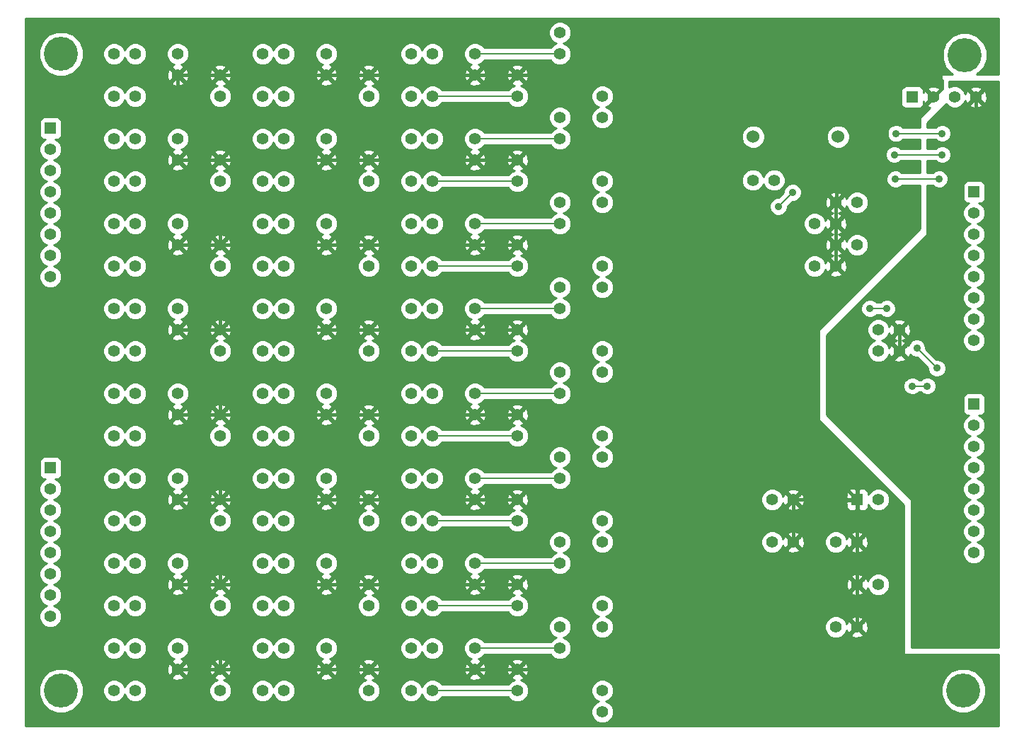
<source format=gbl>
G04 (created by PCBNEW-RS274X (2011-11-30 BZR 3250)-stable) date Mon 09 Jan 2012 02:26:34 AM UTC*
G01*
G70*
G90*
%MOIN*%
G04 Gerber Fmt 3.4, Leading zero omitted, Abs format*
%FSLAX34Y34*%
G04 APERTURE LIST*
%ADD10C,0.006000*%
%ADD11R,0.055000X0.055000*%
%ADD12C,0.055000*%
%ADD13C,0.060000*%
%ADD14C,0.160000*%
%ADD15C,0.035000*%
%ADD16C,0.016000*%
%ADD17C,0.008000*%
%ADD18C,0.010000*%
G04 APERTURE END LIST*
G54D10*
G54D11*
X78500Y-45500D03*
G54D12*
X78500Y-46500D03*
X78500Y-47500D03*
X78500Y-48500D03*
X78500Y-49500D03*
X78500Y-50500D03*
X78500Y-51500D03*
X78500Y-52500D03*
G54D11*
X78500Y-35500D03*
G54D12*
X78500Y-36500D03*
X78500Y-37500D03*
X78500Y-38500D03*
X78500Y-39500D03*
X78500Y-40500D03*
X78500Y-41500D03*
X78500Y-42500D03*
G54D11*
X35000Y-48500D03*
G54D12*
X35000Y-49500D03*
X35000Y-50500D03*
X35000Y-51500D03*
X35000Y-52500D03*
X35000Y-53500D03*
X35000Y-54500D03*
X35000Y-55500D03*
G54D11*
X35000Y-32500D03*
G54D12*
X35000Y-33500D03*
X35000Y-34500D03*
X35000Y-35500D03*
X35000Y-36500D03*
X35000Y-37500D03*
X35000Y-38500D03*
X35000Y-39500D03*
G54D11*
X75594Y-31031D03*
G54D12*
X76594Y-31031D03*
X77594Y-31031D03*
X78594Y-31031D03*
G54D13*
X68106Y-32902D03*
X72106Y-32902D03*
G54D12*
X46000Y-43000D03*
X45000Y-43000D03*
X46000Y-31000D03*
X45000Y-31000D03*
X46000Y-33000D03*
X45000Y-33000D03*
X46000Y-35000D03*
X45000Y-35000D03*
X46000Y-45000D03*
X45000Y-45000D03*
X46000Y-47000D03*
X45000Y-47000D03*
X46000Y-49000D03*
X45000Y-49000D03*
X46000Y-51000D03*
X45000Y-51000D03*
X46000Y-37000D03*
X45000Y-37000D03*
X46000Y-39000D03*
X45000Y-39000D03*
X46000Y-41000D03*
X45000Y-41000D03*
X39000Y-55000D03*
X38000Y-55000D03*
X46000Y-53000D03*
X45000Y-53000D03*
X46000Y-55000D03*
X45000Y-55000D03*
X46000Y-57000D03*
X45000Y-57000D03*
X46000Y-29000D03*
X45000Y-29000D03*
X39000Y-59000D03*
X38000Y-59000D03*
X39000Y-57000D03*
X38000Y-57000D03*
X55000Y-29000D03*
X55000Y-30000D03*
X39000Y-53000D03*
X38000Y-53000D03*
X39000Y-43000D03*
X38000Y-43000D03*
X39000Y-41000D03*
X38000Y-41000D03*
X39000Y-39000D03*
X38000Y-39000D03*
X39000Y-37000D03*
X38000Y-37000D03*
X39000Y-51000D03*
X38000Y-51000D03*
X39000Y-49000D03*
X38000Y-49000D03*
X39000Y-47000D03*
X38000Y-47000D03*
X39000Y-45000D03*
X38000Y-45000D03*
X39000Y-35000D03*
X38000Y-35000D03*
X59000Y-36000D03*
X59000Y-37000D03*
X59000Y-28000D03*
X59000Y-29000D03*
X61000Y-32000D03*
X61000Y-31000D03*
X59000Y-32000D03*
X59000Y-33000D03*
X61000Y-36000D03*
X61000Y-35000D03*
X59000Y-44000D03*
X59000Y-45000D03*
X61000Y-48000D03*
X61000Y-47000D03*
X59000Y-48000D03*
X59000Y-49000D03*
X61000Y-52000D03*
X61000Y-51000D03*
X57000Y-59000D03*
X57000Y-58000D03*
X61000Y-40000D03*
X61000Y-39000D03*
X59000Y-40000D03*
X59000Y-41000D03*
X61000Y-44000D03*
X61000Y-43000D03*
X59000Y-52000D03*
X59000Y-53000D03*
X61000Y-56000D03*
X61000Y-55000D03*
X59000Y-56000D03*
X59000Y-57000D03*
X61000Y-60000D03*
X61000Y-59000D03*
X46000Y-59000D03*
X45000Y-59000D03*
X55000Y-57000D03*
X55000Y-58000D03*
X57000Y-55000D03*
X57000Y-54000D03*
X55000Y-53000D03*
X55000Y-54000D03*
X57000Y-43000D03*
X57000Y-42000D03*
X55000Y-41000D03*
X55000Y-42000D03*
X57000Y-39000D03*
X57000Y-38000D03*
X55000Y-37000D03*
X55000Y-38000D03*
X57000Y-51000D03*
X57000Y-50000D03*
X55000Y-49000D03*
X55000Y-50000D03*
X57000Y-47000D03*
X57000Y-46000D03*
X55000Y-45000D03*
X55000Y-46000D03*
X57000Y-35000D03*
X57000Y-34000D03*
X55000Y-33000D03*
X55000Y-34000D03*
X57000Y-31000D03*
X57000Y-30000D03*
X39000Y-29000D03*
X38000Y-29000D03*
X39000Y-31000D03*
X38000Y-31000D03*
X39000Y-33000D03*
X38000Y-33000D03*
G54D11*
X73000Y-50000D03*
G54D12*
X74000Y-50000D03*
X50000Y-39000D03*
X50000Y-38000D03*
X50000Y-31000D03*
X50000Y-30000D03*
X48000Y-33000D03*
X48000Y-34000D03*
X50000Y-35000D03*
X50000Y-34000D03*
X48000Y-45000D03*
X48000Y-46000D03*
X50000Y-47000D03*
X50000Y-46000D03*
X48000Y-49000D03*
X48000Y-50000D03*
X50000Y-51000D03*
X50000Y-50000D03*
X48000Y-37000D03*
X48000Y-38000D03*
X41000Y-57000D03*
X41000Y-58000D03*
X48000Y-41000D03*
X48000Y-42000D03*
X50000Y-43000D03*
X50000Y-42000D03*
X48000Y-53000D03*
X48000Y-54000D03*
X50000Y-55000D03*
X50000Y-54000D03*
X48000Y-57000D03*
X48000Y-58000D03*
X48000Y-29000D03*
X48000Y-30000D03*
X43000Y-59000D03*
X43000Y-58000D03*
X43000Y-31000D03*
X43000Y-30000D03*
X43000Y-55000D03*
X43000Y-54000D03*
X41000Y-53000D03*
X41000Y-54000D03*
X43000Y-43000D03*
X43000Y-42000D03*
X41000Y-41000D03*
X41000Y-42000D03*
X43000Y-39000D03*
X43000Y-38000D03*
X41000Y-37000D03*
X41000Y-38000D03*
X43000Y-51000D03*
X43000Y-50000D03*
X41000Y-49000D03*
X41000Y-50000D03*
X43000Y-47000D03*
X43000Y-46000D03*
X41000Y-45000D03*
X41000Y-46000D03*
X43000Y-35000D03*
X43000Y-34000D03*
X41000Y-33000D03*
X41000Y-34000D03*
X52000Y-57000D03*
X53000Y-57000D03*
X41000Y-29000D03*
X41000Y-30000D03*
X74000Y-43000D03*
X75000Y-43000D03*
X74000Y-42000D03*
X75000Y-42000D03*
X68087Y-34949D03*
X69087Y-34949D03*
X74000Y-54000D03*
X73000Y-54000D03*
X72000Y-52000D03*
X73000Y-52000D03*
X72000Y-38000D03*
X73000Y-38000D03*
X72000Y-56000D03*
X73000Y-56000D03*
X72000Y-36000D03*
X73000Y-36000D03*
X69000Y-50000D03*
X70000Y-50000D03*
X71000Y-39000D03*
X72000Y-39000D03*
X69000Y-52000D03*
X70000Y-52000D03*
X71000Y-37000D03*
X72000Y-37000D03*
X52000Y-59000D03*
X53000Y-59000D03*
X50000Y-59000D03*
X50000Y-58000D03*
X52000Y-55000D03*
X53000Y-55000D03*
X52000Y-53000D03*
X53000Y-53000D03*
X52000Y-43000D03*
X53000Y-43000D03*
X52000Y-41000D03*
X53000Y-41000D03*
X52000Y-39000D03*
X53000Y-39000D03*
X52000Y-37000D03*
X53000Y-37000D03*
X52000Y-51000D03*
X53000Y-51000D03*
X52000Y-49000D03*
X53000Y-49000D03*
X52000Y-47000D03*
X53000Y-47000D03*
X52000Y-45000D03*
X53000Y-45000D03*
X52000Y-35000D03*
X53000Y-35000D03*
X52000Y-33000D03*
X53000Y-33000D03*
X52000Y-31000D03*
X53000Y-31000D03*
X52000Y-29000D03*
X53000Y-29000D03*
G54D14*
X78000Y-59000D03*
X35500Y-59000D03*
X35500Y-29000D03*
X78063Y-29051D03*
G54D15*
X69330Y-48662D03*
X71115Y-49530D03*
X72350Y-48000D03*
X70625Y-40479D03*
X70569Y-39933D03*
X72200Y-42376D03*
X72745Y-41466D03*
X74600Y-48350D03*
X72228Y-45189D03*
X73350Y-47100D03*
X75811Y-42866D03*
X76756Y-43811D03*
X74400Y-41000D03*
X73600Y-41000D03*
X74800Y-34900D03*
X76866Y-34890D03*
X77000Y-32750D03*
X74835Y-32752D03*
X69960Y-35520D03*
X69290Y-36190D03*
X74750Y-33750D03*
X77000Y-33750D03*
X75600Y-44650D03*
X76300Y-44650D03*
G54D16*
X41000Y-42000D02*
X43000Y-42000D01*
X48000Y-46000D02*
X43000Y-46000D01*
X43000Y-42000D02*
X48000Y-42000D01*
X43000Y-50000D02*
X41000Y-50000D01*
X43000Y-46000D02*
X41000Y-46000D01*
X48000Y-50000D02*
X43000Y-50000D01*
X55000Y-30000D02*
X50000Y-30000D01*
X43000Y-38000D02*
X48000Y-38000D01*
X41000Y-38000D02*
X43000Y-38000D01*
X43000Y-34000D02*
X41000Y-34000D01*
X48000Y-34000D02*
X43000Y-34000D01*
X43000Y-30000D02*
X48000Y-30000D01*
X41000Y-30000D02*
X43000Y-30000D01*
X70625Y-40375D02*
X72000Y-39000D01*
X41000Y-54000D02*
X43000Y-54000D01*
X43000Y-54000D02*
X48000Y-54000D01*
X48000Y-58000D02*
X43000Y-58000D01*
X43000Y-58000D02*
X41000Y-58000D01*
X73000Y-50000D02*
X70000Y-50000D01*
X72530Y-49530D02*
X73000Y-50000D01*
X71115Y-49530D02*
X72530Y-49530D01*
X69330Y-49330D02*
X70000Y-50000D01*
X69330Y-48662D02*
X69330Y-49330D01*
X57000Y-58000D02*
X64000Y-58000D01*
X64000Y-58000D02*
X70000Y-52000D01*
X50000Y-34000D02*
X48000Y-34000D01*
G54D17*
X71115Y-49530D02*
X71122Y-49537D01*
X71122Y-49537D02*
X71122Y-49544D01*
G54D16*
X72000Y-38000D02*
X72000Y-39000D01*
X72000Y-37000D02*
X72000Y-38000D01*
X72000Y-36000D02*
X72000Y-37000D01*
X73000Y-54000D02*
X73000Y-56000D01*
X73000Y-52000D02*
X73000Y-54000D01*
X73000Y-50000D02*
X73000Y-52000D01*
X70000Y-50000D02*
X70000Y-52000D01*
X50000Y-30000D02*
X48000Y-30000D01*
X55000Y-34000D02*
X50000Y-34000D01*
X50000Y-38000D02*
X48000Y-38000D01*
X50000Y-42000D02*
X48000Y-42000D01*
X50000Y-46000D02*
X48000Y-46000D01*
X50000Y-50000D02*
X48000Y-50000D01*
X50000Y-54000D02*
X48000Y-54000D01*
X50000Y-58000D02*
X48000Y-58000D01*
X55000Y-54000D02*
X50000Y-54000D01*
X55000Y-58000D02*
X50000Y-58000D01*
X55000Y-50000D02*
X50000Y-50000D01*
X55000Y-46000D02*
X50000Y-46000D01*
X55000Y-42000D02*
X50000Y-42000D01*
X55000Y-38000D02*
X50000Y-38000D01*
X72030Y-35970D02*
X72000Y-36000D01*
X57000Y-42000D02*
X55000Y-42000D01*
X57000Y-46000D02*
X55000Y-46000D01*
X57000Y-50000D02*
X55000Y-50000D01*
X57000Y-54000D02*
X55000Y-54000D01*
X57000Y-58000D02*
X55000Y-58000D01*
X73824Y-32323D02*
X72030Y-34117D01*
X73824Y-32323D02*
X73824Y-32323D01*
X72030Y-34117D02*
X72030Y-35970D01*
X74487Y-32323D02*
X75027Y-31783D01*
X76594Y-31031D02*
X76575Y-31031D01*
X76575Y-31031D02*
X75823Y-31783D01*
X75823Y-31783D02*
X75027Y-31783D01*
X73824Y-32323D02*
X74487Y-32323D01*
X76746Y-29996D02*
X77000Y-30250D01*
X77000Y-30250D02*
X77000Y-30625D01*
X77000Y-30625D02*
X76594Y-31031D01*
X57000Y-30000D02*
X73240Y-29996D01*
X73240Y-29996D02*
X76746Y-29996D01*
X57000Y-38000D02*
X55000Y-38000D01*
X70625Y-40479D02*
X70625Y-40375D01*
X70569Y-39933D02*
X71067Y-39933D01*
X71067Y-39933D02*
X72000Y-39000D01*
X41000Y-32000D02*
X43000Y-34000D01*
X41000Y-30000D02*
X41000Y-32000D01*
X43000Y-36000D02*
X41000Y-34000D01*
X43000Y-38000D02*
X43000Y-36000D01*
X55000Y-34000D02*
X57000Y-34000D01*
X57000Y-30000D02*
X55000Y-30000D01*
X43000Y-58000D02*
X43000Y-56000D01*
X43000Y-56000D02*
X41000Y-54000D01*
X43000Y-54000D02*
X43000Y-52000D01*
X43000Y-52000D02*
X41000Y-50000D01*
X43000Y-50000D02*
X43000Y-48000D01*
X43000Y-40000D02*
X41000Y-38000D01*
X43000Y-42000D02*
X43000Y-40000D01*
X43000Y-44000D02*
X41000Y-42000D01*
X43000Y-48000D02*
X41000Y-46000D01*
X43000Y-46000D02*
X43000Y-44000D01*
X75000Y-43000D02*
X75000Y-43097D01*
X78594Y-31031D02*
X78606Y-32760D01*
X77300Y-39700D02*
X75000Y-42000D01*
X72745Y-41466D02*
X72745Y-41831D01*
X72745Y-41831D02*
X72200Y-42376D01*
X72200Y-42376D02*
X72339Y-42376D01*
X72339Y-42376D02*
X74030Y-44067D01*
X77315Y-35803D02*
X77300Y-39700D01*
X75000Y-43097D02*
X74030Y-44067D01*
X74030Y-44067D02*
X74010Y-44087D01*
X75000Y-42000D02*
X75000Y-43000D01*
G54D17*
X72745Y-41466D02*
X72805Y-41466D01*
G54D16*
X72228Y-45189D02*
X73449Y-45189D01*
X73449Y-45189D02*
X74030Y-44608D01*
X74030Y-47500D02*
X74030Y-47780D01*
X78606Y-32760D02*
X77315Y-35803D01*
X74030Y-47780D02*
X74600Y-48350D01*
X73350Y-47100D02*
X73613Y-47100D01*
X74030Y-44067D02*
X74030Y-44608D01*
X74030Y-44608D02*
X74030Y-47500D01*
X74030Y-47500D02*
X74030Y-47517D01*
X73613Y-47100D02*
X74030Y-47517D01*
G54D17*
X59000Y-49000D02*
X55000Y-49000D01*
X57000Y-47000D02*
X53000Y-47000D01*
X75811Y-42866D02*
X76756Y-43811D01*
X73600Y-41000D02*
X74400Y-41000D01*
X74800Y-34900D02*
X76866Y-34890D01*
X74835Y-32752D02*
X77000Y-32750D01*
X59000Y-45000D02*
X55000Y-45000D01*
X55000Y-29000D02*
X59000Y-29000D01*
X57000Y-35000D02*
X53000Y-35000D01*
X53000Y-31000D02*
X57000Y-31000D01*
X57000Y-39000D02*
X53000Y-39000D01*
X59000Y-41000D02*
X55000Y-41000D01*
X59000Y-33000D02*
X55000Y-33000D01*
X59000Y-37000D02*
X55000Y-37000D01*
X57000Y-43000D02*
X53000Y-43000D01*
X69290Y-36190D02*
X69960Y-35520D01*
X74750Y-33750D02*
X77000Y-33750D01*
X75600Y-44650D02*
X76300Y-44650D01*
X59000Y-57000D02*
X55000Y-57000D01*
X53000Y-59000D02*
X57000Y-59000D01*
X59000Y-53000D02*
X55000Y-53000D01*
X57000Y-55000D02*
X53000Y-55000D01*
X57000Y-51000D02*
X53000Y-51000D01*
G54D10*
G36*
X79675Y-56950D02*
X79113Y-56950D01*
X79113Y-31105D01*
X79102Y-30901D01*
X79046Y-30764D01*
X78955Y-30741D01*
X78884Y-30812D01*
X78884Y-30670D01*
X78861Y-30579D01*
X78668Y-30512D01*
X78464Y-30523D01*
X78327Y-30579D01*
X78304Y-30670D01*
X78594Y-30960D01*
X78884Y-30670D01*
X78884Y-30812D01*
X78665Y-31031D01*
X78955Y-31321D01*
X79046Y-31298D01*
X79113Y-31105D01*
X79113Y-56950D01*
X79025Y-56950D01*
X79025Y-52605D01*
X79025Y-52396D01*
X78945Y-52203D01*
X78798Y-52055D01*
X78664Y-51999D01*
X78797Y-51945D01*
X78945Y-51798D01*
X79025Y-51605D01*
X79025Y-51396D01*
X78945Y-51203D01*
X78798Y-51055D01*
X78664Y-50999D01*
X78797Y-50945D01*
X78945Y-50798D01*
X79025Y-50605D01*
X79025Y-50396D01*
X78945Y-50203D01*
X78798Y-50055D01*
X78664Y-49999D01*
X78797Y-49945D01*
X78945Y-49798D01*
X79025Y-49605D01*
X79025Y-49396D01*
X78945Y-49203D01*
X78798Y-49055D01*
X78664Y-48999D01*
X78797Y-48945D01*
X78945Y-48798D01*
X79025Y-48605D01*
X79025Y-48396D01*
X78945Y-48203D01*
X78798Y-48055D01*
X78664Y-47999D01*
X78797Y-47945D01*
X78945Y-47798D01*
X79025Y-47605D01*
X79025Y-47396D01*
X78945Y-47203D01*
X78798Y-47055D01*
X78664Y-46999D01*
X78797Y-46945D01*
X78945Y-46798D01*
X79025Y-46605D01*
X79025Y-46396D01*
X79025Y-42605D01*
X79025Y-42396D01*
X78945Y-42203D01*
X78798Y-42055D01*
X78664Y-41999D01*
X78797Y-41945D01*
X78945Y-41798D01*
X79025Y-41605D01*
X79025Y-41396D01*
X78945Y-41203D01*
X78798Y-41055D01*
X78664Y-40999D01*
X78797Y-40945D01*
X78945Y-40798D01*
X79025Y-40605D01*
X79025Y-40396D01*
X78945Y-40203D01*
X78798Y-40055D01*
X78664Y-39999D01*
X78797Y-39945D01*
X78945Y-39798D01*
X79025Y-39605D01*
X79025Y-39396D01*
X78945Y-39203D01*
X78798Y-39055D01*
X78664Y-38999D01*
X78797Y-38945D01*
X78945Y-38798D01*
X79025Y-38605D01*
X79025Y-38396D01*
X78945Y-38203D01*
X78798Y-38055D01*
X78664Y-37999D01*
X78797Y-37945D01*
X78945Y-37798D01*
X79025Y-37605D01*
X79025Y-37396D01*
X78945Y-37203D01*
X78798Y-37055D01*
X78664Y-36999D01*
X78797Y-36945D01*
X78945Y-36798D01*
X79025Y-36605D01*
X79025Y-36396D01*
X78945Y-36203D01*
X78798Y-36055D01*
X78723Y-36024D01*
X78824Y-36024D01*
X78916Y-35986D01*
X78986Y-35916D01*
X79024Y-35825D01*
X79024Y-35726D01*
X79024Y-35176D01*
X78986Y-35084D01*
X78916Y-35014D01*
X78884Y-35000D01*
X78884Y-31392D01*
X78594Y-31102D01*
X78304Y-31392D01*
X78327Y-31483D01*
X78520Y-31550D01*
X78724Y-31539D01*
X78861Y-31483D01*
X78884Y-31392D01*
X78884Y-35000D01*
X78825Y-34976D01*
X78726Y-34976D01*
X78176Y-34976D01*
X78084Y-35014D01*
X78014Y-35084D01*
X77976Y-35175D01*
X77976Y-35274D01*
X77976Y-35824D01*
X78014Y-35916D01*
X78084Y-35986D01*
X78175Y-36024D01*
X78274Y-36024D01*
X78203Y-36055D01*
X78055Y-36202D01*
X77975Y-36395D01*
X77975Y-36604D01*
X78055Y-36797D01*
X78202Y-36945D01*
X78335Y-37000D01*
X78203Y-37055D01*
X78055Y-37202D01*
X77975Y-37395D01*
X77975Y-37604D01*
X78055Y-37797D01*
X78202Y-37945D01*
X78335Y-38000D01*
X78203Y-38055D01*
X78055Y-38202D01*
X77975Y-38395D01*
X77975Y-38604D01*
X78055Y-38797D01*
X78202Y-38945D01*
X78335Y-39000D01*
X78203Y-39055D01*
X78055Y-39202D01*
X77975Y-39395D01*
X77975Y-39604D01*
X78055Y-39797D01*
X78202Y-39945D01*
X78335Y-40000D01*
X78203Y-40055D01*
X78055Y-40202D01*
X77975Y-40395D01*
X77975Y-40604D01*
X78055Y-40797D01*
X78202Y-40945D01*
X78335Y-41000D01*
X78203Y-41055D01*
X78055Y-41202D01*
X77975Y-41395D01*
X77975Y-41604D01*
X78055Y-41797D01*
X78202Y-41945D01*
X78335Y-42000D01*
X78203Y-42055D01*
X78055Y-42202D01*
X77975Y-42395D01*
X77975Y-42604D01*
X78055Y-42797D01*
X78202Y-42945D01*
X78395Y-43025D01*
X78604Y-43025D01*
X78797Y-42945D01*
X78945Y-42798D01*
X79025Y-42605D01*
X79025Y-46396D01*
X78945Y-46203D01*
X78798Y-46055D01*
X78723Y-46024D01*
X78824Y-46024D01*
X78916Y-45986D01*
X78986Y-45916D01*
X79024Y-45825D01*
X79024Y-45726D01*
X79024Y-45176D01*
X78986Y-45084D01*
X78916Y-45014D01*
X78825Y-44976D01*
X78726Y-44976D01*
X78176Y-44976D01*
X78084Y-45014D01*
X78014Y-45084D01*
X77976Y-45175D01*
X77976Y-45274D01*
X77976Y-45824D01*
X78014Y-45916D01*
X78084Y-45986D01*
X78175Y-46024D01*
X78274Y-46024D01*
X78203Y-46055D01*
X78055Y-46202D01*
X77975Y-46395D01*
X77975Y-46604D01*
X78055Y-46797D01*
X78202Y-46945D01*
X78335Y-47000D01*
X78203Y-47055D01*
X78055Y-47202D01*
X77975Y-47395D01*
X77975Y-47604D01*
X78055Y-47797D01*
X78202Y-47945D01*
X78335Y-48000D01*
X78203Y-48055D01*
X78055Y-48202D01*
X77975Y-48395D01*
X77975Y-48604D01*
X78055Y-48797D01*
X78202Y-48945D01*
X78335Y-49000D01*
X78203Y-49055D01*
X78055Y-49202D01*
X77975Y-49395D01*
X77975Y-49604D01*
X78055Y-49797D01*
X78202Y-49945D01*
X78335Y-50000D01*
X78203Y-50055D01*
X78055Y-50202D01*
X77975Y-50395D01*
X77975Y-50604D01*
X78055Y-50797D01*
X78202Y-50945D01*
X78335Y-51000D01*
X78203Y-51055D01*
X78055Y-51202D01*
X77975Y-51395D01*
X77975Y-51604D01*
X78055Y-51797D01*
X78202Y-51945D01*
X78335Y-52000D01*
X78203Y-52055D01*
X78055Y-52202D01*
X77975Y-52395D01*
X77975Y-52604D01*
X78055Y-52797D01*
X78202Y-52945D01*
X78395Y-53025D01*
X78604Y-53025D01*
X78797Y-52945D01*
X78945Y-52798D01*
X79025Y-52605D01*
X79025Y-56950D01*
X77181Y-56950D01*
X77181Y-43896D01*
X77181Y-43727D01*
X77117Y-43571D01*
X76997Y-43451D01*
X76841Y-43386D01*
X76741Y-43386D01*
X76236Y-42881D01*
X76236Y-42782D01*
X76172Y-42626D01*
X76052Y-42506D01*
X75896Y-42441D01*
X75727Y-42441D01*
X75571Y-42505D01*
X75519Y-42557D01*
X75519Y-42074D01*
X75508Y-41870D01*
X75452Y-41733D01*
X75361Y-41710D01*
X75290Y-41781D01*
X75290Y-41639D01*
X75267Y-41548D01*
X75074Y-41481D01*
X74870Y-41492D01*
X74825Y-41510D01*
X74825Y-41085D01*
X74825Y-40916D01*
X74761Y-40760D01*
X74641Y-40640D01*
X74485Y-40575D01*
X74316Y-40575D01*
X74160Y-40639D01*
X74089Y-40710D01*
X73911Y-40710D01*
X73841Y-40640D01*
X73685Y-40575D01*
X73516Y-40575D01*
X73360Y-40639D01*
X73240Y-40759D01*
X73175Y-40915D01*
X73175Y-41084D01*
X73239Y-41240D01*
X73359Y-41360D01*
X73515Y-41425D01*
X73684Y-41425D01*
X73840Y-41361D01*
X73911Y-41290D01*
X74089Y-41290D01*
X74159Y-41360D01*
X74315Y-41425D01*
X74484Y-41425D01*
X74640Y-41361D01*
X74760Y-41241D01*
X74825Y-41085D01*
X74825Y-41510D01*
X74733Y-41548D01*
X74710Y-41639D01*
X75000Y-41929D01*
X75290Y-41639D01*
X75290Y-41781D01*
X75071Y-42000D01*
X75361Y-42290D01*
X75452Y-42267D01*
X75519Y-42074D01*
X75519Y-42557D01*
X75451Y-42625D01*
X75410Y-42722D01*
X75361Y-42710D01*
X75290Y-42781D01*
X75290Y-42639D01*
X75267Y-42548D01*
X75140Y-42503D01*
X75267Y-42452D01*
X75290Y-42361D01*
X75000Y-42071D01*
X74710Y-42361D01*
X74733Y-42452D01*
X74859Y-42496D01*
X74733Y-42548D01*
X74710Y-42639D01*
X75000Y-42929D01*
X75290Y-42639D01*
X75290Y-42781D01*
X75071Y-43000D01*
X75361Y-43290D01*
X75452Y-43267D01*
X75492Y-43148D01*
X75570Y-43226D01*
X75726Y-43291D01*
X75826Y-43291D01*
X76331Y-43796D01*
X76331Y-43895D01*
X76395Y-44051D01*
X76515Y-44171D01*
X76671Y-44236D01*
X76840Y-44236D01*
X76996Y-44172D01*
X77116Y-44052D01*
X77181Y-43896D01*
X77181Y-56950D01*
X76725Y-56950D01*
X76725Y-44735D01*
X76725Y-44566D01*
X76661Y-44410D01*
X76541Y-44290D01*
X76385Y-44225D01*
X76216Y-44225D01*
X76060Y-44289D01*
X75989Y-44360D01*
X75911Y-44360D01*
X75841Y-44290D01*
X75685Y-44225D01*
X75516Y-44225D01*
X75360Y-44289D01*
X75290Y-44359D01*
X75290Y-43361D01*
X75000Y-43071D01*
X74929Y-43142D01*
X74929Y-43000D01*
X74639Y-42710D01*
X74548Y-42733D01*
X74506Y-42851D01*
X74445Y-42703D01*
X74298Y-42555D01*
X74164Y-42499D01*
X74297Y-42445D01*
X74445Y-42298D01*
X74503Y-42157D01*
X74548Y-42267D01*
X74639Y-42290D01*
X74929Y-42000D01*
X74639Y-41710D01*
X74548Y-41733D01*
X74506Y-41851D01*
X74445Y-41703D01*
X74298Y-41555D01*
X74105Y-41475D01*
X73896Y-41475D01*
X73703Y-41555D01*
X73555Y-41702D01*
X73475Y-41895D01*
X73475Y-42104D01*
X73555Y-42297D01*
X73702Y-42445D01*
X73835Y-42500D01*
X73703Y-42555D01*
X73555Y-42702D01*
X73475Y-42895D01*
X73475Y-43104D01*
X73555Y-43297D01*
X73702Y-43445D01*
X73895Y-43525D01*
X74104Y-43525D01*
X74297Y-43445D01*
X74445Y-43298D01*
X74503Y-43157D01*
X74548Y-43267D01*
X74639Y-43290D01*
X74929Y-43000D01*
X74929Y-43142D01*
X74710Y-43361D01*
X74733Y-43452D01*
X74926Y-43519D01*
X75130Y-43508D01*
X75267Y-43452D01*
X75290Y-43361D01*
X75290Y-44359D01*
X75240Y-44409D01*
X75175Y-44565D01*
X75175Y-44734D01*
X75239Y-44890D01*
X75359Y-45010D01*
X75515Y-45075D01*
X75684Y-45075D01*
X75840Y-45011D01*
X75911Y-44940D01*
X75989Y-44940D01*
X76059Y-45010D01*
X76215Y-45075D01*
X76384Y-45075D01*
X76540Y-45011D01*
X76660Y-44891D01*
X76725Y-44735D01*
X76725Y-56950D01*
X75550Y-56950D01*
X75550Y-49979D01*
X71550Y-45979D01*
X71550Y-42271D01*
X76300Y-37521D01*
X76300Y-35182D01*
X76555Y-35180D01*
X76625Y-35250D01*
X76781Y-35315D01*
X76950Y-35315D01*
X77106Y-35251D01*
X77226Y-35131D01*
X77291Y-34975D01*
X77291Y-34806D01*
X77227Y-34650D01*
X77107Y-34530D01*
X76951Y-34465D01*
X76782Y-34465D01*
X76626Y-34529D01*
X76554Y-34600D01*
X76300Y-34602D01*
X76300Y-34040D01*
X76689Y-34040D01*
X76759Y-34110D01*
X76915Y-34175D01*
X77084Y-34175D01*
X77240Y-34111D01*
X77360Y-33991D01*
X77425Y-33835D01*
X77425Y-33666D01*
X77361Y-33510D01*
X77241Y-33390D01*
X77085Y-33325D01*
X76916Y-33325D01*
X76760Y-33389D01*
X76689Y-33460D01*
X76300Y-33460D01*
X76300Y-33039D01*
X76687Y-33038D01*
X76759Y-33110D01*
X76915Y-33175D01*
X77084Y-33175D01*
X77240Y-33111D01*
X77360Y-32991D01*
X77425Y-32835D01*
X77425Y-32666D01*
X77361Y-32510D01*
X77241Y-32390D01*
X77085Y-32325D01*
X76916Y-32325D01*
X76760Y-32389D01*
X76690Y-32458D01*
X76300Y-32459D01*
X76300Y-32271D01*
X77195Y-31375D01*
X77296Y-31476D01*
X77489Y-31556D01*
X77698Y-31556D01*
X77891Y-31476D01*
X78039Y-31329D01*
X78097Y-31188D01*
X78142Y-31298D01*
X78233Y-31321D01*
X78523Y-31031D01*
X78233Y-30741D01*
X78142Y-30764D01*
X78100Y-30882D01*
X78039Y-30734D01*
X77892Y-30586D01*
X77699Y-30506D01*
X77490Y-30506D01*
X77330Y-30572D01*
X77330Y-30300D01*
X79675Y-30300D01*
X79675Y-56950D01*
X79675Y-56950D01*
G37*
G54D18*
X79675Y-56950D02*
X79113Y-56950D01*
X79113Y-31105D01*
X79102Y-30901D01*
X79046Y-30764D01*
X78955Y-30741D01*
X78884Y-30812D01*
X78884Y-30670D01*
X78861Y-30579D01*
X78668Y-30512D01*
X78464Y-30523D01*
X78327Y-30579D01*
X78304Y-30670D01*
X78594Y-30960D01*
X78884Y-30670D01*
X78884Y-30812D01*
X78665Y-31031D01*
X78955Y-31321D01*
X79046Y-31298D01*
X79113Y-31105D01*
X79113Y-56950D01*
X79025Y-56950D01*
X79025Y-52605D01*
X79025Y-52396D01*
X78945Y-52203D01*
X78798Y-52055D01*
X78664Y-51999D01*
X78797Y-51945D01*
X78945Y-51798D01*
X79025Y-51605D01*
X79025Y-51396D01*
X78945Y-51203D01*
X78798Y-51055D01*
X78664Y-50999D01*
X78797Y-50945D01*
X78945Y-50798D01*
X79025Y-50605D01*
X79025Y-50396D01*
X78945Y-50203D01*
X78798Y-50055D01*
X78664Y-49999D01*
X78797Y-49945D01*
X78945Y-49798D01*
X79025Y-49605D01*
X79025Y-49396D01*
X78945Y-49203D01*
X78798Y-49055D01*
X78664Y-48999D01*
X78797Y-48945D01*
X78945Y-48798D01*
X79025Y-48605D01*
X79025Y-48396D01*
X78945Y-48203D01*
X78798Y-48055D01*
X78664Y-47999D01*
X78797Y-47945D01*
X78945Y-47798D01*
X79025Y-47605D01*
X79025Y-47396D01*
X78945Y-47203D01*
X78798Y-47055D01*
X78664Y-46999D01*
X78797Y-46945D01*
X78945Y-46798D01*
X79025Y-46605D01*
X79025Y-46396D01*
X79025Y-42605D01*
X79025Y-42396D01*
X78945Y-42203D01*
X78798Y-42055D01*
X78664Y-41999D01*
X78797Y-41945D01*
X78945Y-41798D01*
X79025Y-41605D01*
X79025Y-41396D01*
X78945Y-41203D01*
X78798Y-41055D01*
X78664Y-40999D01*
X78797Y-40945D01*
X78945Y-40798D01*
X79025Y-40605D01*
X79025Y-40396D01*
X78945Y-40203D01*
X78798Y-40055D01*
X78664Y-39999D01*
X78797Y-39945D01*
X78945Y-39798D01*
X79025Y-39605D01*
X79025Y-39396D01*
X78945Y-39203D01*
X78798Y-39055D01*
X78664Y-38999D01*
X78797Y-38945D01*
X78945Y-38798D01*
X79025Y-38605D01*
X79025Y-38396D01*
X78945Y-38203D01*
X78798Y-38055D01*
X78664Y-37999D01*
X78797Y-37945D01*
X78945Y-37798D01*
X79025Y-37605D01*
X79025Y-37396D01*
X78945Y-37203D01*
X78798Y-37055D01*
X78664Y-36999D01*
X78797Y-36945D01*
X78945Y-36798D01*
X79025Y-36605D01*
X79025Y-36396D01*
X78945Y-36203D01*
X78798Y-36055D01*
X78723Y-36024D01*
X78824Y-36024D01*
X78916Y-35986D01*
X78986Y-35916D01*
X79024Y-35825D01*
X79024Y-35726D01*
X79024Y-35176D01*
X78986Y-35084D01*
X78916Y-35014D01*
X78884Y-35000D01*
X78884Y-31392D01*
X78594Y-31102D01*
X78304Y-31392D01*
X78327Y-31483D01*
X78520Y-31550D01*
X78724Y-31539D01*
X78861Y-31483D01*
X78884Y-31392D01*
X78884Y-35000D01*
X78825Y-34976D01*
X78726Y-34976D01*
X78176Y-34976D01*
X78084Y-35014D01*
X78014Y-35084D01*
X77976Y-35175D01*
X77976Y-35274D01*
X77976Y-35824D01*
X78014Y-35916D01*
X78084Y-35986D01*
X78175Y-36024D01*
X78274Y-36024D01*
X78203Y-36055D01*
X78055Y-36202D01*
X77975Y-36395D01*
X77975Y-36604D01*
X78055Y-36797D01*
X78202Y-36945D01*
X78335Y-37000D01*
X78203Y-37055D01*
X78055Y-37202D01*
X77975Y-37395D01*
X77975Y-37604D01*
X78055Y-37797D01*
X78202Y-37945D01*
X78335Y-38000D01*
X78203Y-38055D01*
X78055Y-38202D01*
X77975Y-38395D01*
X77975Y-38604D01*
X78055Y-38797D01*
X78202Y-38945D01*
X78335Y-39000D01*
X78203Y-39055D01*
X78055Y-39202D01*
X77975Y-39395D01*
X77975Y-39604D01*
X78055Y-39797D01*
X78202Y-39945D01*
X78335Y-40000D01*
X78203Y-40055D01*
X78055Y-40202D01*
X77975Y-40395D01*
X77975Y-40604D01*
X78055Y-40797D01*
X78202Y-40945D01*
X78335Y-41000D01*
X78203Y-41055D01*
X78055Y-41202D01*
X77975Y-41395D01*
X77975Y-41604D01*
X78055Y-41797D01*
X78202Y-41945D01*
X78335Y-42000D01*
X78203Y-42055D01*
X78055Y-42202D01*
X77975Y-42395D01*
X77975Y-42604D01*
X78055Y-42797D01*
X78202Y-42945D01*
X78395Y-43025D01*
X78604Y-43025D01*
X78797Y-42945D01*
X78945Y-42798D01*
X79025Y-42605D01*
X79025Y-46396D01*
X78945Y-46203D01*
X78798Y-46055D01*
X78723Y-46024D01*
X78824Y-46024D01*
X78916Y-45986D01*
X78986Y-45916D01*
X79024Y-45825D01*
X79024Y-45726D01*
X79024Y-45176D01*
X78986Y-45084D01*
X78916Y-45014D01*
X78825Y-44976D01*
X78726Y-44976D01*
X78176Y-44976D01*
X78084Y-45014D01*
X78014Y-45084D01*
X77976Y-45175D01*
X77976Y-45274D01*
X77976Y-45824D01*
X78014Y-45916D01*
X78084Y-45986D01*
X78175Y-46024D01*
X78274Y-46024D01*
X78203Y-46055D01*
X78055Y-46202D01*
X77975Y-46395D01*
X77975Y-46604D01*
X78055Y-46797D01*
X78202Y-46945D01*
X78335Y-47000D01*
X78203Y-47055D01*
X78055Y-47202D01*
X77975Y-47395D01*
X77975Y-47604D01*
X78055Y-47797D01*
X78202Y-47945D01*
X78335Y-48000D01*
X78203Y-48055D01*
X78055Y-48202D01*
X77975Y-48395D01*
X77975Y-48604D01*
X78055Y-48797D01*
X78202Y-48945D01*
X78335Y-49000D01*
X78203Y-49055D01*
X78055Y-49202D01*
X77975Y-49395D01*
X77975Y-49604D01*
X78055Y-49797D01*
X78202Y-49945D01*
X78335Y-50000D01*
X78203Y-50055D01*
X78055Y-50202D01*
X77975Y-50395D01*
X77975Y-50604D01*
X78055Y-50797D01*
X78202Y-50945D01*
X78335Y-51000D01*
X78203Y-51055D01*
X78055Y-51202D01*
X77975Y-51395D01*
X77975Y-51604D01*
X78055Y-51797D01*
X78202Y-51945D01*
X78335Y-52000D01*
X78203Y-52055D01*
X78055Y-52202D01*
X77975Y-52395D01*
X77975Y-52604D01*
X78055Y-52797D01*
X78202Y-52945D01*
X78395Y-53025D01*
X78604Y-53025D01*
X78797Y-52945D01*
X78945Y-52798D01*
X79025Y-52605D01*
X79025Y-56950D01*
X77181Y-56950D01*
X77181Y-43896D01*
X77181Y-43727D01*
X77117Y-43571D01*
X76997Y-43451D01*
X76841Y-43386D01*
X76741Y-43386D01*
X76236Y-42881D01*
X76236Y-42782D01*
X76172Y-42626D01*
X76052Y-42506D01*
X75896Y-42441D01*
X75727Y-42441D01*
X75571Y-42505D01*
X75519Y-42557D01*
X75519Y-42074D01*
X75508Y-41870D01*
X75452Y-41733D01*
X75361Y-41710D01*
X75290Y-41781D01*
X75290Y-41639D01*
X75267Y-41548D01*
X75074Y-41481D01*
X74870Y-41492D01*
X74825Y-41510D01*
X74825Y-41085D01*
X74825Y-40916D01*
X74761Y-40760D01*
X74641Y-40640D01*
X74485Y-40575D01*
X74316Y-40575D01*
X74160Y-40639D01*
X74089Y-40710D01*
X73911Y-40710D01*
X73841Y-40640D01*
X73685Y-40575D01*
X73516Y-40575D01*
X73360Y-40639D01*
X73240Y-40759D01*
X73175Y-40915D01*
X73175Y-41084D01*
X73239Y-41240D01*
X73359Y-41360D01*
X73515Y-41425D01*
X73684Y-41425D01*
X73840Y-41361D01*
X73911Y-41290D01*
X74089Y-41290D01*
X74159Y-41360D01*
X74315Y-41425D01*
X74484Y-41425D01*
X74640Y-41361D01*
X74760Y-41241D01*
X74825Y-41085D01*
X74825Y-41510D01*
X74733Y-41548D01*
X74710Y-41639D01*
X75000Y-41929D01*
X75290Y-41639D01*
X75290Y-41781D01*
X75071Y-42000D01*
X75361Y-42290D01*
X75452Y-42267D01*
X75519Y-42074D01*
X75519Y-42557D01*
X75451Y-42625D01*
X75410Y-42722D01*
X75361Y-42710D01*
X75290Y-42781D01*
X75290Y-42639D01*
X75267Y-42548D01*
X75140Y-42503D01*
X75267Y-42452D01*
X75290Y-42361D01*
X75000Y-42071D01*
X74710Y-42361D01*
X74733Y-42452D01*
X74859Y-42496D01*
X74733Y-42548D01*
X74710Y-42639D01*
X75000Y-42929D01*
X75290Y-42639D01*
X75290Y-42781D01*
X75071Y-43000D01*
X75361Y-43290D01*
X75452Y-43267D01*
X75492Y-43148D01*
X75570Y-43226D01*
X75726Y-43291D01*
X75826Y-43291D01*
X76331Y-43796D01*
X76331Y-43895D01*
X76395Y-44051D01*
X76515Y-44171D01*
X76671Y-44236D01*
X76840Y-44236D01*
X76996Y-44172D01*
X77116Y-44052D01*
X77181Y-43896D01*
X77181Y-56950D01*
X76725Y-56950D01*
X76725Y-44735D01*
X76725Y-44566D01*
X76661Y-44410D01*
X76541Y-44290D01*
X76385Y-44225D01*
X76216Y-44225D01*
X76060Y-44289D01*
X75989Y-44360D01*
X75911Y-44360D01*
X75841Y-44290D01*
X75685Y-44225D01*
X75516Y-44225D01*
X75360Y-44289D01*
X75290Y-44359D01*
X75290Y-43361D01*
X75000Y-43071D01*
X74929Y-43142D01*
X74929Y-43000D01*
X74639Y-42710D01*
X74548Y-42733D01*
X74506Y-42851D01*
X74445Y-42703D01*
X74298Y-42555D01*
X74164Y-42499D01*
X74297Y-42445D01*
X74445Y-42298D01*
X74503Y-42157D01*
X74548Y-42267D01*
X74639Y-42290D01*
X74929Y-42000D01*
X74639Y-41710D01*
X74548Y-41733D01*
X74506Y-41851D01*
X74445Y-41703D01*
X74298Y-41555D01*
X74105Y-41475D01*
X73896Y-41475D01*
X73703Y-41555D01*
X73555Y-41702D01*
X73475Y-41895D01*
X73475Y-42104D01*
X73555Y-42297D01*
X73702Y-42445D01*
X73835Y-42500D01*
X73703Y-42555D01*
X73555Y-42702D01*
X73475Y-42895D01*
X73475Y-43104D01*
X73555Y-43297D01*
X73702Y-43445D01*
X73895Y-43525D01*
X74104Y-43525D01*
X74297Y-43445D01*
X74445Y-43298D01*
X74503Y-43157D01*
X74548Y-43267D01*
X74639Y-43290D01*
X74929Y-43000D01*
X74929Y-43142D01*
X74710Y-43361D01*
X74733Y-43452D01*
X74926Y-43519D01*
X75130Y-43508D01*
X75267Y-43452D01*
X75290Y-43361D01*
X75290Y-44359D01*
X75240Y-44409D01*
X75175Y-44565D01*
X75175Y-44734D01*
X75239Y-44890D01*
X75359Y-45010D01*
X75515Y-45075D01*
X75684Y-45075D01*
X75840Y-45011D01*
X75911Y-44940D01*
X75989Y-44940D01*
X76059Y-45010D01*
X76215Y-45075D01*
X76384Y-45075D01*
X76540Y-45011D01*
X76660Y-44891D01*
X76725Y-44735D01*
X76725Y-56950D01*
X75550Y-56950D01*
X75550Y-49979D01*
X71550Y-45979D01*
X71550Y-42271D01*
X76300Y-37521D01*
X76300Y-35182D01*
X76555Y-35180D01*
X76625Y-35250D01*
X76781Y-35315D01*
X76950Y-35315D01*
X77106Y-35251D01*
X77226Y-35131D01*
X77291Y-34975D01*
X77291Y-34806D01*
X77227Y-34650D01*
X77107Y-34530D01*
X76951Y-34465D01*
X76782Y-34465D01*
X76626Y-34529D01*
X76554Y-34600D01*
X76300Y-34602D01*
X76300Y-34040D01*
X76689Y-34040D01*
X76759Y-34110D01*
X76915Y-34175D01*
X77084Y-34175D01*
X77240Y-34111D01*
X77360Y-33991D01*
X77425Y-33835D01*
X77425Y-33666D01*
X77361Y-33510D01*
X77241Y-33390D01*
X77085Y-33325D01*
X76916Y-33325D01*
X76760Y-33389D01*
X76689Y-33460D01*
X76300Y-33460D01*
X76300Y-33039D01*
X76687Y-33038D01*
X76759Y-33110D01*
X76915Y-33175D01*
X77084Y-33175D01*
X77240Y-33111D01*
X77360Y-32991D01*
X77425Y-32835D01*
X77425Y-32666D01*
X77361Y-32510D01*
X77241Y-32390D01*
X77085Y-32325D01*
X76916Y-32325D01*
X76760Y-32389D01*
X76690Y-32458D01*
X76300Y-32459D01*
X76300Y-32271D01*
X77195Y-31375D01*
X77296Y-31476D01*
X77489Y-31556D01*
X77698Y-31556D01*
X77891Y-31476D01*
X78039Y-31329D01*
X78097Y-31188D01*
X78142Y-31298D01*
X78233Y-31321D01*
X78523Y-31031D01*
X78233Y-30741D01*
X78142Y-30764D01*
X78100Y-30882D01*
X78039Y-30734D01*
X77892Y-30586D01*
X77699Y-30506D01*
X77490Y-30506D01*
X77330Y-30572D01*
X77330Y-30300D01*
X79675Y-30300D01*
X79675Y-56950D01*
G54D10*
G36*
X79675Y-60675D02*
X79050Y-60675D01*
X79050Y-59210D01*
X79050Y-58792D01*
X78890Y-58406D01*
X78595Y-58110D01*
X78210Y-57950D01*
X77792Y-57950D01*
X77406Y-58110D01*
X77110Y-58405D01*
X76950Y-58790D01*
X76950Y-59208D01*
X77110Y-59594D01*
X77405Y-59890D01*
X77790Y-60050D01*
X78208Y-60050D01*
X78594Y-59890D01*
X78890Y-59595D01*
X79050Y-59210D01*
X79050Y-60675D01*
X74525Y-60675D01*
X74525Y-54105D01*
X74525Y-53896D01*
X74525Y-50105D01*
X74525Y-49896D01*
X74445Y-49703D01*
X74298Y-49555D01*
X74105Y-49475D01*
X73896Y-49475D01*
X73703Y-49555D01*
X73555Y-49702D01*
X73524Y-49774D01*
X73524Y-49675D01*
X73486Y-49584D01*
X73416Y-49514D01*
X73324Y-49476D01*
X73112Y-49475D01*
X73050Y-49537D01*
X73050Y-49900D01*
X73050Y-49950D01*
X73050Y-50050D01*
X73050Y-50100D01*
X73050Y-50463D01*
X73112Y-50525D01*
X73324Y-50524D01*
X73416Y-50486D01*
X73486Y-50416D01*
X73524Y-50325D01*
X73524Y-50226D01*
X73524Y-50222D01*
X73555Y-50297D01*
X73702Y-50445D01*
X73895Y-50525D01*
X74104Y-50525D01*
X74297Y-50445D01*
X74445Y-50298D01*
X74525Y-50105D01*
X74525Y-53896D01*
X74445Y-53703D01*
X74298Y-53555D01*
X74105Y-53475D01*
X73896Y-53475D01*
X73703Y-53555D01*
X73555Y-53702D01*
X73519Y-53787D01*
X73519Y-52074D01*
X73508Y-51870D01*
X73452Y-51733D01*
X73361Y-51710D01*
X73290Y-51781D01*
X73290Y-51639D01*
X73267Y-51548D01*
X73074Y-51481D01*
X72950Y-51487D01*
X72950Y-50463D01*
X72950Y-50050D01*
X72950Y-49950D01*
X72950Y-49537D01*
X72888Y-49475D01*
X72676Y-49476D01*
X72584Y-49514D01*
X72514Y-49584D01*
X72476Y-49675D01*
X72476Y-49774D01*
X72475Y-49888D01*
X72537Y-49950D01*
X72950Y-49950D01*
X72950Y-50050D01*
X72537Y-50050D01*
X72475Y-50112D01*
X72476Y-50226D01*
X72476Y-50325D01*
X72514Y-50416D01*
X72584Y-50486D01*
X72676Y-50524D01*
X72888Y-50525D01*
X72950Y-50463D01*
X72950Y-51487D01*
X72870Y-51492D01*
X72733Y-51548D01*
X72710Y-51639D01*
X73000Y-51929D01*
X73290Y-51639D01*
X73290Y-51781D01*
X73071Y-52000D01*
X73361Y-52290D01*
X73452Y-52267D01*
X73519Y-52074D01*
X73519Y-53787D01*
X73496Y-53842D01*
X73452Y-53733D01*
X73361Y-53710D01*
X73290Y-53781D01*
X73290Y-53639D01*
X73290Y-52361D01*
X73000Y-52071D01*
X72929Y-52142D01*
X72929Y-52000D01*
X72639Y-51710D01*
X72548Y-51733D01*
X72506Y-51851D01*
X72445Y-51703D01*
X72298Y-51555D01*
X72105Y-51475D01*
X71896Y-51475D01*
X71703Y-51555D01*
X71555Y-51702D01*
X71475Y-51895D01*
X71475Y-52104D01*
X71555Y-52297D01*
X71702Y-52445D01*
X71895Y-52525D01*
X72104Y-52525D01*
X72297Y-52445D01*
X72445Y-52298D01*
X72503Y-52157D01*
X72548Y-52267D01*
X72639Y-52290D01*
X72929Y-52000D01*
X72929Y-52142D01*
X72710Y-52361D01*
X72733Y-52452D01*
X72926Y-52519D01*
X73130Y-52508D01*
X73267Y-52452D01*
X73290Y-52361D01*
X73290Y-53639D01*
X73267Y-53548D01*
X73074Y-53481D01*
X72870Y-53492D01*
X72733Y-53548D01*
X72710Y-53639D01*
X73000Y-53929D01*
X73290Y-53639D01*
X73290Y-53781D01*
X73071Y-54000D01*
X73361Y-54290D01*
X73452Y-54267D01*
X73493Y-54148D01*
X73555Y-54297D01*
X73702Y-54445D01*
X73895Y-54525D01*
X74104Y-54525D01*
X74297Y-54445D01*
X74445Y-54298D01*
X74525Y-54105D01*
X74525Y-60675D01*
X73519Y-60675D01*
X73519Y-56074D01*
X73508Y-55870D01*
X73452Y-55733D01*
X73361Y-55710D01*
X73290Y-55781D01*
X73290Y-55639D01*
X73290Y-54361D01*
X73000Y-54071D01*
X72929Y-54142D01*
X72929Y-54000D01*
X72639Y-53710D01*
X72548Y-53733D01*
X72481Y-53926D01*
X72492Y-54130D01*
X72548Y-54267D01*
X72639Y-54290D01*
X72929Y-54000D01*
X72929Y-54142D01*
X72710Y-54361D01*
X72733Y-54452D01*
X72926Y-54519D01*
X73130Y-54508D01*
X73267Y-54452D01*
X73290Y-54361D01*
X73290Y-55639D01*
X73267Y-55548D01*
X73074Y-55481D01*
X72870Y-55492D01*
X72733Y-55548D01*
X72710Y-55639D01*
X73000Y-55929D01*
X73290Y-55639D01*
X73290Y-55781D01*
X73071Y-56000D01*
X73361Y-56290D01*
X73452Y-56267D01*
X73519Y-56074D01*
X73519Y-60675D01*
X73290Y-60675D01*
X73290Y-56361D01*
X73000Y-56071D01*
X72929Y-56142D01*
X72929Y-56000D01*
X72639Y-55710D01*
X72548Y-55733D01*
X72506Y-55851D01*
X72445Y-55703D01*
X72298Y-55555D01*
X72105Y-55475D01*
X71896Y-55475D01*
X71703Y-55555D01*
X71555Y-55702D01*
X71475Y-55895D01*
X71475Y-56104D01*
X71555Y-56297D01*
X71702Y-56445D01*
X71895Y-56525D01*
X72104Y-56525D01*
X72297Y-56445D01*
X72445Y-56298D01*
X72503Y-56157D01*
X72548Y-56267D01*
X72639Y-56290D01*
X72929Y-56000D01*
X72929Y-56142D01*
X72710Y-56361D01*
X72733Y-56452D01*
X72926Y-56519D01*
X73130Y-56508D01*
X73267Y-56452D01*
X73290Y-56361D01*
X73290Y-60675D01*
X70519Y-60675D01*
X70519Y-52074D01*
X70519Y-50074D01*
X70508Y-49870D01*
X70452Y-49733D01*
X70385Y-49716D01*
X70385Y-35605D01*
X70385Y-35436D01*
X70321Y-35280D01*
X70201Y-35160D01*
X70045Y-35095D01*
X69876Y-35095D01*
X69720Y-35159D01*
X69612Y-35267D01*
X69612Y-35054D01*
X69612Y-34845D01*
X69532Y-34652D01*
X69385Y-34504D01*
X69192Y-34424D01*
X68983Y-34424D01*
X68790Y-34504D01*
X68655Y-34638D01*
X68655Y-33011D01*
X68655Y-32793D01*
X68571Y-32591D01*
X68417Y-32437D01*
X68215Y-32353D01*
X67997Y-32353D01*
X67795Y-32437D01*
X67641Y-32591D01*
X67557Y-32793D01*
X67557Y-33011D01*
X67641Y-33213D01*
X67795Y-33367D01*
X67997Y-33451D01*
X68215Y-33451D01*
X68417Y-33367D01*
X68571Y-33213D01*
X68655Y-33011D01*
X68655Y-34638D01*
X68642Y-34651D01*
X68586Y-34784D01*
X68532Y-34652D01*
X68385Y-34504D01*
X68192Y-34424D01*
X67983Y-34424D01*
X67790Y-34504D01*
X67642Y-34651D01*
X67562Y-34844D01*
X67562Y-35053D01*
X67642Y-35246D01*
X67789Y-35394D01*
X67982Y-35474D01*
X68191Y-35474D01*
X68384Y-35394D01*
X68532Y-35247D01*
X68587Y-35113D01*
X68642Y-35246D01*
X68789Y-35394D01*
X68982Y-35474D01*
X69191Y-35474D01*
X69384Y-35394D01*
X69532Y-35247D01*
X69612Y-35054D01*
X69612Y-35267D01*
X69600Y-35279D01*
X69535Y-35435D01*
X69535Y-35535D01*
X69305Y-35765D01*
X69206Y-35765D01*
X69050Y-35829D01*
X68930Y-35949D01*
X68865Y-36105D01*
X68865Y-36274D01*
X68929Y-36430D01*
X69049Y-36550D01*
X69205Y-36615D01*
X69374Y-36615D01*
X69530Y-36551D01*
X69650Y-36431D01*
X69715Y-36275D01*
X69715Y-36175D01*
X69945Y-35945D01*
X70044Y-35945D01*
X70200Y-35881D01*
X70320Y-35761D01*
X70385Y-35605D01*
X70385Y-49716D01*
X70361Y-49710D01*
X70290Y-49781D01*
X70290Y-49639D01*
X70267Y-49548D01*
X70074Y-49481D01*
X69870Y-49492D01*
X69733Y-49548D01*
X69710Y-49639D01*
X70000Y-49929D01*
X70290Y-49639D01*
X70290Y-49781D01*
X70071Y-50000D01*
X70361Y-50290D01*
X70452Y-50267D01*
X70519Y-50074D01*
X70519Y-52074D01*
X70508Y-51870D01*
X70452Y-51733D01*
X70361Y-51710D01*
X70290Y-51781D01*
X70290Y-51639D01*
X70290Y-50361D01*
X70000Y-50071D01*
X69929Y-50142D01*
X69929Y-50000D01*
X69639Y-49710D01*
X69548Y-49733D01*
X69506Y-49851D01*
X69445Y-49703D01*
X69298Y-49555D01*
X69105Y-49475D01*
X68896Y-49475D01*
X68703Y-49555D01*
X68555Y-49702D01*
X68475Y-49895D01*
X68475Y-50104D01*
X68555Y-50297D01*
X68702Y-50445D01*
X68895Y-50525D01*
X69104Y-50525D01*
X69297Y-50445D01*
X69445Y-50298D01*
X69503Y-50157D01*
X69548Y-50267D01*
X69639Y-50290D01*
X69929Y-50000D01*
X69929Y-50142D01*
X69710Y-50361D01*
X69733Y-50452D01*
X69926Y-50519D01*
X70130Y-50508D01*
X70267Y-50452D01*
X70290Y-50361D01*
X70290Y-51639D01*
X70267Y-51548D01*
X70074Y-51481D01*
X69870Y-51492D01*
X69733Y-51548D01*
X69710Y-51639D01*
X70000Y-51929D01*
X70290Y-51639D01*
X70290Y-51781D01*
X70071Y-52000D01*
X70361Y-52290D01*
X70452Y-52267D01*
X70519Y-52074D01*
X70519Y-60675D01*
X70290Y-60675D01*
X70290Y-52361D01*
X70000Y-52071D01*
X69929Y-52142D01*
X69929Y-52000D01*
X69639Y-51710D01*
X69548Y-51733D01*
X69506Y-51851D01*
X69445Y-51703D01*
X69298Y-51555D01*
X69105Y-51475D01*
X68896Y-51475D01*
X68703Y-51555D01*
X68555Y-51702D01*
X68475Y-51895D01*
X68475Y-52104D01*
X68555Y-52297D01*
X68702Y-52445D01*
X68895Y-52525D01*
X69104Y-52525D01*
X69297Y-52445D01*
X69445Y-52298D01*
X69503Y-52157D01*
X69548Y-52267D01*
X69639Y-52290D01*
X69929Y-52000D01*
X69929Y-52142D01*
X69710Y-52361D01*
X69733Y-52452D01*
X69926Y-52519D01*
X70130Y-52508D01*
X70267Y-52452D01*
X70290Y-52361D01*
X70290Y-60675D01*
X61525Y-60675D01*
X61525Y-60105D01*
X61525Y-59896D01*
X61445Y-59703D01*
X61298Y-59555D01*
X61164Y-59499D01*
X61297Y-59445D01*
X61445Y-59298D01*
X61525Y-59105D01*
X61525Y-58896D01*
X61525Y-56105D01*
X61525Y-55896D01*
X61445Y-55703D01*
X61298Y-55555D01*
X61164Y-55499D01*
X61297Y-55445D01*
X61445Y-55298D01*
X61525Y-55105D01*
X61525Y-54896D01*
X61525Y-52105D01*
X61525Y-51896D01*
X61445Y-51703D01*
X61298Y-51555D01*
X61164Y-51499D01*
X61297Y-51445D01*
X61445Y-51298D01*
X61525Y-51105D01*
X61525Y-50896D01*
X61525Y-48105D01*
X61525Y-47896D01*
X61445Y-47703D01*
X61298Y-47555D01*
X61164Y-47499D01*
X61297Y-47445D01*
X61445Y-47298D01*
X61525Y-47105D01*
X61525Y-46896D01*
X61525Y-44105D01*
X61525Y-43896D01*
X61445Y-43703D01*
X61298Y-43555D01*
X61164Y-43499D01*
X61297Y-43445D01*
X61445Y-43298D01*
X61525Y-43105D01*
X61525Y-42896D01*
X61525Y-40105D01*
X61525Y-39896D01*
X61445Y-39703D01*
X61298Y-39555D01*
X61164Y-39499D01*
X61297Y-39445D01*
X61445Y-39298D01*
X61525Y-39105D01*
X61525Y-38896D01*
X61525Y-36105D01*
X61525Y-35896D01*
X61445Y-35703D01*
X61298Y-35555D01*
X61164Y-35499D01*
X61297Y-35445D01*
X61445Y-35298D01*
X61525Y-35105D01*
X61525Y-34896D01*
X61525Y-32105D01*
X61525Y-31896D01*
X61445Y-31703D01*
X61298Y-31555D01*
X61164Y-31499D01*
X61297Y-31445D01*
X61445Y-31298D01*
X61525Y-31105D01*
X61525Y-30896D01*
X61445Y-30703D01*
X61298Y-30555D01*
X61105Y-30475D01*
X60896Y-30475D01*
X60703Y-30555D01*
X60555Y-30702D01*
X60475Y-30895D01*
X60475Y-31104D01*
X60555Y-31297D01*
X60702Y-31445D01*
X60835Y-31500D01*
X60703Y-31555D01*
X60555Y-31702D01*
X60475Y-31895D01*
X60475Y-32104D01*
X60555Y-32297D01*
X60702Y-32445D01*
X60895Y-32525D01*
X61104Y-32525D01*
X61297Y-32445D01*
X61445Y-32298D01*
X61525Y-32105D01*
X61525Y-34896D01*
X61445Y-34703D01*
X61298Y-34555D01*
X61105Y-34475D01*
X60896Y-34475D01*
X60703Y-34555D01*
X60555Y-34702D01*
X60475Y-34895D01*
X60475Y-35104D01*
X60555Y-35297D01*
X60702Y-35445D01*
X60835Y-35500D01*
X60703Y-35555D01*
X60555Y-35702D01*
X60475Y-35895D01*
X60475Y-36104D01*
X60555Y-36297D01*
X60702Y-36445D01*
X60895Y-36525D01*
X61104Y-36525D01*
X61297Y-36445D01*
X61445Y-36298D01*
X61525Y-36105D01*
X61525Y-38896D01*
X61445Y-38703D01*
X61298Y-38555D01*
X61105Y-38475D01*
X60896Y-38475D01*
X60703Y-38555D01*
X60555Y-38702D01*
X60475Y-38895D01*
X60475Y-39104D01*
X60555Y-39297D01*
X60702Y-39445D01*
X60835Y-39500D01*
X60703Y-39555D01*
X60555Y-39702D01*
X60475Y-39895D01*
X60475Y-40104D01*
X60555Y-40297D01*
X60702Y-40445D01*
X60895Y-40525D01*
X61104Y-40525D01*
X61297Y-40445D01*
X61445Y-40298D01*
X61525Y-40105D01*
X61525Y-42896D01*
X61445Y-42703D01*
X61298Y-42555D01*
X61105Y-42475D01*
X60896Y-42475D01*
X60703Y-42555D01*
X60555Y-42702D01*
X60475Y-42895D01*
X60475Y-43104D01*
X60555Y-43297D01*
X60702Y-43445D01*
X60835Y-43500D01*
X60703Y-43555D01*
X60555Y-43702D01*
X60475Y-43895D01*
X60475Y-44104D01*
X60555Y-44297D01*
X60702Y-44445D01*
X60895Y-44525D01*
X61104Y-44525D01*
X61297Y-44445D01*
X61445Y-44298D01*
X61525Y-44105D01*
X61525Y-46896D01*
X61445Y-46703D01*
X61298Y-46555D01*
X61105Y-46475D01*
X60896Y-46475D01*
X60703Y-46555D01*
X60555Y-46702D01*
X60475Y-46895D01*
X60475Y-47104D01*
X60555Y-47297D01*
X60702Y-47445D01*
X60835Y-47500D01*
X60703Y-47555D01*
X60555Y-47702D01*
X60475Y-47895D01*
X60475Y-48104D01*
X60555Y-48297D01*
X60702Y-48445D01*
X60895Y-48525D01*
X61104Y-48525D01*
X61297Y-48445D01*
X61445Y-48298D01*
X61525Y-48105D01*
X61525Y-50896D01*
X61445Y-50703D01*
X61298Y-50555D01*
X61105Y-50475D01*
X60896Y-50475D01*
X60703Y-50555D01*
X60555Y-50702D01*
X60475Y-50895D01*
X60475Y-51104D01*
X60555Y-51297D01*
X60702Y-51445D01*
X60835Y-51500D01*
X60703Y-51555D01*
X60555Y-51702D01*
X60475Y-51895D01*
X60475Y-52104D01*
X60555Y-52297D01*
X60702Y-52445D01*
X60895Y-52525D01*
X61104Y-52525D01*
X61297Y-52445D01*
X61445Y-52298D01*
X61525Y-52105D01*
X61525Y-54896D01*
X61445Y-54703D01*
X61298Y-54555D01*
X61105Y-54475D01*
X60896Y-54475D01*
X60703Y-54555D01*
X60555Y-54702D01*
X60475Y-54895D01*
X60475Y-55104D01*
X60555Y-55297D01*
X60702Y-55445D01*
X60835Y-55500D01*
X60703Y-55555D01*
X60555Y-55702D01*
X60475Y-55895D01*
X60475Y-56104D01*
X60555Y-56297D01*
X60702Y-56445D01*
X60895Y-56525D01*
X61104Y-56525D01*
X61297Y-56445D01*
X61445Y-56298D01*
X61525Y-56105D01*
X61525Y-58896D01*
X61445Y-58703D01*
X61298Y-58555D01*
X61105Y-58475D01*
X60896Y-58475D01*
X60703Y-58555D01*
X60555Y-58702D01*
X60475Y-58895D01*
X60475Y-59104D01*
X60555Y-59297D01*
X60702Y-59445D01*
X60835Y-59500D01*
X60703Y-59555D01*
X60555Y-59702D01*
X60475Y-59895D01*
X60475Y-60104D01*
X60555Y-60297D01*
X60702Y-60445D01*
X60895Y-60525D01*
X61104Y-60525D01*
X61297Y-60445D01*
X61445Y-60298D01*
X61525Y-60105D01*
X61525Y-60675D01*
X59525Y-60675D01*
X59525Y-57105D01*
X59525Y-56896D01*
X59445Y-56703D01*
X59298Y-56555D01*
X59164Y-56499D01*
X59297Y-56445D01*
X59445Y-56298D01*
X59525Y-56105D01*
X59525Y-55896D01*
X59525Y-53105D01*
X59525Y-52896D01*
X59445Y-52703D01*
X59298Y-52555D01*
X59164Y-52499D01*
X59297Y-52445D01*
X59445Y-52298D01*
X59525Y-52105D01*
X59525Y-51896D01*
X59525Y-49105D01*
X59525Y-48896D01*
X59445Y-48703D01*
X59298Y-48555D01*
X59164Y-48499D01*
X59297Y-48445D01*
X59445Y-48298D01*
X59525Y-48105D01*
X59525Y-47896D01*
X59525Y-45105D01*
X59525Y-44896D01*
X59445Y-44703D01*
X59298Y-44555D01*
X59164Y-44499D01*
X59297Y-44445D01*
X59445Y-44298D01*
X59525Y-44105D01*
X59525Y-43896D01*
X59525Y-41105D01*
X59525Y-40896D01*
X59445Y-40703D01*
X59298Y-40555D01*
X59164Y-40499D01*
X59297Y-40445D01*
X59445Y-40298D01*
X59525Y-40105D01*
X59525Y-39896D01*
X59525Y-37105D01*
X59525Y-36896D01*
X59445Y-36703D01*
X59298Y-36555D01*
X59164Y-36499D01*
X59297Y-36445D01*
X59445Y-36298D01*
X59525Y-36105D01*
X59525Y-35896D01*
X59525Y-33105D01*
X59525Y-32896D01*
X59445Y-32703D01*
X59298Y-32555D01*
X59164Y-32499D01*
X59297Y-32445D01*
X59445Y-32298D01*
X59525Y-32105D01*
X59525Y-31896D01*
X59525Y-29105D01*
X59525Y-28896D01*
X59445Y-28703D01*
X59298Y-28555D01*
X59164Y-28499D01*
X59297Y-28445D01*
X59445Y-28298D01*
X59525Y-28105D01*
X59525Y-27896D01*
X59445Y-27703D01*
X59298Y-27555D01*
X59105Y-27475D01*
X58896Y-27475D01*
X58703Y-27555D01*
X58555Y-27702D01*
X58475Y-27895D01*
X58475Y-28104D01*
X58555Y-28297D01*
X58702Y-28445D01*
X58835Y-28500D01*
X58703Y-28555D01*
X58555Y-28702D01*
X58551Y-28710D01*
X55447Y-28710D01*
X55445Y-28703D01*
X55298Y-28555D01*
X55105Y-28475D01*
X54896Y-28475D01*
X54703Y-28555D01*
X54555Y-28702D01*
X54475Y-28895D01*
X54475Y-29104D01*
X54555Y-29297D01*
X54702Y-29445D01*
X54842Y-29503D01*
X54733Y-29548D01*
X54710Y-29639D01*
X55000Y-29929D01*
X55290Y-29639D01*
X55267Y-29548D01*
X55148Y-29506D01*
X55297Y-29445D01*
X55445Y-29298D01*
X55448Y-29290D01*
X58552Y-29290D01*
X58555Y-29297D01*
X58702Y-29445D01*
X58895Y-29525D01*
X59104Y-29525D01*
X59297Y-29445D01*
X59445Y-29298D01*
X59525Y-29105D01*
X59525Y-31896D01*
X59445Y-31703D01*
X59298Y-31555D01*
X59105Y-31475D01*
X58896Y-31475D01*
X58703Y-31555D01*
X58555Y-31702D01*
X58475Y-31895D01*
X58475Y-32104D01*
X58555Y-32297D01*
X58702Y-32445D01*
X58835Y-32500D01*
X58703Y-32555D01*
X58555Y-32702D01*
X58551Y-32710D01*
X57525Y-32710D01*
X57525Y-31105D01*
X57525Y-30896D01*
X57519Y-30881D01*
X57519Y-30074D01*
X57508Y-29870D01*
X57452Y-29733D01*
X57361Y-29710D01*
X57290Y-29781D01*
X57290Y-29639D01*
X57267Y-29548D01*
X57074Y-29481D01*
X56870Y-29492D01*
X56733Y-29548D01*
X56710Y-29639D01*
X57000Y-29929D01*
X57290Y-29639D01*
X57290Y-29781D01*
X57071Y-30000D01*
X57361Y-30290D01*
X57452Y-30267D01*
X57519Y-30074D01*
X57519Y-30881D01*
X57445Y-30703D01*
X57298Y-30555D01*
X57157Y-30496D01*
X57267Y-30452D01*
X57290Y-30361D01*
X57000Y-30071D01*
X56929Y-30142D01*
X56929Y-30000D01*
X56639Y-29710D01*
X56548Y-29733D01*
X56481Y-29926D01*
X56492Y-30130D01*
X56548Y-30267D01*
X56639Y-30290D01*
X56929Y-30000D01*
X56929Y-30142D01*
X56710Y-30361D01*
X56733Y-30452D01*
X56851Y-30493D01*
X56703Y-30555D01*
X56555Y-30702D01*
X56551Y-30710D01*
X55519Y-30710D01*
X55519Y-30074D01*
X55508Y-29870D01*
X55452Y-29733D01*
X55361Y-29710D01*
X55071Y-30000D01*
X55361Y-30290D01*
X55452Y-30267D01*
X55519Y-30074D01*
X55519Y-30710D01*
X55290Y-30710D01*
X55290Y-30361D01*
X55000Y-30071D01*
X54929Y-30142D01*
X54929Y-30000D01*
X54639Y-29710D01*
X54548Y-29733D01*
X54481Y-29926D01*
X54492Y-30130D01*
X54548Y-30267D01*
X54639Y-30290D01*
X54929Y-30000D01*
X54929Y-30142D01*
X54710Y-30361D01*
X54733Y-30452D01*
X54926Y-30519D01*
X55130Y-30508D01*
X55267Y-30452D01*
X55290Y-30361D01*
X55290Y-30710D01*
X53525Y-30710D01*
X53525Y-29105D01*
X53525Y-28896D01*
X53445Y-28703D01*
X53298Y-28555D01*
X53105Y-28475D01*
X52896Y-28475D01*
X52703Y-28555D01*
X52555Y-28702D01*
X52499Y-28835D01*
X52445Y-28703D01*
X52298Y-28555D01*
X52105Y-28475D01*
X51896Y-28475D01*
X51703Y-28555D01*
X51555Y-28702D01*
X51475Y-28895D01*
X51475Y-29104D01*
X51555Y-29297D01*
X51702Y-29445D01*
X51895Y-29525D01*
X52104Y-29525D01*
X52297Y-29445D01*
X52445Y-29298D01*
X52500Y-29164D01*
X52555Y-29297D01*
X52702Y-29445D01*
X52895Y-29525D01*
X53104Y-29525D01*
X53297Y-29445D01*
X53445Y-29298D01*
X53525Y-29105D01*
X53525Y-30710D01*
X53447Y-30710D01*
X53445Y-30703D01*
X53298Y-30555D01*
X53105Y-30475D01*
X52896Y-30475D01*
X52703Y-30555D01*
X52555Y-30702D01*
X52499Y-30835D01*
X52445Y-30703D01*
X52298Y-30555D01*
X52105Y-30475D01*
X51896Y-30475D01*
X51703Y-30555D01*
X51555Y-30702D01*
X51475Y-30895D01*
X51475Y-31104D01*
X51555Y-31297D01*
X51702Y-31445D01*
X51895Y-31525D01*
X52104Y-31525D01*
X52297Y-31445D01*
X52445Y-31298D01*
X52500Y-31164D01*
X52555Y-31297D01*
X52702Y-31445D01*
X52895Y-31525D01*
X53104Y-31525D01*
X53297Y-31445D01*
X53445Y-31298D01*
X53448Y-31290D01*
X56552Y-31290D01*
X56555Y-31297D01*
X56702Y-31445D01*
X56895Y-31525D01*
X57104Y-31525D01*
X57297Y-31445D01*
X57445Y-31298D01*
X57525Y-31105D01*
X57525Y-32710D01*
X55447Y-32710D01*
X55445Y-32703D01*
X55298Y-32555D01*
X55105Y-32475D01*
X54896Y-32475D01*
X54703Y-32555D01*
X54555Y-32702D01*
X54475Y-32895D01*
X54475Y-33104D01*
X54555Y-33297D01*
X54702Y-33445D01*
X54842Y-33503D01*
X54733Y-33548D01*
X54710Y-33639D01*
X55000Y-33929D01*
X55290Y-33639D01*
X55267Y-33548D01*
X55148Y-33506D01*
X55297Y-33445D01*
X55445Y-33298D01*
X55448Y-33290D01*
X58552Y-33290D01*
X58555Y-33297D01*
X58702Y-33445D01*
X58895Y-33525D01*
X59104Y-33525D01*
X59297Y-33445D01*
X59445Y-33298D01*
X59525Y-33105D01*
X59525Y-35896D01*
X59445Y-35703D01*
X59298Y-35555D01*
X59105Y-35475D01*
X58896Y-35475D01*
X58703Y-35555D01*
X58555Y-35702D01*
X58475Y-35895D01*
X58475Y-36104D01*
X58555Y-36297D01*
X58702Y-36445D01*
X58835Y-36500D01*
X58703Y-36555D01*
X58555Y-36702D01*
X58551Y-36710D01*
X57525Y-36710D01*
X57525Y-35105D01*
X57525Y-34896D01*
X57519Y-34881D01*
X57519Y-34074D01*
X57508Y-33870D01*
X57452Y-33733D01*
X57361Y-33710D01*
X57290Y-33781D01*
X57290Y-33639D01*
X57267Y-33548D01*
X57074Y-33481D01*
X56870Y-33492D01*
X56733Y-33548D01*
X56710Y-33639D01*
X57000Y-33929D01*
X57290Y-33639D01*
X57290Y-33781D01*
X57071Y-34000D01*
X57361Y-34290D01*
X57452Y-34267D01*
X57519Y-34074D01*
X57519Y-34881D01*
X57445Y-34703D01*
X57298Y-34555D01*
X57157Y-34496D01*
X57267Y-34452D01*
X57290Y-34361D01*
X57000Y-34071D01*
X56929Y-34142D01*
X56929Y-34000D01*
X56639Y-33710D01*
X56548Y-33733D01*
X56481Y-33926D01*
X56492Y-34130D01*
X56548Y-34267D01*
X56639Y-34290D01*
X56929Y-34000D01*
X56929Y-34142D01*
X56710Y-34361D01*
X56733Y-34452D01*
X56851Y-34493D01*
X56703Y-34555D01*
X56555Y-34702D01*
X56551Y-34710D01*
X55519Y-34710D01*
X55519Y-34074D01*
X55508Y-33870D01*
X55452Y-33733D01*
X55361Y-33710D01*
X55071Y-34000D01*
X55361Y-34290D01*
X55452Y-34267D01*
X55519Y-34074D01*
X55519Y-34710D01*
X55290Y-34710D01*
X55290Y-34361D01*
X55000Y-34071D01*
X54929Y-34142D01*
X54929Y-34000D01*
X54639Y-33710D01*
X54548Y-33733D01*
X54481Y-33926D01*
X54492Y-34130D01*
X54548Y-34267D01*
X54639Y-34290D01*
X54929Y-34000D01*
X54929Y-34142D01*
X54710Y-34361D01*
X54733Y-34452D01*
X54926Y-34519D01*
X55130Y-34508D01*
X55267Y-34452D01*
X55290Y-34361D01*
X55290Y-34710D01*
X53525Y-34710D01*
X53525Y-33105D01*
X53525Y-32896D01*
X53445Y-32703D01*
X53298Y-32555D01*
X53105Y-32475D01*
X52896Y-32475D01*
X52703Y-32555D01*
X52555Y-32702D01*
X52499Y-32835D01*
X52445Y-32703D01*
X52298Y-32555D01*
X52105Y-32475D01*
X51896Y-32475D01*
X51703Y-32555D01*
X51555Y-32702D01*
X51475Y-32895D01*
X51475Y-33104D01*
X51555Y-33297D01*
X51702Y-33445D01*
X51895Y-33525D01*
X52104Y-33525D01*
X52297Y-33445D01*
X52445Y-33298D01*
X52500Y-33164D01*
X52555Y-33297D01*
X52702Y-33445D01*
X52895Y-33525D01*
X53104Y-33525D01*
X53297Y-33445D01*
X53445Y-33298D01*
X53525Y-33105D01*
X53525Y-34710D01*
X53447Y-34710D01*
X53445Y-34703D01*
X53298Y-34555D01*
X53105Y-34475D01*
X52896Y-34475D01*
X52703Y-34555D01*
X52555Y-34702D01*
X52499Y-34835D01*
X52445Y-34703D01*
X52298Y-34555D01*
X52105Y-34475D01*
X51896Y-34475D01*
X51703Y-34555D01*
X51555Y-34702D01*
X51475Y-34895D01*
X51475Y-35104D01*
X51555Y-35297D01*
X51702Y-35445D01*
X51895Y-35525D01*
X52104Y-35525D01*
X52297Y-35445D01*
X52445Y-35298D01*
X52500Y-35164D01*
X52555Y-35297D01*
X52702Y-35445D01*
X52895Y-35525D01*
X53104Y-35525D01*
X53297Y-35445D01*
X53445Y-35298D01*
X53448Y-35290D01*
X56552Y-35290D01*
X56555Y-35297D01*
X56702Y-35445D01*
X56895Y-35525D01*
X57104Y-35525D01*
X57297Y-35445D01*
X57445Y-35298D01*
X57525Y-35105D01*
X57525Y-36710D01*
X55447Y-36710D01*
X55445Y-36703D01*
X55298Y-36555D01*
X55105Y-36475D01*
X54896Y-36475D01*
X54703Y-36555D01*
X54555Y-36702D01*
X54475Y-36895D01*
X54475Y-37104D01*
X54555Y-37297D01*
X54702Y-37445D01*
X54842Y-37503D01*
X54733Y-37548D01*
X54710Y-37639D01*
X55000Y-37929D01*
X55290Y-37639D01*
X55267Y-37548D01*
X55148Y-37506D01*
X55297Y-37445D01*
X55445Y-37298D01*
X55448Y-37290D01*
X58552Y-37290D01*
X58555Y-37297D01*
X58702Y-37445D01*
X58895Y-37525D01*
X59104Y-37525D01*
X59297Y-37445D01*
X59445Y-37298D01*
X59525Y-37105D01*
X59525Y-39896D01*
X59445Y-39703D01*
X59298Y-39555D01*
X59105Y-39475D01*
X58896Y-39475D01*
X58703Y-39555D01*
X58555Y-39702D01*
X58475Y-39895D01*
X58475Y-40104D01*
X58555Y-40297D01*
X58702Y-40445D01*
X58835Y-40500D01*
X58703Y-40555D01*
X58555Y-40702D01*
X58551Y-40710D01*
X57525Y-40710D01*
X57525Y-39105D01*
X57525Y-38896D01*
X57519Y-38881D01*
X57519Y-38074D01*
X57508Y-37870D01*
X57452Y-37733D01*
X57361Y-37710D01*
X57290Y-37781D01*
X57290Y-37639D01*
X57267Y-37548D01*
X57074Y-37481D01*
X56870Y-37492D01*
X56733Y-37548D01*
X56710Y-37639D01*
X57000Y-37929D01*
X57290Y-37639D01*
X57290Y-37781D01*
X57071Y-38000D01*
X57361Y-38290D01*
X57452Y-38267D01*
X57519Y-38074D01*
X57519Y-38881D01*
X57445Y-38703D01*
X57298Y-38555D01*
X57157Y-38496D01*
X57267Y-38452D01*
X57290Y-38361D01*
X57000Y-38071D01*
X56929Y-38142D01*
X56929Y-38000D01*
X56639Y-37710D01*
X56548Y-37733D01*
X56481Y-37926D01*
X56492Y-38130D01*
X56548Y-38267D01*
X56639Y-38290D01*
X56929Y-38000D01*
X56929Y-38142D01*
X56710Y-38361D01*
X56733Y-38452D01*
X56851Y-38493D01*
X56703Y-38555D01*
X56555Y-38702D01*
X56551Y-38710D01*
X55519Y-38710D01*
X55519Y-38074D01*
X55508Y-37870D01*
X55452Y-37733D01*
X55361Y-37710D01*
X55071Y-38000D01*
X55361Y-38290D01*
X55452Y-38267D01*
X55519Y-38074D01*
X55519Y-38710D01*
X55290Y-38710D01*
X55290Y-38361D01*
X55000Y-38071D01*
X54929Y-38142D01*
X54929Y-38000D01*
X54639Y-37710D01*
X54548Y-37733D01*
X54481Y-37926D01*
X54492Y-38130D01*
X54548Y-38267D01*
X54639Y-38290D01*
X54929Y-38000D01*
X54929Y-38142D01*
X54710Y-38361D01*
X54733Y-38452D01*
X54926Y-38519D01*
X55130Y-38508D01*
X55267Y-38452D01*
X55290Y-38361D01*
X55290Y-38710D01*
X53525Y-38710D01*
X53525Y-37105D01*
X53525Y-36896D01*
X53445Y-36703D01*
X53298Y-36555D01*
X53105Y-36475D01*
X52896Y-36475D01*
X52703Y-36555D01*
X52555Y-36702D01*
X52499Y-36835D01*
X52445Y-36703D01*
X52298Y-36555D01*
X52105Y-36475D01*
X51896Y-36475D01*
X51703Y-36555D01*
X51555Y-36702D01*
X51475Y-36895D01*
X51475Y-37104D01*
X51555Y-37297D01*
X51702Y-37445D01*
X51895Y-37525D01*
X52104Y-37525D01*
X52297Y-37445D01*
X52445Y-37298D01*
X52500Y-37164D01*
X52555Y-37297D01*
X52702Y-37445D01*
X52895Y-37525D01*
X53104Y-37525D01*
X53297Y-37445D01*
X53445Y-37298D01*
X53525Y-37105D01*
X53525Y-38710D01*
X53447Y-38710D01*
X53445Y-38703D01*
X53298Y-38555D01*
X53105Y-38475D01*
X52896Y-38475D01*
X52703Y-38555D01*
X52555Y-38702D01*
X52499Y-38835D01*
X52445Y-38703D01*
X52298Y-38555D01*
X52105Y-38475D01*
X51896Y-38475D01*
X51703Y-38555D01*
X51555Y-38702D01*
X51475Y-38895D01*
X51475Y-39104D01*
X51555Y-39297D01*
X51702Y-39445D01*
X51895Y-39525D01*
X52104Y-39525D01*
X52297Y-39445D01*
X52445Y-39298D01*
X52500Y-39164D01*
X52555Y-39297D01*
X52702Y-39445D01*
X52895Y-39525D01*
X53104Y-39525D01*
X53297Y-39445D01*
X53445Y-39298D01*
X53448Y-39290D01*
X56552Y-39290D01*
X56555Y-39297D01*
X56702Y-39445D01*
X56895Y-39525D01*
X57104Y-39525D01*
X57297Y-39445D01*
X57445Y-39298D01*
X57525Y-39105D01*
X57525Y-40710D01*
X55447Y-40710D01*
X55445Y-40703D01*
X55298Y-40555D01*
X55105Y-40475D01*
X54896Y-40475D01*
X54703Y-40555D01*
X54555Y-40702D01*
X54475Y-40895D01*
X54475Y-41104D01*
X54555Y-41297D01*
X54702Y-41445D01*
X54842Y-41503D01*
X54733Y-41548D01*
X54710Y-41639D01*
X55000Y-41929D01*
X55290Y-41639D01*
X55267Y-41548D01*
X55148Y-41506D01*
X55297Y-41445D01*
X55445Y-41298D01*
X55448Y-41290D01*
X58552Y-41290D01*
X58555Y-41297D01*
X58702Y-41445D01*
X58895Y-41525D01*
X59104Y-41525D01*
X59297Y-41445D01*
X59445Y-41298D01*
X59525Y-41105D01*
X59525Y-43896D01*
X59445Y-43703D01*
X59298Y-43555D01*
X59105Y-43475D01*
X58896Y-43475D01*
X58703Y-43555D01*
X58555Y-43702D01*
X58475Y-43895D01*
X58475Y-44104D01*
X58555Y-44297D01*
X58702Y-44445D01*
X58835Y-44500D01*
X58703Y-44555D01*
X58555Y-44702D01*
X58551Y-44710D01*
X57525Y-44710D01*
X57525Y-43105D01*
X57525Y-42896D01*
X57519Y-42881D01*
X57519Y-42074D01*
X57508Y-41870D01*
X57452Y-41733D01*
X57361Y-41710D01*
X57290Y-41781D01*
X57290Y-41639D01*
X57267Y-41548D01*
X57074Y-41481D01*
X56870Y-41492D01*
X56733Y-41548D01*
X56710Y-41639D01*
X57000Y-41929D01*
X57290Y-41639D01*
X57290Y-41781D01*
X57071Y-42000D01*
X57361Y-42290D01*
X57452Y-42267D01*
X57519Y-42074D01*
X57519Y-42881D01*
X57445Y-42703D01*
X57298Y-42555D01*
X57157Y-42496D01*
X57267Y-42452D01*
X57290Y-42361D01*
X57000Y-42071D01*
X56929Y-42142D01*
X56929Y-42000D01*
X56639Y-41710D01*
X56548Y-41733D01*
X56481Y-41926D01*
X56492Y-42130D01*
X56548Y-42267D01*
X56639Y-42290D01*
X56929Y-42000D01*
X56929Y-42142D01*
X56710Y-42361D01*
X56733Y-42452D01*
X56851Y-42493D01*
X56703Y-42555D01*
X56555Y-42702D01*
X56551Y-42710D01*
X55519Y-42710D01*
X55519Y-42074D01*
X55508Y-41870D01*
X55452Y-41733D01*
X55361Y-41710D01*
X55071Y-42000D01*
X55361Y-42290D01*
X55452Y-42267D01*
X55519Y-42074D01*
X55519Y-42710D01*
X55290Y-42710D01*
X55290Y-42361D01*
X55000Y-42071D01*
X54929Y-42142D01*
X54929Y-42000D01*
X54639Y-41710D01*
X54548Y-41733D01*
X54481Y-41926D01*
X54492Y-42130D01*
X54548Y-42267D01*
X54639Y-42290D01*
X54929Y-42000D01*
X54929Y-42142D01*
X54710Y-42361D01*
X54733Y-42452D01*
X54926Y-42519D01*
X55130Y-42508D01*
X55267Y-42452D01*
X55290Y-42361D01*
X55290Y-42710D01*
X53525Y-42710D01*
X53525Y-41105D01*
X53525Y-40896D01*
X53445Y-40703D01*
X53298Y-40555D01*
X53105Y-40475D01*
X52896Y-40475D01*
X52703Y-40555D01*
X52555Y-40702D01*
X52499Y-40835D01*
X52445Y-40703D01*
X52298Y-40555D01*
X52105Y-40475D01*
X51896Y-40475D01*
X51703Y-40555D01*
X51555Y-40702D01*
X51475Y-40895D01*
X51475Y-41104D01*
X51555Y-41297D01*
X51702Y-41445D01*
X51895Y-41525D01*
X52104Y-41525D01*
X52297Y-41445D01*
X52445Y-41298D01*
X52500Y-41164D01*
X52555Y-41297D01*
X52702Y-41445D01*
X52895Y-41525D01*
X53104Y-41525D01*
X53297Y-41445D01*
X53445Y-41298D01*
X53525Y-41105D01*
X53525Y-42710D01*
X53447Y-42710D01*
X53445Y-42703D01*
X53298Y-42555D01*
X53105Y-42475D01*
X52896Y-42475D01*
X52703Y-42555D01*
X52555Y-42702D01*
X52499Y-42835D01*
X52445Y-42703D01*
X52298Y-42555D01*
X52105Y-42475D01*
X51896Y-42475D01*
X51703Y-42555D01*
X51555Y-42702D01*
X51475Y-42895D01*
X51475Y-43104D01*
X51555Y-43297D01*
X51702Y-43445D01*
X51895Y-43525D01*
X52104Y-43525D01*
X52297Y-43445D01*
X52445Y-43298D01*
X52500Y-43164D01*
X52555Y-43297D01*
X52702Y-43445D01*
X52895Y-43525D01*
X53104Y-43525D01*
X53297Y-43445D01*
X53445Y-43298D01*
X53448Y-43290D01*
X56552Y-43290D01*
X56555Y-43297D01*
X56702Y-43445D01*
X56895Y-43525D01*
X57104Y-43525D01*
X57297Y-43445D01*
X57445Y-43298D01*
X57525Y-43105D01*
X57525Y-44710D01*
X55447Y-44710D01*
X55445Y-44703D01*
X55298Y-44555D01*
X55105Y-44475D01*
X54896Y-44475D01*
X54703Y-44555D01*
X54555Y-44702D01*
X54475Y-44895D01*
X54475Y-45104D01*
X54555Y-45297D01*
X54702Y-45445D01*
X54842Y-45503D01*
X54733Y-45548D01*
X54710Y-45639D01*
X55000Y-45929D01*
X55290Y-45639D01*
X55267Y-45548D01*
X55148Y-45506D01*
X55297Y-45445D01*
X55445Y-45298D01*
X55448Y-45290D01*
X58552Y-45290D01*
X58555Y-45297D01*
X58702Y-45445D01*
X58895Y-45525D01*
X59104Y-45525D01*
X59297Y-45445D01*
X59445Y-45298D01*
X59525Y-45105D01*
X59525Y-47896D01*
X59445Y-47703D01*
X59298Y-47555D01*
X59105Y-47475D01*
X58896Y-47475D01*
X58703Y-47555D01*
X58555Y-47702D01*
X58475Y-47895D01*
X58475Y-48104D01*
X58555Y-48297D01*
X58702Y-48445D01*
X58835Y-48500D01*
X58703Y-48555D01*
X58555Y-48702D01*
X58551Y-48710D01*
X57525Y-48710D01*
X57525Y-47105D01*
X57525Y-46896D01*
X57519Y-46881D01*
X57519Y-46074D01*
X57508Y-45870D01*
X57452Y-45733D01*
X57361Y-45710D01*
X57290Y-45781D01*
X57290Y-45639D01*
X57267Y-45548D01*
X57074Y-45481D01*
X56870Y-45492D01*
X56733Y-45548D01*
X56710Y-45639D01*
X57000Y-45929D01*
X57290Y-45639D01*
X57290Y-45781D01*
X57071Y-46000D01*
X57361Y-46290D01*
X57452Y-46267D01*
X57519Y-46074D01*
X57519Y-46881D01*
X57445Y-46703D01*
X57298Y-46555D01*
X57157Y-46496D01*
X57267Y-46452D01*
X57290Y-46361D01*
X57000Y-46071D01*
X56929Y-46142D01*
X56929Y-46000D01*
X56639Y-45710D01*
X56548Y-45733D01*
X56481Y-45926D01*
X56492Y-46130D01*
X56548Y-46267D01*
X56639Y-46290D01*
X56929Y-46000D01*
X56929Y-46142D01*
X56710Y-46361D01*
X56733Y-46452D01*
X56851Y-46493D01*
X56703Y-46555D01*
X56555Y-46702D01*
X56551Y-46710D01*
X55519Y-46710D01*
X55519Y-46074D01*
X55508Y-45870D01*
X55452Y-45733D01*
X55361Y-45710D01*
X55071Y-46000D01*
X55361Y-46290D01*
X55452Y-46267D01*
X55519Y-46074D01*
X55519Y-46710D01*
X55290Y-46710D01*
X55290Y-46361D01*
X55000Y-46071D01*
X54929Y-46142D01*
X54929Y-46000D01*
X54639Y-45710D01*
X54548Y-45733D01*
X54481Y-45926D01*
X54492Y-46130D01*
X54548Y-46267D01*
X54639Y-46290D01*
X54929Y-46000D01*
X54929Y-46142D01*
X54710Y-46361D01*
X54733Y-46452D01*
X54926Y-46519D01*
X55130Y-46508D01*
X55267Y-46452D01*
X55290Y-46361D01*
X55290Y-46710D01*
X53525Y-46710D01*
X53525Y-45105D01*
X53525Y-44896D01*
X53445Y-44703D01*
X53298Y-44555D01*
X53105Y-44475D01*
X52896Y-44475D01*
X52703Y-44555D01*
X52555Y-44702D01*
X52499Y-44835D01*
X52445Y-44703D01*
X52298Y-44555D01*
X52105Y-44475D01*
X51896Y-44475D01*
X51703Y-44555D01*
X51555Y-44702D01*
X51475Y-44895D01*
X51475Y-45104D01*
X51555Y-45297D01*
X51702Y-45445D01*
X51895Y-45525D01*
X52104Y-45525D01*
X52297Y-45445D01*
X52445Y-45298D01*
X52500Y-45164D01*
X52555Y-45297D01*
X52702Y-45445D01*
X52895Y-45525D01*
X53104Y-45525D01*
X53297Y-45445D01*
X53445Y-45298D01*
X53525Y-45105D01*
X53525Y-46710D01*
X53447Y-46710D01*
X53445Y-46703D01*
X53298Y-46555D01*
X53105Y-46475D01*
X52896Y-46475D01*
X52703Y-46555D01*
X52555Y-46702D01*
X52499Y-46835D01*
X52445Y-46703D01*
X52298Y-46555D01*
X52105Y-46475D01*
X51896Y-46475D01*
X51703Y-46555D01*
X51555Y-46702D01*
X51475Y-46895D01*
X51475Y-47104D01*
X51555Y-47297D01*
X51702Y-47445D01*
X51895Y-47525D01*
X52104Y-47525D01*
X52297Y-47445D01*
X52445Y-47298D01*
X52500Y-47164D01*
X52555Y-47297D01*
X52702Y-47445D01*
X52895Y-47525D01*
X53104Y-47525D01*
X53297Y-47445D01*
X53445Y-47298D01*
X53448Y-47290D01*
X56552Y-47290D01*
X56555Y-47297D01*
X56702Y-47445D01*
X56895Y-47525D01*
X57104Y-47525D01*
X57297Y-47445D01*
X57445Y-47298D01*
X57525Y-47105D01*
X57525Y-48710D01*
X55447Y-48710D01*
X55445Y-48703D01*
X55298Y-48555D01*
X55105Y-48475D01*
X54896Y-48475D01*
X54703Y-48555D01*
X54555Y-48702D01*
X54475Y-48895D01*
X54475Y-49104D01*
X54555Y-49297D01*
X54702Y-49445D01*
X54842Y-49503D01*
X54733Y-49548D01*
X54710Y-49639D01*
X55000Y-49929D01*
X55290Y-49639D01*
X55267Y-49548D01*
X55148Y-49506D01*
X55297Y-49445D01*
X55445Y-49298D01*
X55448Y-49290D01*
X58552Y-49290D01*
X58555Y-49297D01*
X58702Y-49445D01*
X58895Y-49525D01*
X59104Y-49525D01*
X59297Y-49445D01*
X59445Y-49298D01*
X59525Y-49105D01*
X59525Y-51896D01*
X59445Y-51703D01*
X59298Y-51555D01*
X59105Y-51475D01*
X58896Y-51475D01*
X58703Y-51555D01*
X58555Y-51702D01*
X58475Y-51895D01*
X58475Y-52104D01*
X58555Y-52297D01*
X58702Y-52445D01*
X58835Y-52500D01*
X58703Y-52555D01*
X58555Y-52702D01*
X58551Y-52710D01*
X57525Y-52710D01*
X57525Y-51105D01*
X57525Y-50896D01*
X57519Y-50881D01*
X57519Y-50074D01*
X57508Y-49870D01*
X57452Y-49733D01*
X57361Y-49710D01*
X57290Y-49781D01*
X57290Y-49639D01*
X57267Y-49548D01*
X57074Y-49481D01*
X56870Y-49492D01*
X56733Y-49548D01*
X56710Y-49639D01*
X57000Y-49929D01*
X57290Y-49639D01*
X57290Y-49781D01*
X57071Y-50000D01*
X57361Y-50290D01*
X57452Y-50267D01*
X57519Y-50074D01*
X57519Y-50881D01*
X57445Y-50703D01*
X57298Y-50555D01*
X57157Y-50496D01*
X57267Y-50452D01*
X57290Y-50361D01*
X57000Y-50071D01*
X56929Y-50142D01*
X56929Y-50000D01*
X56639Y-49710D01*
X56548Y-49733D01*
X56481Y-49926D01*
X56492Y-50130D01*
X56548Y-50267D01*
X56639Y-50290D01*
X56929Y-50000D01*
X56929Y-50142D01*
X56710Y-50361D01*
X56733Y-50452D01*
X56851Y-50493D01*
X56703Y-50555D01*
X56555Y-50702D01*
X56551Y-50710D01*
X55519Y-50710D01*
X55519Y-50074D01*
X55508Y-49870D01*
X55452Y-49733D01*
X55361Y-49710D01*
X55071Y-50000D01*
X55361Y-50290D01*
X55452Y-50267D01*
X55519Y-50074D01*
X55519Y-50710D01*
X55290Y-50710D01*
X55290Y-50361D01*
X55000Y-50071D01*
X54929Y-50142D01*
X54929Y-50000D01*
X54639Y-49710D01*
X54548Y-49733D01*
X54481Y-49926D01*
X54492Y-50130D01*
X54548Y-50267D01*
X54639Y-50290D01*
X54929Y-50000D01*
X54929Y-50142D01*
X54710Y-50361D01*
X54733Y-50452D01*
X54926Y-50519D01*
X55130Y-50508D01*
X55267Y-50452D01*
X55290Y-50361D01*
X55290Y-50710D01*
X53525Y-50710D01*
X53525Y-49105D01*
X53525Y-48896D01*
X53445Y-48703D01*
X53298Y-48555D01*
X53105Y-48475D01*
X52896Y-48475D01*
X52703Y-48555D01*
X52555Y-48702D01*
X52499Y-48835D01*
X52445Y-48703D01*
X52298Y-48555D01*
X52105Y-48475D01*
X51896Y-48475D01*
X51703Y-48555D01*
X51555Y-48702D01*
X51475Y-48895D01*
X51475Y-49104D01*
X51555Y-49297D01*
X51702Y-49445D01*
X51895Y-49525D01*
X52104Y-49525D01*
X52297Y-49445D01*
X52445Y-49298D01*
X52500Y-49164D01*
X52555Y-49297D01*
X52702Y-49445D01*
X52895Y-49525D01*
X53104Y-49525D01*
X53297Y-49445D01*
X53445Y-49298D01*
X53525Y-49105D01*
X53525Y-50710D01*
X53447Y-50710D01*
X53445Y-50703D01*
X53298Y-50555D01*
X53105Y-50475D01*
X52896Y-50475D01*
X52703Y-50555D01*
X52555Y-50702D01*
X52499Y-50835D01*
X52445Y-50703D01*
X52298Y-50555D01*
X52105Y-50475D01*
X51896Y-50475D01*
X51703Y-50555D01*
X51555Y-50702D01*
X51475Y-50895D01*
X51475Y-51104D01*
X51555Y-51297D01*
X51702Y-51445D01*
X51895Y-51525D01*
X52104Y-51525D01*
X52297Y-51445D01*
X52445Y-51298D01*
X52500Y-51164D01*
X52555Y-51297D01*
X52702Y-51445D01*
X52895Y-51525D01*
X53104Y-51525D01*
X53297Y-51445D01*
X53445Y-51298D01*
X53448Y-51290D01*
X56552Y-51290D01*
X56555Y-51297D01*
X56702Y-51445D01*
X56895Y-51525D01*
X57104Y-51525D01*
X57297Y-51445D01*
X57445Y-51298D01*
X57525Y-51105D01*
X57525Y-52710D01*
X55447Y-52710D01*
X55445Y-52703D01*
X55298Y-52555D01*
X55105Y-52475D01*
X54896Y-52475D01*
X54703Y-52555D01*
X54555Y-52702D01*
X54475Y-52895D01*
X54475Y-53104D01*
X54555Y-53297D01*
X54702Y-53445D01*
X54842Y-53503D01*
X54733Y-53548D01*
X54710Y-53639D01*
X55000Y-53929D01*
X55290Y-53639D01*
X55267Y-53548D01*
X55148Y-53506D01*
X55297Y-53445D01*
X55445Y-53298D01*
X55448Y-53290D01*
X58552Y-53290D01*
X58555Y-53297D01*
X58702Y-53445D01*
X58895Y-53525D01*
X59104Y-53525D01*
X59297Y-53445D01*
X59445Y-53298D01*
X59525Y-53105D01*
X59525Y-55896D01*
X59445Y-55703D01*
X59298Y-55555D01*
X59105Y-55475D01*
X58896Y-55475D01*
X58703Y-55555D01*
X58555Y-55702D01*
X58475Y-55895D01*
X58475Y-56104D01*
X58555Y-56297D01*
X58702Y-56445D01*
X58835Y-56500D01*
X58703Y-56555D01*
X58555Y-56702D01*
X58551Y-56710D01*
X57525Y-56710D01*
X57525Y-55105D01*
X57525Y-54896D01*
X57519Y-54881D01*
X57519Y-54074D01*
X57508Y-53870D01*
X57452Y-53733D01*
X57361Y-53710D01*
X57290Y-53781D01*
X57290Y-53639D01*
X57267Y-53548D01*
X57074Y-53481D01*
X56870Y-53492D01*
X56733Y-53548D01*
X56710Y-53639D01*
X57000Y-53929D01*
X57290Y-53639D01*
X57290Y-53781D01*
X57071Y-54000D01*
X57361Y-54290D01*
X57452Y-54267D01*
X57519Y-54074D01*
X57519Y-54881D01*
X57445Y-54703D01*
X57298Y-54555D01*
X57157Y-54496D01*
X57267Y-54452D01*
X57290Y-54361D01*
X57000Y-54071D01*
X56929Y-54142D01*
X56929Y-54000D01*
X56639Y-53710D01*
X56548Y-53733D01*
X56481Y-53926D01*
X56492Y-54130D01*
X56548Y-54267D01*
X56639Y-54290D01*
X56929Y-54000D01*
X56929Y-54142D01*
X56710Y-54361D01*
X56733Y-54452D01*
X56851Y-54493D01*
X56703Y-54555D01*
X56555Y-54702D01*
X56551Y-54710D01*
X55519Y-54710D01*
X55519Y-54074D01*
X55508Y-53870D01*
X55452Y-53733D01*
X55361Y-53710D01*
X55071Y-54000D01*
X55361Y-54290D01*
X55452Y-54267D01*
X55519Y-54074D01*
X55519Y-54710D01*
X55290Y-54710D01*
X55290Y-54361D01*
X55000Y-54071D01*
X54929Y-54142D01*
X54929Y-54000D01*
X54639Y-53710D01*
X54548Y-53733D01*
X54481Y-53926D01*
X54492Y-54130D01*
X54548Y-54267D01*
X54639Y-54290D01*
X54929Y-54000D01*
X54929Y-54142D01*
X54710Y-54361D01*
X54733Y-54452D01*
X54926Y-54519D01*
X55130Y-54508D01*
X55267Y-54452D01*
X55290Y-54361D01*
X55290Y-54710D01*
X53525Y-54710D01*
X53525Y-53105D01*
X53525Y-52896D01*
X53445Y-52703D01*
X53298Y-52555D01*
X53105Y-52475D01*
X52896Y-52475D01*
X52703Y-52555D01*
X52555Y-52702D01*
X52499Y-52835D01*
X52445Y-52703D01*
X52298Y-52555D01*
X52105Y-52475D01*
X51896Y-52475D01*
X51703Y-52555D01*
X51555Y-52702D01*
X51475Y-52895D01*
X51475Y-53104D01*
X51555Y-53297D01*
X51702Y-53445D01*
X51895Y-53525D01*
X52104Y-53525D01*
X52297Y-53445D01*
X52445Y-53298D01*
X52500Y-53164D01*
X52555Y-53297D01*
X52702Y-53445D01*
X52895Y-53525D01*
X53104Y-53525D01*
X53297Y-53445D01*
X53445Y-53298D01*
X53525Y-53105D01*
X53525Y-54710D01*
X53447Y-54710D01*
X53445Y-54703D01*
X53298Y-54555D01*
X53105Y-54475D01*
X52896Y-54475D01*
X52703Y-54555D01*
X52555Y-54702D01*
X52499Y-54835D01*
X52445Y-54703D01*
X52298Y-54555D01*
X52105Y-54475D01*
X51896Y-54475D01*
X51703Y-54555D01*
X51555Y-54702D01*
X51475Y-54895D01*
X51475Y-55104D01*
X51555Y-55297D01*
X51702Y-55445D01*
X51895Y-55525D01*
X52104Y-55525D01*
X52297Y-55445D01*
X52445Y-55298D01*
X52500Y-55164D01*
X52555Y-55297D01*
X52702Y-55445D01*
X52895Y-55525D01*
X53104Y-55525D01*
X53297Y-55445D01*
X53445Y-55298D01*
X53448Y-55290D01*
X56552Y-55290D01*
X56555Y-55297D01*
X56702Y-55445D01*
X56895Y-55525D01*
X57104Y-55525D01*
X57297Y-55445D01*
X57445Y-55298D01*
X57525Y-55105D01*
X57525Y-56710D01*
X55447Y-56710D01*
X55445Y-56703D01*
X55298Y-56555D01*
X55105Y-56475D01*
X54896Y-56475D01*
X54703Y-56555D01*
X54555Y-56702D01*
X54475Y-56895D01*
X54475Y-57104D01*
X54555Y-57297D01*
X54702Y-57445D01*
X54842Y-57503D01*
X54733Y-57548D01*
X54710Y-57639D01*
X55000Y-57929D01*
X55290Y-57639D01*
X55267Y-57548D01*
X55148Y-57506D01*
X55297Y-57445D01*
X55445Y-57298D01*
X55448Y-57290D01*
X58552Y-57290D01*
X58555Y-57297D01*
X58702Y-57445D01*
X58895Y-57525D01*
X59104Y-57525D01*
X59297Y-57445D01*
X59445Y-57298D01*
X59525Y-57105D01*
X59525Y-60675D01*
X57525Y-60675D01*
X57525Y-59105D01*
X57525Y-58896D01*
X57519Y-58881D01*
X57519Y-58074D01*
X57508Y-57870D01*
X57452Y-57733D01*
X57361Y-57710D01*
X57290Y-57781D01*
X57290Y-57639D01*
X57267Y-57548D01*
X57074Y-57481D01*
X56870Y-57492D01*
X56733Y-57548D01*
X56710Y-57639D01*
X57000Y-57929D01*
X57290Y-57639D01*
X57290Y-57781D01*
X57071Y-58000D01*
X57361Y-58290D01*
X57452Y-58267D01*
X57519Y-58074D01*
X57519Y-58881D01*
X57445Y-58703D01*
X57298Y-58555D01*
X57157Y-58496D01*
X57267Y-58452D01*
X57290Y-58361D01*
X57000Y-58071D01*
X56929Y-58142D01*
X56929Y-58000D01*
X56639Y-57710D01*
X56548Y-57733D01*
X56481Y-57926D01*
X56492Y-58130D01*
X56548Y-58267D01*
X56639Y-58290D01*
X56929Y-58000D01*
X56929Y-58142D01*
X56710Y-58361D01*
X56733Y-58452D01*
X56851Y-58493D01*
X56703Y-58555D01*
X56555Y-58702D01*
X56551Y-58710D01*
X55519Y-58710D01*
X55519Y-58074D01*
X55508Y-57870D01*
X55452Y-57733D01*
X55361Y-57710D01*
X55071Y-58000D01*
X55361Y-58290D01*
X55452Y-58267D01*
X55519Y-58074D01*
X55519Y-58710D01*
X55290Y-58710D01*
X55290Y-58361D01*
X55000Y-58071D01*
X54929Y-58142D01*
X54929Y-58000D01*
X54639Y-57710D01*
X54548Y-57733D01*
X54481Y-57926D01*
X54492Y-58130D01*
X54548Y-58267D01*
X54639Y-58290D01*
X54929Y-58000D01*
X54929Y-58142D01*
X54710Y-58361D01*
X54733Y-58452D01*
X54926Y-58519D01*
X55130Y-58508D01*
X55267Y-58452D01*
X55290Y-58361D01*
X55290Y-58710D01*
X53525Y-58710D01*
X53525Y-57105D01*
X53525Y-56896D01*
X53445Y-56703D01*
X53298Y-56555D01*
X53105Y-56475D01*
X52896Y-56475D01*
X52703Y-56555D01*
X52555Y-56702D01*
X52499Y-56835D01*
X52445Y-56703D01*
X52298Y-56555D01*
X52105Y-56475D01*
X51896Y-56475D01*
X51703Y-56555D01*
X51555Y-56702D01*
X51475Y-56895D01*
X51475Y-57104D01*
X51555Y-57297D01*
X51702Y-57445D01*
X51895Y-57525D01*
X52104Y-57525D01*
X52297Y-57445D01*
X52445Y-57298D01*
X52500Y-57164D01*
X52555Y-57297D01*
X52702Y-57445D01*
X52895Y-57525D01*
X53104Y-57525D01*
X53297Y-57445D01*
X53445Y-57298D01*
X53525Y-57105D01*
X53525Y-58710D01*
X53447Y-58710D01*
X53445Y-58703D01*
X53298Y-58555D01*
X53105Y-58475D01*
X52896Y-58475D01*
X52703Y-58555D01*
X52555Y-58702D01*
X52499Y-58835D01*
X52445Y-58703D01*
X52298Y-58555D01*
X52105Y-58475D01*
X51896Y-58475D01*
X51703Y-58555D01*
X51555Y-58702D01*
X51475Y-58895D01*
X51475Y-59104D01*
X51555Y-59297D01*
X51702Y-59445D01*
X51895Y-59525D01*
X52104Y-59525D01*
X52297Y-59445D01*
X52445Y-59298D01*
X52500Y-59164D01*
X52555Y-59297D01*
X52702Y-59445D01*
X52895Y-59525D01*
X53104Y-59525D01*
X53297Y-59445D01*
X53445Y-59298D01*
X53448Y-59290D01*
X56552Y-59290D01*
X56555Y-59297D01*
X56702Y-59445D01*
X56895Y-59525D01*
X57104Y-59525D01*
X57297Y-59445D01*
X57445Y-59298D01*
X57525Y-59105D01*
X57525Y-60675D01*
X50525Y-60675D01*
X50525Y-59105D01*
X50525Y-58896D01*
X50525Y-55105D01*
X50525Y-54896D01*
X50525Y-51105D01*
X50525Y-50896D01*
X50525Y-47105D01*
X50525Y-46896D01*
X50525Y-43105D01*
X50525Y-42896D01*
X50525Y-39105D01*
X50525Y-38896D01*
X50525Y-35105D01*
X50525Y-34896D01*
X50525Y-31105D01*
X50525Y-30896D01*
X50519Y-30881D01*
X50519Y-30074D01*
X50508Y-29870D01*
X50452Y-29733D01*
X50361Y-29710D01*
X50290Y-29781D01*
X50290Y-29639D01*
X50267Y-29548D01*
X50074Y-29481D01*
X49870Y-29492D01*
X49733Y-29548D01*
X49710Y-29639D01*
X50000Y-29929D01*
X50290Y-29639D01*
X50290Y-29781D01*
X50071Y-30000D01*
X50361Y-30290D01*
X50452Y-30267D01*
X50519Y-30074D01*
X50519Y-30881D01*
X50445Y-30703D01*
X50298Y-30555D01*
X50157Y-30496D01*
X50267Y-30452D01*
X50290Y-30361D01*
X50000Y-30071D01*
X49929Y-30142D01*
X49929Y-30000D01*
X49639Y-29710D01*
X49548Y-29733D01*
X49481Y-29926D01*
X49492Y-30130D01*
X49548Y-30267D01*
X49639Y-30290D01*
X49929Y-30000D01*
X49929Y-30142D01*
X49710Y-30361D01*
X49733Y-30452D01*
X49851Y-30493D01*
X49703Y-30555D01*
X49555Y-30702D01*
X49475Y-30895D01*
X49475Y-31104D01*
X49555Y-31297D01*
X49702Y-31445D01*
X49895Y-31525D01*
X50104Y-31525D01*
X50297Y-31445D01*
X50445Y-31298D01*
X50525Y-31105D01*
X50525Y-34896D01*
X50519Y-34881D01*
X50519Y-34074D01*
X50508Y-33870D01*
X50452Y-33733D01*
X50361Y-33710D01*
X50290Y-33781D01*
X50290Y-33639D01*
X50267Y-33548D01*
X50074Y-33481D01*
X49870Y-33492D01*
X49733Y-33548D01*
X49710Y-33639D01*
X50000Y-33929D01*
X50290Y-33639D01*
X50290Y-33781D01*
X50071Y-34000D01*
X50361Y-34290D01*
X50452Y-34267D01*
X50519Y-34074D01*
X50519Y-34881D01*
X50445Y-34703D01*
X50298Y-34555D01*
X50157Y-34496D01*
X50267Y-34452D01*
X50290Y-34361D01*
X50000Y-34071D01*
X49929Y-34142D01*
X49929Y-34000D01*
X49639Y-33710D01*
X49548Y-33733D01*
X49481Y-33926D01*
X49492Y-34130D01*
X49548Y-34267D01*
X49639Y-34290D01*
X49929Y-34000D01*
X49929Y-34142D01*
X49710Y-34361D01*
X49733Y-34452D01*
X49851Y-34493D01*
X49703Y-34555D01*
X49555Y-34702D01*
X49475Y-34895D01*
X49475Y-35104D01*
X49555Y-35297D01*
X49702Y-35445D01*
X49895Y-35525D01*
X50104Y-35525D01*
X50297Y-35445D01*
X50445Y-35298D01*
X50525Y-35105D01*
X50525Y-38896D01*
X50519Y-38881D01*
X50519Y-38074D01*
X50508Y-37870D01*
X50452Y-37733D01*
X50361Y-37710D01*
X50290Y-37781D01*
X50290Y-37639D01*
X50267Y-37548D01*
X50074Y-37481D01*
X49870Y-37492D01*
X49733Y-37548D01*
X49710Y-37639D01*
X50000Y-37929D01*
X50290Y-37639D01*
X50290Y-37781D01*
X50071Y-38000D01*
X50361Y-38290D01*
X50452Y-38267D01*
X50519Y-38074D01*
X50519Y-38881D01*
X50445Y-38703D01*
X50298Y-38555D01*
X50157Y-38496D01*
X50267Y-38452D01*
X50290Y-38361D01*
X50000Y-38071D01*
X49929Y-38142D01*
X49929Y-38000D01*
X49639Y-37710D01*
X49548Y-37733D01*
X49481Y-37926D01*
X49492Y-38130D01*
X49548Y-38267D01*
X49639Y-38290D01*
X49929Y-38000D01*
X49929Y-38142D01*
X49710Y-38361D01*
X49733Y-38452D01*
X49851Y-38493D01*
X49703Y-38555D01*
X49555Y-38702D01*
X49475Y-38895D01*
X49475Y-39104D01*
X49555Y-39297D01*
X49702Y-39445D01*
X49895Y-39525D01*
X50104Y-39525D01*
X50297Y-39445D01*
X50445Y-39298D01*
X50525Y-39105D01*
X50525Y-42896D01*
X50519Y-42881D01*
X50519Y-42074D01*
X50508Y-41870D01*
X50452Y-41733D01*
X50361Y-41710D01*
X50290Y-41781D01*
X50290Y-41639D01*
X50267Y-41548D01*
X50074Y-41481D01*
X49870Y-41492D01*
X49733Y-41548D01*
X49710Y-41639D01*
X50000Y-41929D01*
X50290Y-41639D01*
X50290Y-41781D01*
X50071Y-42000D01*
X50361Y-42290D01*
X50452Y-42267D01*
X50519Y-42074D01*
X50519Y-42881D01*
X50445Y-42703D01*
X50298Y-42555D01*
X50157Y-42496D01*
X50267Y-42452D01*
X50290Y-42361D01*
X50000Y-42071D01*
X49929Y-42142D01*
X49929Y-42000D01*
X49639Y-41710D01*
X49548Y-41733D01*
X49481Y-41926D01*
X49492Y-42130D01*
X49548Y-42267D01*
X49639Y-42290D01*
X49929Y-42000D01*
X49929Y-42142D01*
X49710Y-42361D01*
X49733Y-42452D01*
X49851Y-42493D01*
X49703Y-42555D01*
X49555Y-42702D01*
X49475Y-42895D01*
X49475Y-43104D01*
X49555Y-43297D01*
X49702Y-43445D01*
X49895Y-43525D01*
X50104Y-43525D01*
X50297Y-43445D01*
X50445Y-43298D01*
X50525Y-43105D01*
X50525Y-46896D01*
X50519Y-46881D01*
X50519Y-46074D01*
X50508Y-45870D01*
X50452Y-45733D01*
X50361Y-45710D01*
X50290Y-45781D01*
X50290Y-45639D01*
X50267Y-45548D01*
X50074Y-45481D01*
X49870Y-45492D01*
X49733Y-45548D01*
X49710Y-45639D01*
X50000Y-45929D01*
X50290Y-45639D01*
X50290Y-45781D01*
X50071Y-46000D01*
X50361Y-46290D01*
X50452Y-46267D01*
X50519Y-46074D01*
X50519Y-46881D01*
X50445Y-46703D01*
X50298Y-46555D01*
X50157Y-46496D01*
X50267Y-46452D01*
X50290Y-46361D01*
X50000Y-46071D01*
X49929Y-46142D01*
X49929Y-46000D01*
X49639Y-45710D01*
X49548Y-45733D01*
X49481Y-45926D01*
X49492Y-46130D01*
X49548Y-46267D01*
X49639Y-46290D01*
X49929Y-46000D01*
X49929Y-46142D01*
X49710Y-46361D01*
X49733Y-46452D01*
X49851Y-46493D01*
X49703Y-46555D01*
X49555Y-46702D01*
X49475Y-46895D01*
X49475Y-47104D01*
X49555Y-47297D01*
X49702Y-47445D01*
X49895Y-47525D01*
X50104Y-47525D01*
X50297Y-47445D01*
X50445Y-47298D01*
X50525Y-47105D01*
X50525Y-50896D01*
X50519Y-50881D01*
X50519Y-50074D01*
X50508Y-49870D01*
X50452Y-49733D01*
X50361Y-49710D01*
X50290Y-49781D01*
X50290Y-49639D01*
X50267Y-49548D01*
X50074Y-49481D01*
X49870Y-49492D01*
X49733Y-49548D01*
X49710Y-49639D01*
X50000Y-49929D01*
X50290Y-49639D01*
X50290Y-49781D01*
X50071Y-50000D01*
X50361Y-50290D01*
X50452Y-50267D01*
X50519Y-50074D01*
X50519Y-50881D01*
X50445Y-50703D01*
X50298Y-50555D01*
X50157Y-50496D01*
X50267Y-50452D01*
X50290Y-50361D01*
X50000Y-50071D01*
X49929Y-50142D01*
X49929Y-50000D01*
X49639Y-49710D01*
X49548Y-49733D01*
X49481Y-49926D01*
X49492Y-50130D01*
X49548Y-50267D01*
X49639Y-50290D01*
X49929Y-50000D01*
X49929Y-50142D01*
X49710Y-50361D01*
X49733Y-50452D01*
X49851Y-50493D01*
X49703Y-50555D01*
X49555Y-50702D01*
X49475Y-50895D01*
X49475Y-51104D01*
X49555Y-51297D01*
X49702Y-51445D01*
X49895Y-51525D01*
X50104Y-51525D01*
X50297Y-51445D01*
X50445Y-51298D01*
X50525Y-51105D01*
X50525Y-54896D01*
X50519Y-54881D01*
X50519Y-54074D01*
X50508Y-53870D01*
X50452Y-53733D01*
X50361Y-53710D01*
X50290Y-53781D01*
X50290Y-53639D01*
X50267Y-53548D01*
X50074Y-53481D01*
X49870Y-53492D01*
X49733Y-53548D01*
X49710Y-53639D01*
X50000Y-53929D01*
X50290Y-53639D01*
X50290Y-53781D01*
X50071Y-54000D01*
X50361Y-54290D01*
X50452Y-54267D01*
X50519Y-54074D01*
X50519Y-54881D01*
X50445Y-54703D01*
X50298Y-54555D01*
X50157Y-54496D01*
X50267Y-54452D01*
X50290Y-54361D01*
X50000Y-54071D01*
X49929Y-54142D01*
X49929Y-54000D01*
X49639Y-53710D01*
X49548Y-53733D01*
X49481Y-53926D01*
X49492Y-54130D01*
X49548Y-54267D01*
X49639Y-54290D01*
X49929Y-54000D01*
X49929Y-54142D01*
X49710Y-54361D01*
X49733Y-54452D01*
X49851Y-54493D01*
X49703Y-54555D01*
X49555Y-54702D01*
X49475Y-54895D01*
X49475Y-55104D01*
X49555Y-55297D01*
X49702Y-55445D01*
X49895Y-55525D01*
X50104Y-55525D01*
X50297Y-55445D01*
X50445Y-55298D01*
X50525Y-55105D01*
X50525Y-58896D01*
X50519Y-58881D01*
X50519Y-58074D01*
X50508Y-57870D01*
X50452Y-57733D01*
X50361Y-57710D01*
X50290Y-57781D01*
X50290Y-57639D01*
X50267Y-57548D01*
X50074Y-57481D01*
X49870Y-57492D01*
X49733Y-57548D01*
X49710Y-57639D01*
X50000Y-57929D01*
X50290Y-57639D01*
X50290Y-57781D01*
X50071Y-58000D01*
X50361Y-58290D01*
X50452Y-58267D01*
X50519Y-58074D01*
X50519Y-58881D01*
X50445Y-58703D01*
X50298Y-58555D01*
X50157Y-58496D01*
X50267Y-58452D01*
X50290Y-58361D01*
X50000Y-58071D01*
X49929Y-58142D01*
X49929Y-58000D01*
X49639Y-57710D01*
X49548Y-57733D01*
X49481Y-57926D01*
X49492Y-58130D01*
X49548Y-58267D01*
X49639Y-58290D01*
X49929Y-58000D01*
X49929Y-58142D01*
X49710Y-58361D01*
X49733Y-58452D01*
X49851Y-58493D01*
X49703Y-58555D01*
X49555Y-58702D01*
X49475Y-58895D01*
X49475Y-59104D01*
X49555Y-59297D01*
X49702Y-59445D01*
X49895Y-59525D01*
X50104Y-59525D01*
X50297Y-59445D01*
X50445Y-59298D01*
X50525Y-59105D01*
X50525Y-60675D01*
X48525Y-60675D01*
X48525Y-57105D01*
X48525Y-56896D01*
X48525Y-53105D01*
X48525Y-52896D01*
X48525Y-49105D01*
X48525Y-48896D01*
X48525Y-45105D01*
X48525Y-44896D01*
X48525Y-41105D01*
X48525Y-40896D01*
X48525Y-37105D01*
X48525Y-36896D01*
X48525Y-33105D01*
X48525Y-32896D01*
X48525Y-29105D01*
X48525Y-28896D01*
X48445Y-28703D01*
X48298Y-28555D01*
X48105Y-28475D01*
X47896Y-28475D01*
X47703Y-28555D01*
X47555Y-28702D01*
X47475Y-28895D01*
X47475Y-29104D01*
X47555Y-29297D01*
X47702Y-29445D01*
X47842Y-29503D01*
X47733Y-29548D01*
X47710Y-29639D01*
X48000Y-29929D01*
X48290Y-29639D01*
X48267Y-29548D01*
X48148Y-29506D01*
X48297Y-29445D01*
X48445Y-29298D01*
X48525Y-29105D01*
X48525Y-32896D01*
X48519Y-32881D01*
X48519Y-30074D01*
X48508Y-29870D01*
X48452Y-29733D01*
X48361Y-29710D01*
X48071Y-30000D01*
X48361Y-30290D01*
X48452Y-30267D01*
X48519Y-30074D01*
X48519Y-32881D01*
X48445Y-32703D01*
X48298Y-32555D01*
X48290Y-32551D01*
X48290Y-30361D01*
X48000Y-30071D01*
X47929Y-30142D01*
X47929Y-30000D01*
X47639Y-29710D01*
X47548Y-29733D01*
X47481Y-29926D01*
X47492Y-30130D01*
X47548Y-30267D01*
X47639Y-30290D01*
X47929Y-30000D01*
X47929Y-30142D01*
X47710Y-30361D01*
X47733Y-30452D01*
X47926Y-30519D01*
X48130Y-30508D01*
X48267Y-30452D01*
X48290Y-30361D01*
X48290Y-32551D01*
X48105Y-32475D01*
X47896Y-32475D01*
X47703Y-32555D01*
X47555Y-32702D01*
X47475Y-32895D01*
X47475Y-33104D01*
X47555Y-33297D01*
X47702Y-33445D01*
X47842Y-33503D01*
X47733Y-33548D01*
X47710Y-33639D01*
X48000Y-33929D01*
X48290Y-33639D01*
X48267Y-33548D01*
X48148Y-33506D01*
X48297Y-33445D01*
X48445Y-33298D01*
X48525Y-33105D01*
X48525Y-36896D01*
X48519Y-36881D01*
X48519Y-34074D01*
X48508Y-33870D01*
X48452Y-33733D01*
X48361Y-33710D01*
X48071Y-34000D01*
X48361Y-34290D01*
X48452Y-34267D01*
X48519Y-34074D01*
X48519Y-36881D01*
X48445Y-36703D01*
X48298Y-36555D01*
X48290Y-36551D01*
X48290Y-34361D01*
X48000Y-34071D01*
X47929Y-34142D01*
X47929Y-34000D01*
X47639Y-33710D01*
X47548Y-33733D01*
X47481Y-33926D01*
X47492Y-34130D01*
X47548Y-34267D01*
X47639Y-34290D01*
X47929Y-34000D01*
X47929Y-34142D01*
X47710Y-34361D01*
X47733Y-34452D01*
X47926Y-34519D01*
X48130Y-34508D01*
X48267Y-34452D01*
X48290Y-34361D01*
X48290Y-36551D01*
X48105Y-36475D01*
X47896Y-36475D01*
X47703Y-36555D01*
X47555Y-36702D01*
X47475Y-36895D01*
X47475Y-37104D01*
X47555Y-37297D01*
X47702Y-37445D01*
X47842Y-37503D01*
X47733Y-37548D01*
X47710Y-37639D01*
X48000Y-37929D01*
X48290Y-37639D01*
X48267Y-37548D01*
X48148Y-37506D01*
X48297Y-37445D01*
X48445Y-37298D01*
X48525Y-37105D01*
X48525Y-40896D01*
X48519Y-40881D01*
X48519Y-38074D01*
X48508Y-37870D01*
X48452Y-37733D01*
X48361Y-37710D01*
X48071Y-38000D01*
X48361Y-38290D01*
X48452Y-38267D01*
X48519Y-38074D01*
X48519Y-40881D01*
X48445Y-40703D01*
X48298Y-40555D01*
X48290Y-40551D01*
X48290Y-38361D01*
X48000Y-38071D01*
X47929Y-38142D01*
X47929Y-38000D01*
X47639Y-37710D01*
X47548Y-37733D01*
X47481Y-37926D01*
X47492Y-38130D01*
X47548Y-38267D01*
X47639Y-38290D01*
X47929Y-38000D01*
X47929Y-38142D01*
X47710Y-38361D01*
X47733Y-38452D01*
X47926Y-38519D01*
X48130Y-38508D01*
X48267Y-38452D01*
X48290Y-38361D01*
X48290Y-40551D01*
X48105Y-40475D01*
X47896Y-40475D01*
X47703Y-40555D01*
X47555Y-40702D01*
X47475Y-40895D01*
X47475Y-41104D01*
X47555Y-41297D01*
X47702Y-41445D01*
X47842Y-41503D01*
X47733Y-41548D01*
X47710Y-41639D01*
X48000Y-41929D01*
X48290Y-41639D01*
X48267Y-41548D01*
X48148Y-41506D01*
X48297Y-41445D01*
X48445Y-41298D01*
X48525Y-41105D01*
X48525Y-44896D01*
X48519Y-44881D01*
X48519Y-42074D01*
X48508Y-41870D01*
X48452Y-41733D01*
X48361Y-41710D01*
X48071Y-42000D01*
X48361Y-42290D01*
X48452Y-42267D01*
X48519Y-42074D01*
X48519Y-44881D01*
X48445Y-44703D01*
X48298Y-44555D01*
X48290Y-44551D01*
X48290Y-42361D01*
X48000Y-42071D01*
X47929Y-42142D01*
X47929Y-42000D01*
X47639Y-41710D01*
X47548Y-41733D01*
X47481Y-41926D01*
X47492Y-42130D01*
X47548Y-42267D01*
X47639Y-42290D01*
X47929Y-42000D01*
X47929Y-42142D01*
X47710Y-42361D01*
X47733Y-42452D01*
X47926Y-42519D01*
X48130Y-42508D01*
X48267Y-42452D01*
X48290Y-42361D01*
X48290Y-44551D01*
X48105Y-44475D01*
X47896Y-44475D01*
X47703Y-44555D01*
X47555Y-44702D01*
X47475Y-44895D01*
X47475Y-45104D01*
X47555Y-45297D01*
X47702Y-45445D01*
X47842Y-45503D01*
X47733Y-45548D01*
X47710Y-45639D01*
X48000Y-45929D01*
X48290Y-45639D01*
X48267Y-45548D01*
X48148Y-45506D01*
X48297Y-45445D01*
X48445Y-45298D01*
X48525Y-45105D01*
X48525Y-48896D01*
X48519Y-48881D01*
X48519Y-46074D01*
X48508Y-45870D01*
X48452Y-45733D01*
X48361Y-45710D01*
X48071Y-46000D01*
X48361Y-46290D01*
X48452Y-46267D01*
X48519Y-46074D01*
X48519Y-48881D01*
X48445Y-48703D01*
X48298Y-48555D01*
X48290Y-48551D01*
X48290Y-46361D01*
X48000Y-46071D01*
X47929Y-46142D01*
X47929Y-46000D01*
X47639Y-45710D01*
X47548Y-45733D01*
X47481Y-45926D01*
X47492Y-46130D01*
X47548Y-46267D01*
X47639Y-46290D01*
X47929Y-46000D01*
X47929Y-46142D01*
X47710Y-46361D01*
X47733Y-46452D01*
X47926Y-46519D01*
X48130Y-46508D01*
X48267Y-46452D01*
X48290Y-46361D01*
X48290Y-48551D01*
X48105Y-48475D01*
X47896Y-48475D01*
X47703Y-48555D01*
X47555Y-48702D01*
X47475Y-48895D01*
X47475Y-49104D01*
X47555Y-49297D01*
X47702Y-49445D01*
X47842Y-49503D01*
X47733Y-49548D01*
X47710Y-49639D01*
X48000Y-49929D01*
X48290Y-49639D01*
X48267Y-49548D01*
X48148Y-49506D01*
X48297Y-49445D01*
X48445Y-49298D01*
X48525Y-49105D01*
X48525Y-52896D01*
X48519Y-52881D01*
X48519Y-50074D01*
X48508Y-49870D01*
X48452Y-49733D01*
X48361Y-49710D01*
X48071Y-50000D01*
X48361Y-50290D01*
X48452Y-50267D01*
X48519Y-50074D01*
X48519Y-52881D01*
X48445Y-52703D01*
X48298Y-52555D01*
X48290Y-52551D01*
X48290Y-50361D01*
X48000Y-50071D01*
X47929Y-50142D01*
X47929Y-50000D01*
X47639Y-49710D01*
X47548Y-49733D01*
X47481Y-49926D01*
X47492Y-50130D01*
X47548Y-50267D01*
X47639Y-50290D01*
X47929Y-50000D01*
X47929Y-50142D01*
X47710Y-50361D01*
X47733Y-50452D01*
X47926Y-50519D01*
X48130Y-50508D01*
X48267Y-50452D01*
X48290Y-50361D01*
X48290Y-52551D01*
X48105Y-52475D01*
X47896Y-52475D01*
X47703Y-52555D01*
X47555Y-52702D01*
X47475Y-52895D01*
X47475Y-53104D01*
X47555Y-53297D01*
X47702Y-53445D01*
X47842Y-53503D01*
X47733Y-53548D01*
X47710Y-53639D01*
X48000Y-53929D01*
X48290Y-53639D01*
X48267Y-53548D01*
X48148Y-53506D01*
X48297Y-53445D01*
X48445Y-53298D01*
X48525Y-53105D01*
X48525Y-56896D01*
X48519Y-56881D01*
X48519Y-54074D01*
X48508Y-53870D01*
X48452Y-53733D01*
X48361Y-53710D01*
X48071Y-54000D01*
X48361Y-54290D01*
X48452Y-54267D01*
X48519Y-54074D01*
X48519Y-56881D01*
X48445Y-56703D01*
X48298Y-56555D01*
X48290Y-56551D01*
X48290Y-54361D01*
X48000Y-54071D01*
X47929Y-54142D01*
X47929Y-54000D01*
X47639Y-53710D01*
X47548Y-53733D01*
X47481Y-53926D01*
X47492Y-54130D01*
X47548Y-54267D01*
X47639Y-54290D01*
X47929Y-54000D01*
X47929Y-54142D01*
X47710Y-54361D01*
X47733Y-54452D01*
X47926Y-54519D01*
X48130Y-54508D01*
X48267Y-54452D01*
X48290Y-54361D01*
X48290Y-56551D01*
X48105Y-56475D01*
X47896Y-56475D01*
X47703Y-56555D01*
X47555Y-56702D01*
X47475Y-56895D01*
X47475Y-57104D01*
X47555Y-57297D01*
X47702Y-57445D01*
X47842Y-57503D01*
X47733Y-57548D01*
X47710Y-57639D01*
X48000Y-57929D01*
X48290Y-57639D01*
X48267Y-57548D01*
X48148Y-57506D01*
X48297Y-57445D01*
X48445Y-57298D01*
X48525Y-57105D01*
X48525Y-60675D01*
X48519Y-60675D01*
X48519Y-58074D01*
X48508Y-57870D01*
X48452Y-57733D01*
X48361Y-57710D01*
X48071Y-58000D01*
X48361Y-58290D01*
X48452Y-58267D01*
X48519Y-58074D01*
X48519Y-60675D01*
X48290Y-60675D01*
X48290Y-58361D01*
X48000Y-58071D01*
X47929Y-58142D01*
X47929Y-58000D01*
X47639Y-57710D01*
X47548Y-57733D01*
X47481Y-57926D01*
X47492Y-58130D01*
X47548Y-58267D01*
X47639Y-58290D01*
X47929Y-58000D01*
X47929Y-58142D01*
X47710Y-58361D01*
X47733Y-58452D01*
X47926Y-58519D01*
X48130Y-58508D01*
X48267Y-58452D01*
X48290Y-58361D01*
X48290Y-60675D01*
X46525Y-60675D01*
X46525Y-59105D01*
X46525Y-58896D01*
X46525Y-57105D01*
X46525Y-56896D01*
X46525Y-55105D01*
X46525Y-54896D01*
X46525Y-53105D01*
X46525Y-52896D01*
X46525Y-51105D01*
X46525Y-50896D01*
X46525Y-49105D01*
X46525Y-48896D01*
X46525Y-47105D01*
X46525Y-46896D01*
X46525Y-45105D01*
X46525Y-44896D01*
X46525Y-43105D01*
X46525Y-42896D01*
X46525Y-41105D01*
X46525Y-40896D01*
X46525Y-39105D01*
X46525Y-38896D01*
X46525Y-37105D01*
X46525Y-36896D01*
X46525Y-35105D01*
X46525Y-34896D01*
X46525Y-33105D01*
X46525Y-32896D01*
X46525Y-31105D01*
X46525Y-30896D01*
X46525Y-29105D01*
X46525Y-28896D01*
X46445Y-28703D01*
X46298Y-28555D01*
X46105Y-28475D01*
X45896Y-28475D01*
X45703Y-28555D01*
X45555Y-28702D01*
X45499Y-28835D01*
X45445Y-28703D01*
X45298Y-28555D01*
X45105Y-28475D01*
X44896Y-28475D01*
X44703Y-28555D01*
X44555Y-28702D01*
X44475Y-28895D01*
X44475Y-29104D01*
X44555Y-29297D01*
X44702Y-29445D01*
X44895Y-29525D01*
X45104Y-29525D01*
X45297Y-29445D01*
X45445Y-29298D01*
X45500Y-29164D01*
X45555Y-29297D01*
X45702Y-29445D01*
X45895Y-29525D01*
X46104Y-29525D01*
X46297Y-29445D01*
X46445Y-29298D01*
X46525Y-29105D01*
X46525Y-30896D01*
X46445Y-30703D01*
X46298Y-30555D01*
X46105Y-30475D01*
X45896Y-30475D01*
X45703Y-30555D01*
X45555Y-30702D01*
X45499Y-30835D01*
X45445Y-30703D01*
X45298Y-30555D01*
X45105Y-30475D01*
X44896Y-30475D01*
X44703Y-30555D01*
X44555Y-30702D01*
X44475Y-30895D01*
X44475Y-31104D01*
X44555Y-31297D01*
X44702Y-31445D01*
X44895Y-31525D01*
X45104Y-31525D01*
X45297Y-31445D01*
X45445Y-31298D01*
X45500Y-31164D01*
X45555Y-31297D01*
X45702Y-31445D01*
X45895Y-31525D01*
X46104Y-31525D01*
X46297Y-31445D01*
X46445Y-31298D01*
X46525Y-31105D01*
X46525Y-32896D01*
X46445Y-32703D01*
X46298Y-32555D01*
X46105Y-32475D01*
X45896Y-32475D01*
X45703Y-32555D01*
X45555Y-32702D01*
X45499Y-32835D01*
X45445Y-32703D01*
X45298Y-32555D01*
X45105Y-32475D01*
X44896Y-32475D01*
X44703Y-32555D01*
X44555Y-32702D01*
X44475Y-32895D01*
X44475Y-33104D01*
X44555Y-33297D01*
X44702Y-33445D01*
X44895Y-33525D01*
X45104Y-33525D01*
X45297Y-33445D01*
X45445Y-33298D01*
X45500Y-33164D01*
X45555Y-33297D01*
X45702Y-33445D01*
X45895Y-33525D01*
X46104Y-33525D01*
X46297Y-33445D01*
X46445Y-33298D01*
X46525Y-33105D01*
X46525Y-34896D01*
X46445Y-34703D01*
X46298Y-34555D01*
X46105Y-34475D01*
X45896Y-34475D01*
X45703Y-34555D01*
X45555Y-34702D01*
X45499Y-34835D01*
X45445Y-34703D01*
X45298Y-34555D01*
X45105Y-34475D01*
X44896Y-34475D01*
X44703Y-34555D01*
X44555Y-34702D01*
X44475Y-34895D01*
X44475Y-35104D01*
X44555Y-35297D01*
X44702Y-35445D01*
X44895Y-35525D01*
X45104Y-35525D01*
X45297Y-35445D01*
X45445Y-35298D01*
X45500Y-35164D01*
X45555Y-35297D01*
X45702Y-35445D01*
X45895Y-35525D01*
X46104Y-35525D01*
X46297Y-35445D01*
X46445Y-35298D01*
X46525Y-35105D01*
X46525Y-36896D01*
X46445Y-36703D01*
X46298Y-36555D01*
X46105Y-36475D01*
X45896Y-36475D01*
X45703Y-36555D01*
X45555Y-36702D01*
X45499Y-36835D01*
X45445Y-36703D01*
X45298Y-36555D01*
X45105Y-36475D01*
X44896Y-36475D01*
X44703Y-36555D01*
X44555Y-36702D01*
X44475Y-36895D01*
X44475Y-37104D01*
X44555Y-37297D01*
X44702Y-37445D01*
X44895Y-37525D01*
X45104Y-37525D01*
X45297Y-37445D01*
X45445Y-37298D01*
X45500Y-37164D01*
X45555Y-37297D01*
X45702Y-37445D01*
X45895Y-37525D01*
X46104Y-37525D01*
X46297Y-37445D01*
X46445Y-37298D01*
X46525Y-37105D01*
X46525Y-38896D01*
X46445Y-38703D01*
X46298Y-38555D01*
X46105Y-38475D01*
X45896Y-38475D01*
X45703Y-38555D01*
X45555Y-38702D01*
X45499Y-38835D01*
X45445Y-38703D01*
X45298Y-38555D01*
X45105Y-38475D01*
X44896Y-38475D01*
X44703Y-38555D01*
X44555Y-38702D01*
X44475Y-38895D01*
X44475Y-39104D01*
X44555Y-39297D01*
X44702Y-39445D01*
X44895Y-39525D01*
X45104Y-39525D01*
X45297Y-39445D01*
X45445Y-39298D01*
X45500Y-39164D01*
X45555Y-39297D01*
X45702Y-39445D01*
X45895Y-39525D01*
X46104Y-39525D01*
X46297Y-39445D01*
X46445Y-39298D01*
X46525Y-39105D01*
X46525Y-40896D01*
X46445Y-40703D01*
X46298Y-40555D01*
X46105Y-40475D01*
X45896Y-40475D01*
X45703Y-40555D01*
X45555Y-40702D01*
X45499Y-40835D01*
X45445Y-40703D01*
X45298Y-40555D01*
X45105Y-40475D01*
X44896Y-40475D01*
X44703Y-40555D01*
X44555Y-40702D01*
X44475Y-40895D01*
X44475Y-41104D01*
X44555Y-41297D01*
X44702Y-41445D01*
X44895Y-41525D01*
X45104Y-41525D01*
X45297Y-41445D01*
X45445Y-41298D01*
X45500Y-41164D01*
X45555Y-41297D01*
X45702Y-41445D01*
X45895Y-41525D01*
X46104Y-41525D01*
X46297Y-41445D01*
X46445Y-41298D01*
X46525Y-41105D01*
X46525Y-42896D01*
X46445Y-42703D01*
X46298Y-42555D01*
X46105Y-42475D01*
X45896Y-42475D01*
X45703Y-42555D01*
X45555Y-42702D01*
X45499Y-42835D01*
X45445Y-42703D01*
X45298Y-42555D01*
X45105Y-42475D01*
X44896Y-42475D01*
X44703Y-42555D01*
X44555Y-42702D01*
X44475Y-42895D01*
X44475Y-43104D01*
X44555Y-43297D01*
X44702Y-43445D01*
X44895Y-43525D01*
X45104Y-43525D01*
X45297Y-43445D01*
X45445Y-43298D01*
X45500Y-43164D01*
X45555Y-43297D01*
X45702Y-43445D01*
X45895Y-43525D01*
X46104Y-43525D01*
X46297Y-43445D01*
X46445Y-43298D01*
X46525Y-43105D01*
X46525Y-44896D01*
X46445Y-44703D01*
X46298Y-44555D01*
X46105Y-44475D01*
X45896Y-44475D01*
X45703Y-44555D01*
X45555Y-44702D01*
X45499Y-44835D01*
X45445Y-44703D01*
X45298Y-44555D01*
X45105Y-44475D01*
X44896Y-44475D01*
X44703Y-44555D01*
X44555Y-44702D01*
X44475Y-44895D01*
X44475Y-45104D01*
X44555Y-45297D01*
X44702Y-45445D01*
X44895Y-45525D01*
X45104Y-45525D01*
X45297Y-45445D01*
X45445Y-45298D01*
X45500Y-45164D01*
X45555Y-45297D01*
X45702Y-45445D01*
X45895Y-45525D01*
X46104Y-45525D01*
X46297Y-45445D01*
X46445Y-45298D01*
X46525Y-45105D01*
X46525Y-46896D01*
X46445Y-46703D01*
X46298Y-46555D01*
X46105Y-46475D01*
X45896Y-46475D01*
X45703Y-46555D01*
X45555Y-46702D01*
X45499Y-46835D01*
X45445Y-46703D01*
X45298Y-46555D01*
X45105Y-46475D01*
X44896Y-46475D01*
X44703Y-46555D01*
X44555Y-46702D01*
X44475Y-46895D01*
X44475Y-47104D01*
X44555Y-47297D01*
X44702Y-47445D01*
X44895Y-47525D01*
X45104Y-47525D01*
X45297Y-47445D01*
X45445Y-47298D01*
X45500Y-47164D01*
X45555Y-47297D01*
X45702Y-47445D01*
X45895Y-47525D01*
X46104Y-47525D01*
X46297Y-47445D01*
X46445Y-47298D01*
X46525Y-47105D01*
X46525Y-48896D01*
X46445Y-48703D01*
X46298Y-48555D01*
X46105Y-48475D01*
X45896Y-48475D01*
X45703Y-48555D01*
X45555Y-48702D01*
X45499Y-48835D01*
X45445Y-48703D01*
X45298Y-48555D01*
X45105Y-48475D01*
X44896Y-48475D01*
X44703Y-48555D01*
X44555Y-48702D01*
X44475Y-48895D01*
X44475Y-49104D01*
X44555Y-49297D01*
X44702Y-49445D01*
X44895Y-49525D01*
X45104Y-49525D01*
X45297Y-49445D01*
X45445Y-49298D01*
X45500Y-49164D01*
X45555Y-49297D01*
X45702Y-49445D01*
X45895Y-49525D01*
X46104Y-49525D01*
X46297Y-49445D01*
X46445Y-49298D01*
X46525Y-49105D01*
X46525Y-50896D01*
X46445Y-50703D01*
X46298Y-50555D01*
X46105Y-50475D01*
X45896Y-50475D01*
X45703Y-50555D01*
X45555Y-50702D01*
X45499Y-50835D01*
X45445Y-50703D01*
X45298Y-50555D01*
X45105Y-50475D01*
X44896Y-50475D01*
X44703Y-50555D01*
X44555Y-50702D01*
X44475Y-50895D01*
X44475Y-51104D01*
X44555Y-51297D01*
X44702Y-51445D01*
X44895Y-51525D01*
X45104Y-51525D01*
X45297Y-51445D01*
X45445Y-51298D01*
X45500Y-51164D01*
X45555Y-51297D01*
X45702Y-51445D01*
X45895Y-51525D01*
X46104Y-51525D01*
X46297Y-51445D01*
X46445Y-51298D01*
X46525Y-51105D01*
X46525Y-52896D01*
X46445Y-52703D01*
X46298Y-52555D01*
X46105Y-52475D01*
X45896Y-52475D01*
X45703Y-52555D01*
X45555Y-52702D01*
X45499Y-52835D01*
X45445Y-52703D01*
X45298Y-52555D01*
X45105Y-52475D01*
X44896Y-52475D01*
X44703Y-52555D01*
X44555Y-52702D01*
X44475Y-52895D01*
X44475Y-53104D01*
X44555Y-53297D01*
X44702Y-53445D01*
X44895Y-53525D01*
X45104Y-53525D01*
X45297Y-53445D01*
X45445Y-53298D01*
X45500Y-53164D01*
X45555Y-53297D01*
X45702Y-53445D01*
X45895Y-53525D01*
X46104Y-53525D01*
X46297Y-53445D01*
X46445Y-53298D01*
X46525Y-53105D01*
X46525Y-54896D01*
X46445Y-54703D01*
X46298Y-54555D01*
X46105Y-54475D01*
X45896Y-54475D01*
X45703Y-54555D01*
X45555Y-54702D01*
X45499Y-54835D01*
X45445Y-54703D01*
X45298Y-54555D01*
X45105Y-54475D01*
X44896Y-54475D01*
X44703Y-54555D01*
X44555Y-54702D01*
X44475Y-54895D01*
X44475Y-55104D01*
X44555Y-55297D01*
X44702Y-55445D01*
X44895Y-55525D01*
X45104Y-55525D01*
X45297Y-55445D01*
X45445Y-55298D01*
X45500Y-55164D01*
X45555Y-55297D01*
X45702Y-55445D01*
X45895Y-55525D01*
X46104Y-55525D01*
X46297Y-55445D01*
X46445Y-55298D01*
X46525Y-55105D01*
X46525Y-56896D01*
X46445Y-56703D01*
X46298Y-56555D01*
X46105Y-56475D01*
X45896Y-56475D01*
X45703Y-56555D01*
X45555Y-56702D01*
X45499Y-56835D01*
X45445Y-56703D01*
X45298Y-56555D01*
X45105Y-56475D01*
X44896Y-56475D01*
X44703Y-56555D01*
X44555Y-56702D01*
X44475Y-56895D01*
X44475Y-57104D01*
X44555Y-57297D01*
X44702Y-57445D01*
X44895Y-57525D01*
X45104Y-57525D01*
X45297Y-57445D01*
X45445Y-57298D01*
X45500Y-57164D01*
X45555Y-57297D01*
X45702Y-57445D01*
X45895Y-57525D01*
X46104Y-57525D01*
X46297Y-57445D01*
X46445Y-57298D01*
X46525Y-57105D01*
X46525Y-58896D01*
X46445Y-58703D01*
X46298Y-58555D01*
X46105Y-58475D01*
X45896Y-58475D01*
X45703Y-58555D01*
X45555Y-58702D01*
X45499Y-58835D01*
X45445Y-58703D01*
X45298Y-58555D01*
X45105Y-58475D01*
X44896Y-58475D01*
X44703Y-58555D01*
X44555Y-58702D01*
X44475Y-58895D01*
X44475Y-59104D01*
X44555Y-59297D01*
X44702Y-59445D01*
X44895Y-59525D01*
X45104Y-59525D01*
X45297Y-59445D01*
X45445Y-59298D01*
X45500Y-59164D01*
X45555Y-59297D01*
X45702Y-59445D01*
X45895Y-59525D01*
X46104Y-59525D01*
X46297Y-59445D01*
X46445Y-59298D01*
X46525Y-59105D01*
X46525Y-60675D01*
X43525Y-60675D01*
X43525Y-59105D01*
X43525Y-58896D01*
X43525Y-55105D01*
X43525Y-54896D01*
X43525Y-51105D01*
X43525Y-50896D01*
X43525Y-47105D01*
X43525Y-46896D01*
X43525Y-43105D01*
X43525Y-42896D01*
X43525Y-39105D01*
X43525Y-38896D01*
X43525Y-35105D01*
X43525Y-34896D01*
X43525Y-31105D01*
X43525Y-30896D01*
X43519Y-30881D01*
X43519Y-30074D01*
X43508Y-29870D01*
X43452Y-29733D01*
X43361Y-29710D01*
X43290Y-29781D01*
X43290Y-29639D01*
X43267Y-29548D01*
X43074Y-29481D01*
X42870Y-29492D01*
X42733Y-29548D01*
X42710Y-29639D01*
X43000Y-29929D01*
X43290Y-29639D01*
X43290Y-29781D01*
X43071Y-30000D01*
X43361Y-30290D01*
X43452Y-30267D01*
X43519Y-30074D01*
X43519Y-30881D01*
X43445Y-30703D01*
X43298Y-30555D01*
X43157Y-30496D01*
X43267Y-30452D01*
X43290Y-30361D01*
X43000Y-30071D01*
X42929Y-30142D01*
X42929Y-30000D01*
X42639Y-29710D01*
X42548Y-29733D01*
X42481Y-29926D01*
X42492Y-30130D01*
X42548Y-30267D01*
X42639Y-30290D01*
X42929Y-30000D01*
X42929Y-30142D01*
X42710Y-30361D01*
X42733Y-30452D01*
X42851Y-30493D01*
X42703Y-30555D01*
X42555Y-30702D01*
X42475Y-30895D01*
X42475Y-31104D01*
X42555Y-31297D01*
X42702Y-31445D01*
X42895Y-31525D01*
X43104Y-31525D01*
X43297Y-31445D01*
X43445Y-31298D01*
X43525Y-31105D01*
X43525Y-34896D01*
X43519Y-34881D01*
X43519Y-34074D01*
X43508Y-33870D01*
X43452Y-33733D01*
X43361Y-33710D01*
X43290Y-33781D01*
X43290Y-33639D01*
X43267Y-33548D01*
X43074Y-33481D01*
X42870Y-33492D01*
X42733Y-33548D01*
X42710Y-33639D01*
X43000Y-33929D01*
X43290Y-33639D01*
X43290Y-33781D01*
X43071Y-34000D01*
X43361Y-34290D01*
X43452Y-34267D01*
X43519Y-34074D01*
X43519Y-34881D01*
X43445Y-34703D01*
X43298Y-34555D01*
X43157Y-34496D01*
X43267Y-34452D01*
X43290Y-34361D01*
X43000Y-34071D01*
X42929Y-34142D01*
X42929Y-34000D01*
X42639Y-33710D01*
X42548Y-33733D01*
X42481Y-33926D01*
X42492Y-34130D01*
X42548Y-34267D01*
X42639Y-34290D01*
X42929Y-34000D01*
X42929Y-34142D01*
X42710Y-34361D01*
X42733Y-34452D01*
X42851Y-34493D01*
X42703Y-34555D01*
X42555Y-34702D01*
X42475Y-34895D01*
X42475Y-35104D01*
X42555Y-35297D01*
X42702Y-35445D01*
X42895Y-35525D01*
X43104Y-35525D01*
X43297Y-35445D01*
X43445Y-35298D01*
X43525Y-35105D01*
X43525Y-38896D01*
X43519Y-38881D01*
X43519Y-38074D01*
X43508Y-37870D01*
X43452Y-37733D01*
X43361Y-37710D01*
X43290Y-37781D01*
X43290Y-37639D01*
X43267Y-37548D01*
X43074Y-37481D01*
X42870Y-37492D01*
X42733Y-37548D01*
X42710Y-37639D01*
X43000Y-37929D01*
X43290Y-37639D01*
X43290Y-37781D01*
X43071Y-38000D01*
X43361Y-38290D01*
X43452Y-38267D01*
X43519Y-38074D01*
X43519Y-38881D01*
X43445Y-38703D01*
X43298Y-38555D01*
X43157Y-38496D01*
X43267Y-38452D01*
X43290Y-38361D01*
X43000Y-38071D01*
X42929Y-38142D01*
X42929Y-38000D01*
X42639Y-37710D01*
X42548Y-37733D01*
X42481Y-37926D01*
X42492Y-38130D01*
X42548Y-38267D01*
X42639Y-38290D01*
X42929Y-38000D01*
X42929Y-38142D01*
X42710Y-38361D01*
X42733Y-38452D01*
X42851Y-38493D01*
X42703Y-38555D01*
X42555Y-38702D01*
X42475Y-38895D01*
X42475Y-39104D01*
X42555Y-39297D01*
X42702Y-39445D01*
X42895Y-39525D01*
X43104Y-39525D01*
X43297Y-39445D01*
X43445Y-39298D01*
X43525Y-39105D01*
X43525Y-42896D01*
X43519Y-42881D01*
X43519Y-42074D01*
X43508Y-41870D01*
X43452Y-41733D01*
X43361Y-41710D01*
X43290Y-41781D01*
X43290Y-41639D01*
X43267Y-41548D01*
X43074Y-41481D01*
X42870Y-41492D01*
X42733Y-41548D01*
X42710Y-41639D01*
X43000Y-41929D01*
X43290Y-41639D01*
X43290Y-41781D01*
X43071Y-42000D01*
X43361Y-42290D01*
X43452Y-42267D01*
X43519Y-42074D01*
X43519Y-42881D01*
X43445Y-42703D01*
X43298Y-42555D01*
X43157Y-42496D01*
X43267Y-42452D01*
X43290Y-42361D01*
X43000Y-42071D01*
X42929Y-42142D01*
X42929Y-42000D01*
X42639Y-41710D01*
X42548Y-41733D01*
X42481Y-41926D01*
X42492Y-42130D01*
X42548Y-42267D01*
X42639Y-42290D01*
X42929Y-42000D01*
X42929Y-42142D01*
X42710Y-42361D01*
X42733Y-42452D01*
X42851Y-42493D01*
X42703Y-42555D01*
X42555Y-42702D01*
X42475Y-42895D01*
X42475Y-43104D01*
X42555Y-43297D01*
X42702Y-43445D01*
X42895Y-43525D01*
X43104Y-43525D01*
X43297Y-43445D01*
X43445Y-43298D01*
X43525Y-43105D01*
X43525Y-46896D01*
X43519Y-46881D01*
X43519Y-46074D01*
X43508Y-45870D01*
X43452Y-45733D01*
X43361Y-45710D01*
X43290Y-45781D01*
X43290Y-45639D01*
X43267Y-45548D01*
X43074Y-45481D01*
X42870Y-45492D01*
X42733Y-45548D01*
X42710Y-45639D01*
X43000Y-45929D01*
X43290Y-45639D01*
X43290Y-45781D01*
X43071Y-46000D01*
X43361Y-46290D01*
X43452Y-46267D01*
X43519Y-46074D01*
X43519Y-46881D01*
X43445Y-46703D01*
X43298Y-46555D01*
X43157Y-46496D01*
X43267Y-46452D01*
X43290Y-46361D01*
X43000Y-46071D01*
X42929Y-46142D01*
X42929Y-46000D01*
X42639Y-45710D01*
X42548Y-45733D01*
X42481Y-45926D01*
X42492Y-46130D01*
X42548Y-46267D01*
X42639Y-46290D01*
X42929Y-46000D01*
X42929Y-46142D01*
X42710Y-46361D01*
X42733Y-46452D01*
X42851Y-46493D01*
X42703Y-46555D01*
X42555Y-46702D01*
X42475Y-46895D01*
X42475Y-47104D01*
X42555Y-47297D01*
X42702Y-47445D01*
X42895Y-47525D01*
X43104Y-47525D01*
X43297Y-47445D01*
X43445Y-47298D01*
X43525Y-47105D01*
X43525Y-50896D01*
X43519Y-50881D01*
X43519Y-50074D01*
X43508Y-49870D01*
X43452Y-49733D01*
X43361Y-49710D01*
X43290Y-49781D01*
X43290Y-49639D01*
X43267Y-49548D01*
X43074Y-49481D01*
X42870Y-49492D01*
X42733Y-49548D01*
X42710Y-49639D01*
X43000Y-49929D01*
X43290Y-49639D01*
X43290Y-49781D01*
X43071Y-50000D01*
X43361Y-50290D01*
X43452Y-50267D01*
X43519Y-50074D01*
X43519Y-50881D01*
X43445Y-50703D01*
X43298Y-50555D01*
X43157Y-50496D01*
X43267Y-50452D01*
X43290Y-50361D01*
X43000Y-50071D01*
X42929Y-50142D01*
X42929Y-50000D01*
X42639Y-49710D01*
X42548Y-49733D01*
X42481Y-49926D01*
X42492Y-50130D01*
X42548Y-50267D01*
X42639Y-50290D01*
X42929Y-50000D01*
X42929Y-50142D01*
X42710Y-50361D01*
X42733Y-50452D01*
X42851Y-50493D01*
X42703Y-50555D01*
X42555Y-50702D01*
X42475Y-50895D01*
X42475Y-51104D01*
X42555Y-51297D01*
X42702Y-51445D01*
X42895Y-51525D01*
X43104Y-51525D01*
X43297Y-51445D01*
X43445Y-51298D01*
X43525Y-51105D01*
X43525Y-54896D01*
X43519Y-54881D01*
X43519Y-54074D01*
X43508Y-53870D01*
X43452Y-53733D01*
X43361Y-53710D01*
X43290Y-53781D01*
X43290Y-53639D01*
X43267Y-53548D01*
X43074Y-53481D01*
X42870Y-53492D01*
X42733Y-53548D01*
X42710Y-53639D01*
X43000Y-53929D01*
X43290Y-53639D01*
X43290Y-53781D01*
X43071Y-54000D01*
X43361Y-54290D01*
X43452Y-54267D01*
X43519Y-54074D01*
X43519Y-54881D01*
X43445Y-54703D01*
X43298Y-54555D01*
X43157Y-54496D01*
X43267Y-54452D01*
X43290Y-54361D01*
X43000Y-54071D01*
X42929Y-54142D01*
X42929Y-54000D01*
X42639Y-53710D01*
X42548Y-53733D01*
X42481Y-53926D01*
X42492Y-54130D01*
X42548Y-54267D01*
X42639Y-54290D01*
X42929Y-54000D01*
X42929Y-54142D01*
X42710Y-54361D01*
X42733Y-54452D01*
X42851Y-54493D01*
X42703Y-54555D01*
X42555Y-54702D01*
X42475Y-54895D01*
X42475Y-55104D01*
X42555Y-55297D01*
X42702Y-55445D01*
X42895Y-55525D01*
X43104Y-55525D01*
X43297Y-55445D01*
X43445Y-55298D01*
X43525Y-55105D01*
X43525Y-58896D01*
X43519Y-58881D01*
X43519Y-58074D01*
X43508Y-57870D01*
X43452Y-57733D01*
X43361Y-57710D01*
X43290Y-57781D01*
X43290Y-57639D01*
X43267Y-57548D01*
X43074Y-57481D01*
X42870Y-57492D01*
X42733Y-57548D01*
X42710Y-57639D01*
X43000Y-57929D01*
X43290Y-57639D01*
X43290Y-57781D01*
X43071Y-58000D01*
X43361Y-58290D01*
X43452Y-58267D01*
X43519Y-58074D01*
X43519Y-58881D01*
X43445Y-58703D01*
X43298Y-58555D01*
X43157Y-58496D01*
X43267Y-58452D01*
X43290Y-58361D01*
X43000Y-58071D01*
X42929Y-58142D01*
X42929Y-58000D01*
X42639Y-57710D01*
X42548Y-57733D01*
X42481Y-57926D01*
X42492Y-58130D01*
X42548Y-58267D01*
X42639Y-58290D01*
X42929Y-58000D01*
X42929Y-58142D01*
X42710Y-58361D01*
X42733Y-58452D01*
X42851Y-58493D01*
X42703Y-58555D01*
X42555Y-58702D01*
X42475Y-58895D01*
X42475Y-59104D01*
X42555Y-59297D01*
X42702Y-59445D01*
X42895Y-59525D01*
X43104Y-59525D01*
X43297Y-59445D01*
X43445Y-59298D01*
X43525Y-59105D01*
X43525Y-60675D01*
X41525Y-60675D01*
X41525Y-57105D01*
X41525Y-56896D01*
X41525Y-53105D01*
X41525Y-52896D01*
X41525Y-49105D01*
X41525Y-48896D01*
X41525Y-45105D01*
X41525Y-44896D01*
X41525Y-41105D01*
X41525Y-40896D01*
X41525Y-37105D01*
X41525Y-36896D01*
X41525Y-33105D01*
X41525Y-32896D01*
X41525Y-29105D01*
X41525Y-28896D01*
X41445Y-28703D01*
X41298Y-28555D01*
X41105Y-28475D01*
X40896Y-28475D01*
X40703Y-28555D01*
X40555Y-28702D01*
X40475Y-28895D01*
X40475Y-29104D01*
X40555Y-29297D01*
X40702Y-29445D01*
X40842Y-29503D01*
X40733Y-29548D01*
X40710Y-29639D01*
X41000Y-29929D01*
X41290Y-29639D01*
X41267Y-29548D01*
X41148Y-29506D01*
X41297Y-29445D01*
X41445Y-29298D01*
X41525Y-29105D01*
X41525Y-32896D01*
X41519Y-32881D01*
X41519Y-30074D01*
X41508Y-29870D01*
X41452Y-29733D01*
X41361Y-29710D01*
X41071Y-30000D01*
X41361Y-30290D01*
X41452Y-30267D01*
X41519Y-30074D01*
X41519Y-32881D01*
X41445Y-32703D01*
X41298Y-32555D01*
X41290Y-32551D01*
X41290Y-30361D01*
X41000Y-30071D01*
X40929Y-30142D01*
X40929Y-30000D01*
X40639Y-29710D01*
X40548Y-29733D01*
X40481Y-29926D01*
X40492Y-30130D01*
X40548Y-30267D01*
X40639Y-30290D01*
X40929Y-30000D01*
X40929Y-30142D01*
X40710Y-30361D01*
X40733Y-30452D01*
X40926Y-30519D01*
X41130Y-30508D01*
X41267Y-30452D01*
X41290Y-30361D01*
X41290Y-32551D01*
X41105Y-32475D01*
X40896Y-32475D01*
X40703Y-32555D01*
X40555Y-32702D01*
X40475Y-32895D01*
X40475Y-33104D01*
X40555Y-33297D01*
X40702Y-33445D01*
X40842Y-33503D01*
X40733Y-33548D01*
X40710Y-33639D01*
X41000Y-33929D01*
X41290Y-33639D01*
X41267Y-33548D01*
X41148Y-33506D01*
X41297Y-33445D01*
X41445Y-33298D01*
X41525Y-33105D01*
X41525Y-36896D01*
X41519Y-36881D01*
X41519Y-34074D01*
X41508Y-33870D01*
X41452Y-33733D01*
X41361Y-33710D01*
X41071Y-34000D01*
X41361Y-34290D01*
X41452Y-34267D01*
X41519Y-34074D01*
X41519Y-36881D01*
X41445Y-36703D01*
X41298Y-36555D01*
X41290Y-36551D01*
X41290Y-34361D01*
X41000Y-34071D01*
X40929Y-34142D01*
X40929Y-34000D01*
X40639Y-33710D01*
X40548Y-33733D01*
X40481Y-33926D01*
X40492Y-34130D01*
X40548Y-34267D01*
X40639Y-34290D01*
X40929Y-34000D01*
X40929Y-34142D01*
X40710Y-34361D01*
X40733Y-34452D01*
X40926Y-34519D01*
X41130Y-34508D01*
X41267Y-34452D01*
X41290Y-34361D01*
X41290Y-36551D01*
X41105Y-36475D01*
X40896Y-36475D01*
X40703Y-36555D01*
X40555Y-36702D01*
X40475Y-36895D01*
X40475Y-37104D01*
X40555Y-37297D01*
X40702Y-37445D01*
X40842Y-37503D01*
X40733Y-37548D01*
X40710Y-37639D01*
X41000Y-37929D01*
X41290Y-37639D01*
X41267Y-37548D01*
X41148Y-37506D01*
X41297Y-37445D01*
X41445Y-37298D01*
X41525Y-37105D01*
X41525Y-40896D01*
X41519Y-40881D01*
X41519Y-38074D01*
X41508Y-37870D01*
X41452Y-37733D01*
X41361Y-37710D01*
X41071Y-38000D01*
X41361Y-38290D01*
X41452Y-38267D01*
X41519Y-38074D01*
X41519Y-40881D01*
X41445Y-40703D01*
X41298Y-40555D01*
X41290Y-40551D01*
X41290Y-38361D01*
X41000Y-38071D01*
X40929Y-38142D01*
X40929Y-38000D01*
X40639Y-37710D01*
X40548Y-37733D01*
X40481Y-37926D01*
X40492Y-38130D01*
X40548Y-38267D01*
X40639Y-38290D01*
X40929Y-38000D01*
X40929Y-38142D01*
X40710Y-38361D01*
X40733Y-38452D01*
X40926Y-38519D01*
X41130Y-38508D01*
X41267Y-38452D01*
X41290Y-38361D01*
X41290Y-40551D01*
X41105Y-40475D01*
X40896Y-40475D01*
X40703Y-40555D01*
X40555Y-40702D01*
X40475Y-40895D01*
X40475Y-41104D01*
X40555Y-41297D01*
X40702Y-41445D01*
X40842Y-41503D01*
X40733Y-41548D01*
X40710Y-41639D01*
X41000Y-41929D01*
X41290Y-41639D01*
X41267Y-41548D01*
X41148Y-41506D01*
X41297Y-41445D01*
X41445Y-41298D01*
X41525Y-41105D01*
X41525Y-44896D01*
X41519Y-44881D01*
X41519Y-42074D01*
X41508Y-41870D01*
X41452Y-41733D01*
X41361Y-41710D01*
X41071Y-42000D01*
X41361Y-42290D01*
X41452Y-42267D01*
X41519Y-42074D01*
X41519Y-44881D01*
X41445Y-44703D01*
X41298Y-44555D01*
X41290Y-44551D01*
X41290Y-42361D01*
X41000Y-42071D01*
X40929Y-42142D01*
X40929Y-42000D01*
X40639Y-41710D01*
X40548Y-41733D01*
X40481Y-41926D01*
X40492Y-42130D01*
X40548Y-42267D01*
X40639Y-42290D01*
X40929Y-42000D01*
X40929Y-42142D01*
X40710Y-42361D01*
X40733Y-42452D01*
X40926Y-42519D01*
X41130Y-42508D01*
X41267Y-42452D01*
X41290Y-42361D01*
X41290Y-44551D01*
X41105Y-44475D01*
X40896Y-44475D01*
X40703Y-44555D01*
X40555Y-44702D01*
X40475Y-44895D01*
X40475Y-45104D01*
X40555Y-45297D01*
X40702Y-45445D01*
X40842Y-45503D01*
X40733Y-45548D01*
X40710Y-45639D01*
X41000Y-45929D01*
X41290Y-45639D01*
X41267Y-45548D01*
X41148Y-45506D01*
X41297Y-45445D01*
X41445Y-45298D01*
X41525Y-45105D01*
X41525Y-48896D01*
X41519Y-48881D01*
X41519Y-46074D01*
X41508Y-45870D01*
X41452Y-45733D01*
X41361Y-45710D01*
X41071Y-46000D01*
X41361Y-46290D01*
X41452Y-46267D01*
X41519Y-46074D01*
X41519Y-48881D01*
X41445Y-48703D01*
X41298Y-48555D01*
X41290Y-48551D01*
X41290Y-46361D01*
X41000Y-46071D01*
X40929Y-46142D01*
X40929Y-46000D01*
X40639Y-45710D01*
X40548Y-45733D01*
X40481Y-45926D01*
X40492Y-46130D01*
X40548Y-46267D01*
X40639Y-46290D01*
X40929Y-46000D01*
X40929Y-46142D01*
X40710Y-46361D01*
X40733Y-46452D01*
X40926Y-46519D01*
X41130Y-46508D01*
X41267Y-46452D01*
X41290Y-46361D01*
X41290Y-48551D01*
X41105Y-48475D01*
X40896Y-48475D01*
X40703Y-48555D01*
X40555Y-48702D01*
X40475Y-48895D01*
X40475Y-49104D01*
X40555Y-49297D01*
X40702Y-49445D01*
X40842Y-49503D01*
X40733Y-49548D01*
X40710Y-49639D01*
X41000Y-49929D01*
X41290Y-49639D01*
X41267Y-49548D01*
X41148Y-49506D01*
X41297Y-49445D01*
X41445Y-49298D01*
X41525Y-49105D01*
X41525Y-52896D01*
X41519Y-52881D01*
X41519Y-50074D01*
X41508Y-49870D01*
X41452Y-49733D01*
X41361Y-49710D01*
X41071Y-50000D01*
X41361Y-50290D01*
X41452Y-50267D01*
X41519Y-50074D01*
X41519Y-52881D01*
X41445Y-52703D01*
X41298Y-52555D01*
X41290Y-52551D01*
X41290Y-50361D01*
X41000Y-50071D01*
X40929Y-50142D01*
X40929Y-50000D01*
X40639Y-49710D01*
X40548Y-49733D01*
X40481Y-49926D01*
X40492Y-50130D01*
X40548Y-50267D01*
X40639Y-50290D01*
X40929Y-50000D01*
X40929Y-50142D01*
X40710Y-50361D01*
X40733Y-50452D01*
X40926Y-50519D01*
X41130Y-50508D01*
X41267Y-50452D01*
X41290Y-50361D01*
X41290Y-52551D01*
X41105Y-52475D01*
X40896Y-52475D01*
X40703Y-52555D01*
X40555Y-52702D01*
X40475Y-52895D01*
X40475Y-53104D01*
X40555Y-53297D01*
X40702Y-53445D01*
X40842Y-53503D01*
X40733Y-53548D01*
X40710Y-53639D01*
X41000Y-53929D01*
X41290Y-53639D01*
X41267Y-53548D01*
X41148Y-53506D01*
X41297Y-53445D01*
X41445Y-53298D01*
X41525Y-53105D01*
X41525Y-56896D01*
X41519Y-56881D01*
X41519Y-54074D01*
X41508Y-53870D01*
X41452Y-53733D01*
X41361Y-53710D01*
X41071Y-54000D01*
X41361Y-54290D01*
X41452Y-54267D01*
X41519Y-54074D01*
X41519Y-56881D01*
X41445Y-56703D01*
X41298Y-56555D01*
X41290Y-56551D01*
X41290Y-54361D01*
X41000Y-54071D01*
X40929Y-54142D01*
X40929Y-54000D01*
X40639Y-53710D01*
X40548Y-53733D01*
X40481Y-53926D01*
X40492Y-54130D01*
X40548Y-54267D01*
X40639Y-54290D01*
X40929Y-54000D01*
X40929Y-54142D01*
X40710Y-54361D01*
X40733Y-54452D01*
X40926Y-54519D01*
X41130Y-54508D01*
X41267Y-54452D01*
X41290Y-54361D01*
X41290Y-56551D01*
X41105Y-56475D01*
X40896Y-56475D01*
X40703Y-56555D01*
X40555Y-56702D01*
X40475Y-56895D01*
X40475Y-57104D01*
X40555Y-57297D01*
X40702Y-57445D01*
X40842Y-57503D01*
X40733Y-57548D01*
X40710Y-57639D01*
X41000Y-57929D01*
X41290Y-57639D01*
X41267Y-57548D01*
X41148Y-57506D01*
X41297Y-57445D01*
X41445Y-57298D01*
X41525Y-57105D01*
X41525Y-60675D01*
X41519Y-60675D01*
X41519Y-58074D01*
X41508Y-57870D01*
X41452Y-57733D01*
X41361Y-57710D01*
X41071Y-58000D01*
X41361Y-58290D01*
X41452Y-58267D01*
X41519Y-58074D01*
X41519Y-60675D01*
X41290Y-60675D01*
X41290Y-58361D01*
X41000Y-58071D01*
X40929Y-58142D01*
X40929Y-58000D01*
X40639Y-57710D01*
X40548Y-57733D01*
X40481Y-57926D01*
X40492Y-58130D01*
X40548Y-58267D01*
X40639Y-58290D01*
X40929Y-58000D01*
X40929Y-58142D01*
X40710Y-58361D01*
X40733Y-58452D01*
X40926Y-58519D01*
X41130Y-58508D01*
X41267Y-58452D01*
X41290Y-58361D01*
X41290Y-60675D01*
X39525Y-60675D01*
X39525Y-59105D01*
X39525Y-58896D01*
X39525Y-57105D01*
X39525Y-56896D01*
X39525Y-55105D01*
X39525Y-54896D01*
X39525Y-53105D01*
X39525Y-52896D01*
X39525Y-51105D01*
X39525Y-50896D01*
X39525Y-49105D01*
X39525Y-48896D01*
X39525Y-47105D01*
X39525Y-46896D01*
X39525Y-45105D01*
X39525Y-44896D01*
X39525Y-43105D01*
X39525Y-42896D01*
X39525Y-41105D01*
X39525Y-40896D01*
X39525Y-39105D01*
X39525Y-38896D01*
X39525Y-37105D01*
X39525Y-36896D01*
X39525Y-35105D01*
X39525Y-34896D01*
X39525Y-33105D01*
X39525Y-32896D01*
X39525Y-31105D01*
X39525Y-30896D01*
X39525Y-29105D01*
X39525Y-28896D01*
X39445Y-28703D01*
X39298Y-28555D01*
X39105Y-28475D01*
X38896Y-28475D01*
X38703Y-28555D01*
X38555Y-28702D01*
X38499Y-28835D01*
X38445Y-28703D01*
X38298Y-28555D01*
X38105Y-28475D01*
X37896Y-28475D01*
X37703Y-28555D01*
X37555Y-28702D01*
X37475Y-28895D01*
X37475Y-29104D01*
X37555Y-29297D01*
X37702Y-29445D01*
X37895Y-29525D01*
X38104Y-29525D01*
X38297Y-29445D01*
X38445Y-29298D01*
X38500Y-29164D01*
X38555Y-29297D01*
X38702Y-29445D01*
X38895Y-29525D01*
X39104Y-29525D01*
X39297Y-29445D01*
X39445Y-29298D01*
X39525Y-29105D01*
X39525Y-30896D01*
X39445Y-30703D01*
X39298Y-30555D01*
X39105Y-30475D01*
X38896Y-30475D01*
X38703Y-30555D01*
X38555Y-30702D01*
X38499Y-30835D01*
X38445Y-30703D01*
X38298Y-30555D01*
X38105Y-30475D01*
X37896Y-30475D01*
X37703Y-30555D01*
X37555Y-30702D01*
X37475Y-30895D01*
X37475Y-31104D01*
X37555Y-31297D01*
X37702Y-31445D01*
X37895Y-31525D01*
X38104Y-31525D01*
X38297Y-31445D01*
X38445Y-31298D01*
X38500Y-31164D01*
X38555Y-31297D01*
X38702Y-31445D01*
X38895Y-31525D01*
X39104Y-31525D01*
X39297Y-31445D01*
X39445Y-31298D01*
X39525Y-31105D01*
X39525Y-32896D01*
X39445Y-32703D01*
X39298Y-32555D01*
X39105Y-32475D01*
X38896Y-32475D01*
X38703Y-32555D01*
X38555Y-32702D01*
X38499Y-32835D01*
X38445Y-32703D01*
X38298Y-32555D01*
X38105Y-32475D01*
X37896Y-32475D01*
X37703Y-32555D01*
X37555Y-32702D01*
X37475Y-32895D01*
X37475Y-33104D01*
X37555Y-33297D01*
X37702Y-33445D01*
X37895Y-33525D01*
X38104Y-33525D01*
X38297Y-33445D01*
X38445Y-33298D01*
X38500Y-33164D01*
X38555Y-33297D01*
X38702Y-33445D01*
X38895Y-33525D01*
X39104Y-33525D01*
X39297Y-33445D01*
X39445Y-33298D01*
X39525Y-33105D01*
X39525Y-34896D01*
X39445Y-34703D01*
X39298Y-34555D01*
X39105Y-34475D01*
X38896Y-34475D01*
X38703Y-34555D01*
X38555Y-34702D01*
X38499Y-34835D01*
X38445Y-34703D01*
X38298Y-34555D01*
X38105Y-34475D01*
X37896Y-34475D01*
X37703Y-34555D01*
X37555Y-34702D01*
X37475Y-34895D01*
X37475Y-35104D01*
X37555Y-35297D01*
X37702Y-35445D01*
X37895Y-35525D01*
X38104Y-35525D01*
X38297Y-35445D01*
X38445Y-35298D01*
X38500Y-35164D01*
X38555Y-35297D01*
X38702Y-35445D01*
X38895Y-35525D01*
X39104Y-35525D01*
X39297Y-35445D01*
X39445Y-35298D01*
X39525Y-35105D01*
X39525Y-36896D01*
X39445Y-36703D01*
X39298Y-36555D01*
X39105Y-36475D01*
X38896Y-36475D01*
X38703Y-36555D01*
X38555Y-36702D01*
X38499Y-36835D01*
X38445Y-36703D01*
X38298Y-36555D01*
X38105Y-36475D01*
X37896Y-36475D01*
X37703Y-36555D01*
X37555Y-36702D01*
X37475Y-36895D01*
X37475Y-37104D01*
X37555Y-37297D01*
X37702Y-37445D01*
X37895Y-37525D01*
X38104Y-37525D01*
X38297Y-37445D01*
X38445Y-37298D01*
X38500Y-37164D01*
X38555Y-37297D01*
X38702Y-37445D01*
X38895Y-37525D01*
X39104Y-37525D01*
X39297Y-37445D01*
X39445Y-37298D01*
X39525Y-37105D01*
X39525Y-38896D01*
X39445Y-38703D01*
X39298Y-38555D01*
X39105Y-38475D01*
X38896Y-38475D01*
X38703Y-38555D01*
X38555Y-38702D01*
X38499Y-38835D01*
X38445Y-38703D01*
X38298Y-38555D01*
X38105Y-38475D01*
X37896Y-38475D01*
X37703Y-38555D01*
X37555Y-38702D01*
X37475Y-38895D01*
X37475Y-39104D01*
X37555Y-39297D01*
X37702Y-39445D01*
X37895Y-39525D01*
X38104Y-39525D01*
X38297Y-39445D01*
X38445Y-39298D01*
X38500Y-39164D01*
X38555Y-39297D01*
X38702Y-39445D01*
X38895Y-39525D01*
X39104Y-39525D01*
X39297Y-39445D01*
X39445Y-39298D01*
X39525Y-39105D01*
X39525Y-40896D01*
X39445Y-40703D01*
X39298Y-40555D01*
X39105Y-40475D01*
X38896Y-40475D01*
X38703Y-40555D01*
X38555Y-40702D01*
X38499Y-40835D01*
X38445Y-40703D01*
X38298Y-40555D01*
X38105Y-40475D01*
X37896Y-40475D01*
X37703Y-40555D01*
X37555Y-40702D01*
X37475Y-40895D01*
X37475Y-41104D01*
X37555Y-41297D01*
X37702Y-41445D01*
X37895Y-41525D01*
X38104Y-41525D01*
X38297Y-41445D01*
X38445Y-41298D01*
X38500Y-41164D01*
X38555Y-41297D01*
X38702Y-41445D01*
X38895Y-41525D01*
X39104Y-41525D01*
X39297Y-41445D01*
X39445Y-41298D01*
X39525Y-41105D01*
X39525Y-42896D01*
X39445Y-42703D01*
X39298Y-42555D01*
X39105Y-42475D01*
X38896Y-42475D01*
X38703Y-42555D01*
X38555Y-42702D01*
X38499Y-42835D01*
X38445Y-42703D01*
X38298Y-42555D01*
X38105Y-42475D01*
X37896Y-42475D01*
X37703Y-42555D01*
X37555Y-42702D01*
X37475Y-42895D01*
X37475Y-43104D01*
X37555Y-43297D01*
X37702Y-43445D01*
X37895Y-43525D01*
X38104Y-43525D01*
X38297Y-43445D01*
X38445Y-43298D01*
X38500Y-43164D01*
X38555Y-43297D01*
X38702Y-43445D01*
X38895Y-43525D01*
X39104Y-43525D01*
X39297Y-43445D01*
X39445Y-43298D01*
X39525Y-43105D01*
X39525Y-44896D01*
X39445Y-44703D01*
X39298Y-44555D01*
X39105Y-44475D01*
X38896Y-44475D01*
X38703Y-44555D01*
X38555Y-44702D01*
X38499Y-44835D01*
X38445Y-44703D01*
X38298Y-44555D01*
X38105Y-44475D01*
X37896Y-44475D01*
X37703Y-44555D01*
X37555Y-44702D01*
X37475Y-44895D01*
X37475Y-45104D01*
X37555Y-45297D01*
X37702Y-45445D01*
X37895Y-45525D01*
X38104Y-45525D01*
X38297Y-45445D01*
X38445Y-45298D01*
X38500Y-45164D01*
X38555Y-45297D01*
X38702Y-45445D01*
X38895Y-45525D01*
X39104Y-45525D01*
X39297Y-45445D01*
X39445Y-45298D01*
X39525Y-45105D01*
X39525Y-46896D01*
X39445Y-46703D01*
X39298Y-46555D01*
X39105Y-46475D01*
X38896Y-46475D01*
X38703Y-46555D01*
X38555Y-46702D01*
X38499Y-46835D01*
X38445Y-46703D01*
X38298Y-46555D01*
X38105Y-46475D01*
X37896Y-46475D01*
X37703Y-46555D01*
X37555Y-46702D01*
X37475Y-46895D01*
X37475Y-47104D01*
X37555Y-47297D01*
X37702Y-47445D01*
X37895Y-47525D01*
X38104Y-47525D01*
X38297Y-47445D01*
X38445Y-47298D01*
X38500Y-47164D01*
X38555Y-47297D01*
X38702Y-47445D01*
X38895Y-47525D01*
X39104Y-47525D01*
X39297Y-47445D01*
X39445Y-47298D01*
X39525Y-47105D01*
X39525Y-48896D01*
X39445Y-48703D01*
X39298Y-48555D01*
X39105Y-48475D01*
X38896Y-48475D01*
X38703Y-48555D01*
X38555Y-48702D01*
X38499Y-48835D01*
X38445Y-48703D01*
X38298Y-48555D01*
X38105Y-48475D01*
X37896Y-48475D01*
X37703Y-48555D01*
X37555Y-48702D01*
X37475Y-48895D01*
X37475Y-49104D01*
X37555Y-49297D01*
X37702Y-49445D01*
X37895Y-49525D01*
X38104Y-49525D01*
X38297Y-49445D01*
X38445Y-49298D01*
X38500Y-49164D01*
X38555Y-49297D01*
X38702Y-49445D01*
X38895Y-49525D01*
X39104Y-49525D01*
X39297Y-49445D01*
X39445Y-49298D01*
X39525Y-49105D01*
X39525Y-50896D01*
X39445Y-50703D01*
X39298Y-50555D01*
X39105Y-50475D01*
X38896Y-50475D01*
X38703Y-50555D01*
X38555Y-50702D01*
X38499Y-50835D01*
X38445Y-50703D01*
X38298Y-50555D01*
X38105Y-50475D01*
X37896Y-50475D01*
X37703Y-50555D01*
X37555Y-50702D01*
X37475Y-50895D01*
X37475Y-51104D01*
X37555Y-51297D01*
X37702Y-51445D01*
X37895Y-51525D01*
X38104Y-51525D01*
X38297Y-51445D01*
X38445Y-51298D01*
X38500Y-51164D01*
X38555Y-51297D01*
X38702Y-51445D01*
X38895Y-51525D01*
X39104Y-51525D01*
X39297Y-51445D01*
X39445Y-51298D01*
X39525Y-51105D01*
X39525Y-52896D01*
X39445Y-52703D01*
X39298Y-52555D01*
X39105Y-52475D01*
X38896Y-52475D01*
X38703Y-52555D01*
X38555Y-52702D01*
X38499Y-52835D01*
X38445Y-52703D01*
X38298Y-52555D01*
X38105Y-52475D01*
X37896Y-52475D01*
X37703Y-52555D01*
X37555Y-52702D01*
X37475Y-52895D01*
X37475Y-53104D01*
X37555Y-53297D01*
X37702Y-53445D01*
X37895Y-53525D01*
X38104Y-53525D01*
X38297Y-53445D01*
X38445Y-53298D01*
X38500Y-53164D01*
X38555Y-53297D01*
X38702Y-53445D01*
X38895Y-53525D01*
X39104Y-53525D01*
X39297Y-53445D01*
X39445Y-53298D01*
X39525Y-53105D01*
X39525Y-54896D01*
X39445Y-54703D01*
X39298Y-54555D01*
X39105Y-54475D01*
X38896Y-54475D01*
X38703Y-54555D01*
X38555Y-54702D01*
X38499Y-54835D01*
X38445Y-54703D01*
X38298Y-54555D01*
X38105Y-54475D01*
X37896Y-54475D01*
X37703Y-54555D01*
X37555Y-54702D01*
X37475Y-54895D01*
X37475Y-55104D01*
X37555Y-55297D01*
X37702Y-55445D01*
X37895Y-55525D01*
X38104Y-55525D01*
X38297Y-55445D01*
X38445Y-55298D01*
X38500Y-55164D01*
X38555Y-55297D01*
X38702Y-55445D01*
X38895Y-55525D01*
X39104Y-55525D01*
X39297Y-55445D01*
X39445Y-55298D01*
X39525Y-55105D01*
X39525Y-56896D01*
X39445Y-56703D01*
X39298Y-56555D01*
X39105Y-56475D01*
X38896Y-56475D01*
X38703Y-56555D01*
X38555Y-56702D01*
X38499Y-56835D01*
X38445Y-56703D01*
X38298Y-56555D01*
X38105Y-56475D01*
X37896Y-56475D01*
X37703Y-56555D01*
X37555Y-56702D01*
X37475Y-56895D01*
X37475Y-57104D01*
X37555Y-57297D01*
X37702Y-57445D01*
X37895Y-57525D01*
X38104Y-57525D01*
X38297Y-57445D01*
X38445Y-57298D01*
X38500Y-57164D01*
X38555Y-57297D01*
X38702Y-57445D01*
X38895Y-57525D01*
X39104Y-57525D01*
X39297Y-57445D01*
X39445Y-57298D01*
X39525Y-57105D01*
X39525Y-58896D01*
X39445Y-58703D01*
X39298Y-58555D01*
X39105Y-58475D01*
X38896Y-58475D01*
X38703Y-58555D01*
X38555Y-58702D01*
X38499Y-58835D01*
X38445Y-58703D01*
X38298Y-58555D01*
X38105Y-58475D01*
X37896Y-58475D01*
X37703Y-58555D01*
X37555Y-58702D01*
X37475Y-58895D01*
X37475Y-59104D01*
X37555Y-59297D01*
X37702Y-59445D01*
X37895Y-59525D01*
X38104Y-59525D01*
X38297Y-59445D01*
X38445Y-59298D01*
X38500Y-59164D01*
X38555Y-59297D01*
X38702Y-59445D01*
X38895Y-59525D01*
X39104Y-59525D01*
X39297Y-59445D01*
X39445Y-59298D01*
X39525Y-59105D01*
X39525Y-60675D01*
X36550Y-60675D01*
X36550Y-59210D01*
X36550Y-58792D01*
X36550Y-29210D01*
X36550Y-28792D01*
X36390Y-28406D01*
X36095Y-28110D01*
X35710Y-27950D01*
X35292Y-27950D01*
X34906Y-28110D01*
X34610Y-28405D01*
X34450Y-28790D01*
X34450Y-29208D01*
X34610Y-29594D01*
X34905Y-29890D01*
X35290Y-30050D01*
X35708Y-30050D01*
X36094Y-29890D01*
X36390Y-29595D01*
X36550Y-29210D01*
X36550Y-58792D01*
X36390Y-58406D01*
X36095Y-58110D01*
X35710Y-57950D01*
X35525Y-57950D01*
X35525Y-55605D01*
X35525Y-55396D01*
X35445Y-55203D01*
X35298Y-55055D01*
X35164Y-54999D01*
X35297Y-54945D01*
X35445Y-54798D01*
X35525Y-54605D01*
X35525Y-54396D01*
X35445Y-54203D01*
X35298Y-54055D01*
X35164Y-53999D01*
X35297Y-53945D01*
X35445Y-53798D01*
X35525Y-53605D01*
X35525Y-53396D01*
X35445Y-53203D01*
X35298Y-53055D01*
X35164Y-52999D01*
X35297Y-52945D01*
X35445Y-52798D01*
X35525Y-52605D01*
X35525Y-52396D01*
X35445Y-52203D01*
X35298Y-52055D01*
X35164Y-51999D01*
X35297Y-51945D01*
X35445Y-51798D01*
X35525Y-51605D01*
X35525Y-51396D01*
X35445Y-51203D01*
X35298Y-51055D01*
X35164Y-50999D01*
X35297Y-50945D01*
X35445Y-50798D01*
X35525Y-50605D01*
X35525Y-50396D01*
X35445Y-50203D01*
X35298Y-50055D01*
X35164Y-49999D01*
X35297Y-49945D01*
X35445Y-49798D01*
X35525Y-49605D01*
X35525Y-49396D01*
X35525Y-39605D01*
X35525Y-39396D01*
X35445Y-39203D01*
X35298Y-39055D01*
X35164Y-38999D01*
X35297Y-38945D01*
X35445Y-38798D01*
X35525Y-38605D01*
X35525Y-38396D01*
X35445Y-38203D01*
X35298Y-38055D01*
X35164Y-37999D01*
X35297Y-37945D01*
X35445Y-37798D01*
X35525Y-37605D01*
X35525Y-37396D01*
X35445Y-37203D01*
X35298Y-37055D01*
X35164Y-36999D01*
X35297Y-36945D01*
X35445Y-36798D01*
X35525Y-36605D01*
X35525Y-36396D01*
X35445Y-36203D01*
X35298Y-36055D01*
X35164Y-35999D01*
X35297Y-35945D01*
X35445Y-35798D01*
X35525Y-35605D01*
X35525Y-35396D01*
X35445Y-35203D01*
X35298Y-35055D01*
X35164Y-34999D01*
X35297Y-34945D01*
X35445Y-34798D01*
X35525Y-34605D01*
X35525Y-34396D01*
X35445Y-34203D01*
X35298Y-34055D01*
X35164Y-33999D01*
X35297Y-33945D01*
X35445Y-33798D01*
X35525Y-33605D01*
X35525Y-33396D01*
X35445Y-33203D01*
X35298Y-33055D01*
X35223Y-33024D01*
X35324Y-33024D01*
X35416Y-32986D01*
X35486Y-32916D01*
X35524Y-32825D01*
X35524Y-32726D01*
X35524Y-32176D01*
X35486Y-32084D01*
X35416Y-32014D01*
X35325Y-31976D01*
X35226Y-31976D01*
X34676Y-31976D01*
X34584Y-32014D01*
X34514Y-32084D01*
X34476Y-32175D01*
X34476Y-32274D01*
X34476Y-32824D01*
X34514Y-32916D01*
X34584Y-32986D01*
X34675Y-33024D01*
X34774Y-33024D01*
X34703Y-33055D01*
X34555Y-33202D01*
X34475Y-33395D01*
X34475Y-33604D01*
X34555Y-33797D01*
X34702Y-33945D01*
X34835Y-34000D01*
X34703Y-34055D01*
X34555Y-34202D01*
X34475Y-34395D01*
X34475Y-34604D01*
X34555Y-34797D01*
X34702Y-34945D01*
X34835Y-35000D01*
X34703Y-35055D01*
X34555Y-35202D01*
X34475Y-35395D01*
X34475Y-35604D01*
X34555Y-35797D01*
X34702Y-35945D01*
X34835Y-36000D01*
X34703Y-36055D01*
X34555Y-36202D01*
X34475Y-36395D01*
X34475Y-36604D01*
X34555Y-36797D01*
X34702Y-36945D01*
X34835Y-37000D01*
X34703Y-37055D01*
X34555Y-37202D01*
X34475Y-37395D01*
X34475Y-37604D01*
X34555Y-37797D01*
X34702Y-37945D01*
X34835Y-38000D01*
X34703Y-38055D01*
X34555Y-38202D01*
X34475Y-38395D01*
X34475Y-38604D01*
X34555Y-38797D01*
X34702Y-38945D01*
X34835Y-39000D01*
X34703Y-39055D01*
X34555Y-39202D01*
X34475Y-39395D01*
X34475Y-39604D01*
X34555Y-39797D01*
X34702Y-39945D01*
X34895Y-40025D01*
X35104Y-40025D01*
X35297Y-39945D01*
X35445Y-39798D01*
X35525Y-39605D01*
X35525Y-49396D01*
X35445Y-49203D01*
X35298Y-49055D01*
X35223Y-49024D01*
X35324Y-49024D01*
X35416Y-48986D01*
X35486Y-48916D01*
X35524Y-48825D01*
X35524Y-48726D01*
X35524Y-48176D01*
X35486Y-48084D01*
X35416Y-48014D01*
X35325Y-47976D01*
X35226Y-47976D01*
X34676Y-47976D01*
X34584Y-48014D01*
X34514Y-48084D01*
X34476Y-48175D01*
X34476Y-48274D01*
X34476Y-48824D01*
X34514Y-48916D01*
X34584Y-48986D01*
X34675Y-49024D01*
X34774Y-49024D01*
X34703Y-49055D01*
X34555Y-49202D01*
X34475Y-49395D01*
X34475Y-49604D01*
X34555Y-49797D01*
X34702Y-49945D01*
X34835Y-50000D01*
X34703Y-50055D01*
X34555Y-50202D01*
X34475Y-50395D01*
X34475Y-50604D01*
X34555Y-50797D01*
X34702Y-50945D01*
X34835Y-51000D01*
X34703Y-51055D01*
X34555Y-51202D01*
X34475Y-51395D01*
X34475Y-51604D01*
X34555Y-51797D01*
X34702Y-51945D01*
X34835Y-52000D01*
X34703Y-52055D01*
X34555Y-52202D01*
X34475Y-52395D01*
X34475Y-52604D01*
X34555Y-52797D01*
X34702Y-52945D01*
X34835Y-53000D01*
X34703Y-53055D01*
X34555Y-53202D01*
X34475Y-53395D01*
X34475Y-53604D01*
X34555Y-53797D01*
X34702Y-53945D01*
X34835Y-54000D01*
X34703Y-54055D01*
X34555Y-54202D01*
X34475Y-54395D01*
X34475Y-54604D01*
X34555Y-54797D01*
X34702Y-54945D01*
X34835Y-55000D01*
X34703Y-55055D01*
X34555Y-55202D01*
X34475Y-55395D01*
X34475Y-55604D01*
X34555Y-55797D01*
X34702Y-55945D01*
X34895Y-56025D01*
X35104Y-56025D01*
X35297Y-55945D01*
X35445Y-55798D01*
X35525Y-55605D01*
X35525Y-57950D01*
X35292Y-57950D01*
X34906Y-58110D01*
X34610Y-58405D01*
X34450Y-58790D01*
X34450Y-59208D01*
X34610Y-59594D01*
X34905Y-59890D01*
X35290Y-60050D01*
X35708Y-60050D01*
X36094Y-59890D01*
X36390Y-59595D01*
X36550Y-59210D01*
X36550Y-60675D01*
X33825Y-60675D01*
X33825Y-60500D01*
X33825Y-27325D01*
X79675Y-27325D01*
X79675Y-29950D01*
X78635Y-29950D01*
X78657Y-29941D01*
X78953Y-29646D01*
X79113Y-29261D01*
X79113Y-28843D01*
X78953Y-28457D01*
X78658Y-28161D01*
X78273Y-28001D01*
X77855Y-28001D01*
X77469Y-28161D01*
X77173Y-28456D01*
X77013Y-28841D01*
X77013Y-29259D01*
X77173Y-29645D01*
X77468Y-29941D01*
X77489Y-29950D01*
X76950Y-29950D01*
X76950Y-30632D01*
X76901Y-30583D01*
X76869Y-30614D01*
X76861Y-30579D01*
X76668Y-30512D01*
X76464Y-30523D01*
X76327Y-30579D01*
X76304Y-30670D01*
X76559Y-30925D01*
X76594Y-30960D01*
X76665Y-31031D01*
X76594Y-31102D01*
X76559Y-31137D01*
X76523Y-31173D01*
X76523Y-31031D01*
X76233Y-30741D01*
X76142Y-30764D01*
X76118Y-30833D01*
X76118Y-30707D01*
X76080Y-30615D01*
X76010Y-30545D01*
X75919Y-30507D01*
X75820Y-30507D01*
X75270Y-30507D01*
X75178Y-30545D01*
X75108Y-30615D01*
X75070Y-30706D01*
X75070Y-30805D01*
X75070Y-31355D01*
X75108Y-31447D01*
X75178Y-31517D01*
X75269Y-31555D01*
X75368Y-31555D01*
X75918Y-31555D01*
X76010Y-31517D01*
X76080Y-31447D01*
X76118Y-31356D01*
X76118Y-31257D01*
X76118Y-31239D01*
X76142Y-31298D01*
X76233Y-31321D01*
X76523Y-31031D01*
X76523Y-31173D01*
X76304Y-31392D01*
X76327Y-31483D01*
X76415Y-31513D01*
X75950Y-31979D01*
X75950Y-32459D01*
X75145Y-32461D01*
X75076Y-32392D01*
X74920Y-32327D01*
X74751Y-32327D01*
X74595Y-32391D01*
X74475Y-32511D01*
X74410Y-32667D01*
X74410Y-32836D01*
X74474Y-32992D01*
X74594Y-33112D01*
X74750Y-33177D01*
X74919Y-33177D01*
X75075Y-33113D01*
X75146Y-33041D01*
X75950Y-33039D01*
X75950Y-33460D01*
X75061Y-33460D01*
X74991Y-33390D01*
X74835Y-33325D01*
X74666Y-33325D01*
X74510Y-33389D01*
X74390Y-33509D01*
X74325Y-33665D01*
X74325Y-33834D01*
X74389Y-33990D01*
X74509Y-34110D01*
X74665Y-34175D01*
X74834Y-34175D01*
X74990Y-34111D01*
X75061Y-34040D01*
X75950Y-34040D01*
X75950Y-34603D01*
X75109Y-34608D01*
X75041Y-34540D01*
X74885Y-34475D01*
X74716Y-34475D01*
X74560Y-34539D01*
X74440Y-34659D01*
X74375Y-34815D01*
X74375Y-34984D01*
X74439Y-35140D01*
X74559Y-35260D01*
X74715Y-35325D01*
X74884Y-35325D01*
X75040Y-35261D01*
X75112Y-35188D01*
X75950Y-35183D01*
X75950Y-37229D01*
X73525Y-39654D01*
X73525Y-38105D01*
X73525Y-37896D01*
X73525Y-36105D01*
X73525Y-35896D01*
X73445Y-35703D01*
X73298Y-35555D01*
X73105Y-35475D01*
X72896Y-35475D01*
X72703Y-35555D01*
X72655Y-35602D01*
X72655Y-33011D01*
X72655Y-32793D01*
X72571Y-32591D01*
X72417Y-32437D01*
X72215Y-32353D01*
X71997Y-32353D01*
X71795Y-32437D01*
X71641Y-32591D01*
X71557Y-32793D01*
X71557Y-33011D01*
X71641Y-33213D01*
X71795Y-33367D01*
X71997Y-33451D01*
X72215Y-33451D01*
X72417Y-33367D01*
X72571Y-33213D01*
X72655Y-33011D01*
X72655Y-35602D01*
X72555Y-35702D01*
X72496Y-35842D01*
X72452Y-35733D01*
X72361Y-35710D01*
X72290Y-35781D01*
X72290Y-35639D01*
X72267Y-35548D01*
X72074Y-35481D01*
X71870Y-35492D01*
X71733Y-35548D01*
X71710Y-35639D01*
X72000Y-35929D01*
X72290Y-35639D01*
X72290Y-35781D01*
X72071Y-36000D01*
X72361Y-36290D01*
X72452Y-36267D01*
X72493Y-36148D01*
X72555Y-36297D01*
X72702Y-36445D01*
X72895Y-36525D01*
X73104Y-36525D01*
X73297Y-36445D01*
X73445Y-36298D01*
X73525Y-36105D01*
X73525Y-37896D01*
X73445Y-37703D01*
X73298Y-37555D01*
X73105Y-37475D01*
X72896Y-37475D01*
X72703Y-37555D01*
X72555Y-37702D01*
X72519Y-37787D01*
X72519Y-37074D01*
X72508Y-36870D01*
X72452Y-36733D01*
X72361Y-36710D01*
X72290Y-36781D01*
X72290Y-36639D01*
X72267Y-36548D01*
X72140Y-36503D01*
X72267Y-36452D01*
X72290Y-36361D01*
X72000Y-36071D01*
X71929Y-36142D01*
X71929Y-36000D01*
X71639Y-35710D01*
X71548Y-35733D01*
X71481Y-35926D01*
X71492Y-36130D01*
X71548Y-36267D01*
X71639Y-36290D01*
X71929Y-36000D01*
X71929Y-36142D01*
X71710Y-36361D01*
X71733Y-36452D01*
X71859Y-36496D01*
X71733Y-36548D01*
X71710Y-36639D01*
X72000Y-36929D01*
X72290Y-36639D01*
X72290Y-36781D01*
X72071Y-37000D01*
X72361Y-37290D01*
X72452Y-37267D01*
X72519Y-37074D01*
X72519Y-37787D01*
X72496Y-37842D01*
X72452Y-37733D01*
X72361Y-37710D01*
X72290Y-37781D01*
X72290Y-37639D01*
X72267Y-37548D01*
X72140Y-37503D01*
X72267Y-37452D01*
X72290Y-37361D01*
X72000Y-37071D01*
X71929Y-37142D01*
X71929Y-37000D01*
X71639Y-36710D01*
X71548Y-36733D01*
X71506Y-36851D01*
X71445Y-36703D01*
X71298Y-36555D01*
X71105Y-36475D01*
X70896Y-36475D01*
X70703Y-36555D01*
X70555Y-36702D01*
X70475Y-36895D01*
X70475Y-37104D01*
X70555Y-37297D01*
X70702Y-37445D01*
X70895Y-37525D01*
X71104Y-37525D01*
X71297Y-37445D01*
X71445Y-37298D01*
X71503Y-37157D01*
X71548Y-37267D01*
X71639Y-37290D01*
X71929Y-37000D01*
X71929Y-37142D01*
X71710Y-37361D01*
X71733Y-37452D01*
X71859Y-37496D01*
X71733Y-37548D01*
X71710Y-37639D01*
X72000Y-37929D01*
X72290Y-37639D01*
X72290Y-37781D01*
X72071Y-38000D01*
X72361Y-38290D01*
X72452Y-38267D01*
X72493Y-38148D01*
X72555Y-38297D01*
X72702Y-38445D01*
X72895Y-38525D01*
X73104Y-38525D01*
X73297Y-38445D01*
X73445Y-38298D01*
X73525Y-38105D01*
X73525Y-39654D01*
X72519Y-40660D01*
X72519Y-39074D01*
X72508Y-38870D01*
X72452Y-38733D01*
X72361Y-38710D01*
X72290Y-38781D01*
X72290Y-38639D01*
X72267Y-38548D01*
X72140Y-38503D01*
X72267Y-38452D01*
X72290Y-38361D01*
X72000Y-38071D01*
X71929Y-38142D01*
X71929Y-38000D01*
X71639Y-37710D01*
X71548Y-37733D01*
X71481Y-37926D01*
X71492Y-38130D01*
X71548Y-38267D01*
X71639Y-38290D01*
X71929Y-38000D01*
X71929Y-38142D01*
X71710Y-38361D01*
X71733Y-38452D01*
X71859Y-38496D01*
X71733Y-38548D01*
X71710Y-38639D01*
X72000Y-38929D01*
X72290Y-38639D01*
X72290Y-38781D01*
X72071Y-39000D01*
X72361Y-39290D01*
X72452Y-39267D01*
X72519Y-39074D01*
X72519Y-40660D01*
X72290Y-40889D01*
X72290Y-39361D01*
X72000Y-39071D01*
X71929Y-39142D01*
X71929Y-39000D01*
X71639Y-38710D01*
X71548Y-38733D01*
X71506Y-38851D01*
X71445Y-38703D01*
X71298Y-38555D01*
X71105Y-38475D01*
X70896Y-38475D01*
X70703Y-38555D01*
X70555Y-38702D01*
X70475Y-38895D01*
X70475Y-39104D01*
X70555Y-39297D01*
X70702Y-39445D01*
X70895Y-39525D01*
X71104Y-39525D01*
X71297Y-39445D01*
X71445Y-39298D01*
X71503Y-39157D01*
X71548Y-39267D01*
X71639Y-39290D01*
X71929Y-39000D01*
X71929Y-39142D01*
X71710Y-39361D01*
X71733Y-39452D01*
X71926Y-39519D01*
X72130Y-39508D01*
X72267Y-39452D01*
X72290Y-39361D01*
X72290Y-40889D01*
X71200Y-41979D01*
X71200Y-46271D01*
X75200Y-50271D01*
X75200Y-57300D01*
X79675Y-57300D01*
X79675Y-60675D01*
X79675Y-60675D01*
G37*
G54D18*
X79675Y-60675D02*
X79050Y-60675D01*
X79050Y-59210D01*
X79050Y-58792D01*
X78890Y-58406D01*
X78595Y-58110D01*
X78210Y-57950D01*
X77792Y-57950D01*
X77406Y-58110D01*
X77110Y-58405D01*
X76950Y-58790D01*
X76950Y-59208D01*
X77110Y-59594D01*
X77405Y-59890D01*
X77790Y-60050D01*
X78208Y-60050D01*
X78594Y-59890D01*
X78890Y-59595D01*
X79050Y-59210D01*
X79050Y-60675D01*
X74525Y-60675D01*
X74525Y-54105D01*
X74525Y-53896D01*
X74525Y-50105D01*
X74525Y-49896D01*
X74445Y-49703D01*
X74298Y-49555D01*
X74105Y-49475D01*
X73896Y-49475D01*
X73703Y-49555D01*
X73555Y-49702D01*
X73524Y-49774D01*
X73524Y-49675D01*
X73486Y-49584D01*
X73416Y-49514D01*
X73324Y-49476D01*
X73112Y-49475D01*
X73050Y-49537D01*
X73050Y-49900D01*
X73050Y-49950D01*
X73050Y-50050D01*
X73050Y-50100D01*
X73050Y-50463D01*
X73112Y-50525D01*
X73324Y-50524D01*
X73416Y-50486D01*
X73486Y-50416D01*
X73524Y-50325D01*
X73524Y-50226D01*
X73524Y-50222D01*
X73555Y-50297D01*
X73702Y-50445D01*
X73895Y-50525D01*
X74104Y-50525D01*
X74297Y-50445D01*
X74445Y-50298D01*
X74525Y-50105D01*
X74525Y-53896D01*
X74445Y-53703D01*
X74298Y-53555D01*
X74105Y-53475D01*
X73896Y-53475D01*
X73703Y-53555D01*
X73555Y-53702D01*
X73519Y-53787D01*
X73519Y-52074D01*
X73508Y-51870D01*
X73452Y-51733D01*
X73361Y-51710D01*
X73290Y-51781D01*
X73290Y-51639D01*
X73267Y-51548D01*
X73074Y-51481D01*
X72950Y-51487D01*
X72950Y-50463D01*
X72950Y-50050D01*
X72950Y-49950D01*
X72950Y-49537D01*
X72888Y-49475D01*
X72676Y-49476D01*
X72584Y-49514D01*
X72514Y-49584D01*
X72476Y-49675D01*
X72476Y-49774D01*
X72475Y-49888D01*
X72537Y-49950D01*
X72950Y-49950D01*
X72950Y-50050D01*
X72537Y-50050D01*
X72475Y-50112D01*
X72476Y-50226D01*
X72476Y-50325D01*
X72514Y-50416D01*
X72584Y-50486D01*
X72676Y-50524D01*
X72888Y-50525D01*
X72950Y-50463D01*
X72950Y-51487D01*
X72870Y-51492D01*
X72733Y-51548D01*
X72710Y-51639D01*
X73000Y-51929D01*
X73290Y-51639D01*
X73290Y-51781D01*
X73071Y-52000D01*
X73361Y-52290D01*
X73452Y-52267D01*
X73519Y-52074D01*
X73519Y-53787D01*
X73496Y-53842D01*
X73452Y-53733D01*
X73361Y-53710D01*
X73290Y-53781D01*
X73290Y-53639D01*
X73290Y-52361D01*
X73000Y-52071D01*
X72929Y-52142D01*
X72929Y-52000D01*
X72639Y-51710D01*
X72548Y-51733D01*
X72506Y-51851D01*
X72445Y-51703D01*
X72298Y-51555D01*
X72105Y-51475D01*
X71896Y-51475D01*
X71703Y-51555D01*
X71555Y-51702D01*
X71475Y-51895D01*
X71475Y-52104D01*
X71555Y-52297D01*
X71702Y-52445D01*
X71895Y-52525D01*
X72104Y-52525D01*
X72297Y-52445D01*
X72445Y-52298D01*
X72503Y-52157D01*
X72548Y-52267D01*
X72639Y-52290D01*
X72929Y-52000D01*
X72929Y-52142D01*
X72710Y-52361D01*
X72733Y-52452D01*
X72926Y-52519D01*
X73130Y-52508D01*
X73267Y-52452D01*
X73290Y-52361D01*
X73290Y-53639D01*
X73267Y-53548D01*
X73074Y-53481D01*
X72870Y-53492D01*
X72733Y-53548D01*
X72710Y-53639D01*
X73000Y-53929D01*
X73290Y-53639D01*
X73290Y-53781D01*
X73071Y-54000D01*
X73361Y-54290D01*
X73452Y-54267D01*
X73493Y-54148D01*
X73555Y-54297D01*
X73702Y-54445D01*
X73895Y-54525D01*
X74104Y-54525D01*
X74297Y-54445D01*
X74445Y-54298D01*
X74525Y-54105D01*
X74525Y-60675D01*
X73519Y-60675D01*
X73519Y-56074D01*
X73508Y-55870D01*
X73452Y-55733D01*
X73361Y-55710D01*
X73290Y-55781D01*
X73290Y-55639D01*
X73290Y-54361D01*
X73000Y-54071D01*
X72929Y-54142D01*
X72929Y-54000D01*
X72639Y-53710D01*
X72548Y-53733D01*
X72481Y-53926D01*
X72492Y-54130D01*
X72548Y-54267D01*
X72639Y-54290D01*
X72929Y-54000D01*
X72929Y-54142D01*
X72710Y-54361D01*
X72733Y-54452D01*
X72926Y-54519D01*
X73130Y-54508D01*
X73267Y-54452D01*
X73290Y-54361D01*
X73290Y-55639D01*
X73267Y-55548D01*
X73074Y-55481D01*
X72870Y-55492D01*
X72733Y-55548D01*
X72710Y-55639D01*
X73000Y-55929D01*
X73290Y-55639D01*
X73290Y-55781D01*
X73071Y-56000D01*
X73361Y-56290D01*
X73452Y-56267D01*
X73519Y-56074D01*
X73519Y-60675D01*
X73290Y-60675D01*
X73290Y-56361D01*
X73000Y-56071D01*
X72929Y-56142D01*
X72929Y-56000D01*
X72639Y-55710D01*
X72548Y-55733D01*
X72506Y-55851D01*
X72445Y-55703D01*
X72298Y-55555D01*
X72105Y-55475D01*
X71896Y-55475D01*
X71703Y-55555D01*
X71555Y-55702D01*
X71475Y-55895D01*
X71475Y-56104D01*
X71555Y-56297D01*
X71702Y-56445D01*
X71895Y-56525D01*
X72104Y-56525D01*
X72297Y-56445D01*
X72445Y-56298D01*
X72503Y-56157D01*
X72548Y-56267D01*
X72639Y-56290D01*
X72929Y-56000D01*
X72929Y-56142D01*
X72710Y-56361D01*
X72733Y-56452D01*
X72926Y-56519D01*
X73130Y-56508D01*
X73267Y-56452D01*
X73290Y-56361D01*
X73290Y-60675D01*
X70519Y-60675D01*
X70519Y-52074D01*
X70519Y-50074D01*
X70508Y-49870D01*
X70452Y-49733D01*
X70385Y-49716D01*
X70385Y-35605D01*
X70385Y-35436D01*
X70321Y-35280D01*
X70201Y-35160D01*
X70045Y-35095D01*
X69876Y-35095D01*
X69720Y-35159D01*
X69612Y-35267D01*
X69612Y-35054D01*
X69612Y-34845D01*
X69532Y-34652D01*
X69385Y-34504D01*
X69192Y-34424D01*
X68983Y-34424D01*
X68790Y-34504D01*
X68655Y-34638D01*
X68655Y-33011D01*
X68655Y-32793D01*
X68571Y-32591D01*
X68417Y-32437D01*
X68215Y-32353D01*
X67997Y-32353D01*
X67795Y-32437D01*
X67641Y-32591D01*
X67557Y-32793D01*
X67557Y-33011D01*
X67641Y-33213D01*
X67795Y-33367D01*
X67997Y-33451D01*
X68215Y-33451D01*
X68417Y-33367D01*
X68571Y-33213D01*
X68655Y-33011D01*
X68655Y-34638D01*
X68642Y-34651D01*
X68586Y-34784D01*
X68532Y-34652D01*
X68385Y-34504D01*
X68192Y-34424D01*
X67983Y-34424D01*
X67790Y-34504D01*
X67642Y-34651D01*
X67562Y-34844D01*
X67562Y-35053D01*
X67642Y-35246D01*
X67789Y-35394D01*
X67982Y-35474D01*
X68191Y-35474D01*
X68384Y-35394D01*
X68532Y-35247D01*
X68587Y-35113D01*
X68642Y-35246D01*
X68789Y-35394D01*
X68982Y-35474D01*
X69191Y-35474D01*
X69384Y-35394D01*
X69532Y-35247D01*
X69612Y-35054D01*
X69612Y-35267D01*
X69600Y-35279D01*
X69535Y-35435D01*
X69535Y-35535D01*
X69305Y-35765D01*
X69206Y-35765D01*
X69050Y-35829D01*
X68930Y-35949D01*
X68865Y-36105D01*
X68865Y-36274D01*
X68929Y-36430D01*
X69049Y-36550D01*
X69205Y-36615D01*
X69374Y-36615D01*
X69530Y-36551D01*
X69650Y-36431D01*
X69715Y-36275D01*
X69715Y-36175D01*
X69945Y-35945D01*
X70044Y-35945D01*
X70200Y-35881D01*
X70320Y-35761D01*
X70385Y-35605D01*
X70385Y-49716D01*
X70361Y-49710D01*
X70290Y-49781D01*
X70290Y-49639D01*
X70267Y-49548D01*
X70074Y-49481D01*
X69870Y-49492D01*
X69733Y-49548D01*
X69710Y-49639D01*
X70000Y-49929D01*
X70290Y-49639D01*
X70290Y-49781D01*
X70071Y-50000D01*
X70361Y-50290D01*
X70452Y-50267D01*
X70519Y-50074D01*
X70519Y-52074D01*
X70508Y-51870D01*
X70452Y-51733D01*
X70361Y-51710D01*
X70290Y-51781D01*
X70290Y-51639D01*
X70290Y-50361D01*
X70000Y-50071D01*
X69929Y-50142D01*
X69929Y-50000D01*
X69639Y-49710D01*
X69548Y-49733D01*
X69506Y-49851D01*
X69445Y-49703D01*
X69298Y-49555D01*
X69105Y-49475D01*
X68896Y-49475D01*
X68703Y-49555D01*
X68555Y-49702D01*
X68475Y-49895D01*
X68475Y-50104D01*
X68555Y-50297D01*
X68702Y-50445D01*
X68895Y-50525D01*
X69104Y-50525D01*
X69297Y-50445D01*
X69445Y-50298D01*
X69503Y-50157D01*
X69548Y-50267D01*
X69639Y-50290D01*
X69929Y-50000D01*
X69929Y-50142D01*
X69710Y-50361D01*
X69733Y-50452D01*
X69926Y-50519D01*
X70130Y-50508D01*
X70267Y-50452D01*
X70290Y-50361D01*
X70290Y-51639D01*
X70267Y-51548D01*
X70074Y-51481D01*
X69870Y-51492D01*
X69733Y-51548D01*
X69710Y-51639D01*
X70000Y-51929D01*
X70290Y-51639D01*
X70290Y-51781D01*
X70071Y-52000D01*
X70361Y-52290D01*
X70452Y-52267D01*
X70519Y-52074D01*
X70519Y-60675D01*
X70290Y-60675D01*
X70290Y-52361D01*
X70000Y-52071D01*
X69929Y-52142D01*
X69929Y-52000D01*
X69639Y-51710D01*
X69548Y-51733D01*
X69506Y-51851D01*
X69445Y-51703D01*
X69298Y-51555D01*
X69105Y-51475D01*
X68896Y-51475D01*
X68703Y-51555D01*
X68555Y-51702D01*
X68475Y-51895D01*
X68475Y-52104D01*
X68555Y-52297D01*
X68702Y-52445D01*
X68895Y-52525D01*
X69104Y-52525D01*
X69297Y-52445D01*
X69445Y-52298D01*
X69503Y-52157D01*
X69548Y-52267D01*
X69639Y-52290D01*
X69929Y-52000D01*
X69929Y-52142D01*
X69710Y-52361D01*
X69733Y-52452D01*
X69926Y-52519D01*
X70130Y-52508D01*
X70267Y-52452D01*
X70290Y-52361D01*
X70290Y-60675D01*
X61525Y-60675D01*
X61525Y-60105D01*
X61525Y-59896D01*
X61445Y-59703D01*
X61298Y-59555D01*
X61164Y-59499D01*
X61297Y-59445D01*
X61445Y-59298D01*
X61525Y-59105D01*
X61525Y-58896D01*
X61525Y-56105D01*
X61525Y-55896D01*
X61445Y-55703D01*
X61298Y-55555D01*
X61164Y-55499D01*
X61297Y-55445D01*
X61445Y-55298D01*
X61525Y-55105D01*
X61525Y-54896D01*
X61525Y-52105D01*
X61525Y-51896D01*
X61445Y-51703D01*
X61298Y-51555D01*
X61164Y-51499D01*
X61297Y-51445D01*
X61445Y-51298D01*
X61525Y-51105D01*
X61525Y-50896D01*
X61525Y-48105D01*
X61525Y-47896D01*
X61445Y-47703D01*
X61298Y-47555D01*
X61164Y-47499D01*
X61297Y-47445D01*
X61445Y-47298D01*
X61525Y-47105D01*
X61525Y-46896D01*
X61525Y-44105D01*
X61525Y-43896D01*
X61445Y-43703D01*
X61298Y-43555D01*
X61164Y-43499D01*
X61297Y-43445D01*
X61445Y-43298D01*
X61525Y-43105D01*
X61525Y-42896D01*
X61525Y-40105D01*
X61525Y-39896D01*
X61445Y-39703D01*
X61298Y-39555D01*
X61164Y-39499D01*
X61297Y-39445D01*
X61445Y-39298D01*
X61525Y-39105D01*
X61525Y-38896D01*
X61525Y-36105D01*
X61525Y-35896D01*
X61445Y-35703D01*
X61298Y-35555D01*
X61164Y-35499D01*
X61297Y-35445D01*
X61445Y-35298D01*
X61525Y-35105D01*
X61525Y-34896D01*
X61525Y-32105D01*
X61525Y-31896D01*
X61445Y-31703D01*
X61298Y-31555D01*
X61164Y-31499D01*
X61297Y-31445D01*
X61445Y-31298D01*
X61525Y-31105D01*
X61525Y-30896D01*
X61445Y-30703D01*
X61298Y-30555D01*
X61105Y-30475D01*
X60896Y-30475D01*
X60703Y-30555D01*
X60555Y-30702D01*
X60475Y-30895D01*
X60475Y-31104D01*
X60555Y-31297D01*
X60702Y-31445D01*
X60835Y-31500D01*
X60703Y-31555D01*
X60555Y-31702D01*
X60475Y-31895D01*
X60475Y-32104D01*
X60555Y-32297D01*
X60702Y-32445D01*
X60895Y-32525D01*
X61104Y-32525D01*
X61297Y-32445D01*
X61445Y-32298D01*
X61525Y-32105D01*
X61525Y-34896D01*
X61445Y-34703D01*
X61298Y-34555D01*
X61105Y-34475D01*
X60896Y-34475D01*
X60703Y-34555D01*
X60555Y-34702D01*
X60475Y-34895D01*
X60475Y-35104D01*
X60555Y-35297D01*
X60702Y-35445D01*
X60835Y-35500D01*
X60703Y-35555D01*
X60555Y-35702D01*
X60475Y-35895D01*
X60475Y-36104D01*
X60555Y-36297D01*
X60702Y-36445D01*
X60895Y-36525D01*
X61104Y-36525D01*
X61297Y-36445D01*
X61445Y-36298D01*
X61525Y-36105D01*
X61525Y-38896D01*
X61445Y-38703D01*
X61298Y-38555D01*
X61105Y-38475D01*
X60896Y-38475D01*
X60703Y-38555D01*
X60555Y-38702D01*
X60475Y-38895D01*
X60475Y-39104D01*
X60555Y-39297D01*
X60702Y-39445D01*
X60835Y-39500D01*
X60703Y-39555D01*
X60555Y-39702D01*
X60475Y-39895D01*
X60475Y-40104D01*
X60555Y-40297D01*
X60702Y-40445D01*
X60895Y-40525D01*
X61104Y-40525D01*
X61297Y-40445D01*
X61445Y-40298D01*
X61525Y-40105D01*
X61525Y-42896D01*
X61445Y-42703D01*
X61298Y-42555D01*
X61105Y-42475D01*
X60896Y-42475D01*
X60703Y-42555D01*
X60555Y-42702D01*
X60475Y-42895D01*
X60475Y-43104D01*
X60555Y-43297D01*
X60702Y-43445D01*
X60835Y-43500D01*
X60703Y-43555D01*
X60555Y-43702D01*
X60475Y-43895D01*
X60475Y-44104D01*
X60555Y-44297D01*
X60702Y-44445D01*
X60895Y-44525D01*
X61104Y-44525D01*
X61297Y-44445D01*
X61445Y-44298D01*
X61525Y-44105D01*
X61525Y-46896D01*
X61445Y-46703D01*
X61298Y-46555D01*
X61105Y-46475D01*
X60896Y-46475D01*
X60703Y-46555D01*
X60555Y-46702D01*
X60475Y-46895D01*
X60475Y-47104D01*
X60555Y-47297D01*
X60702Y-47445D01*
X60835Y-47500D01*
X60703Y-47555D01*
X60555Y-47702D01*
X60475Y-47895D01*
X60475Y-48104D01*
X60555Y-48297D01*
X60702Y-48445D01*
X60895Y-48525D01*
X61104Y-48525D01*
X61297Y-48445D01*
X61445Y-48298D01*
X61525Y-48105D01*
X61525Y-50896D01*
X61445Y-50703D01*
X61298Y-50555D01*
X61105Y-50475D01*
X60896Y-50475D01*
X60703Y-50555D01*
X60555Y-50702D01*
X60475Y-50895D01*
X60475Y-51104D01*
X60555Y-51297D01*
X60702Y-51445D01*
X60835Y-51500D01*
X60703Y-51555D01*
X60555Y-51702D01*
X60475Y-51895D01*
X60475Y-52104D01*
X60555Y-52297D01*
X60702Y-52445D01*
X60895Y-52525D01*
X61104Y-52525D01*
X61297Y-52445D01*
X61445Y-52298D01*
X61525Y-52105D01*
X61525Y-54896D01*
X61445Y-54703D01*
X61298Y-54555D01*
X61105Y-54475D01*
X60896Y-54475D01*
X60703Y-54555D01*
X60555Y-54702D01*
X60475Y-54895D01*
X60475Y-55104D01*
X60555Y-55297D01*
X60702Y-55445D01*
X60835Y-55500D01*
X60703Y-55555D01*
X60555Y-55702D01*
X60475Y-55895D01*
X60475Y-56104D01*
X60555Y-56297D01*
X60702Y-56445D01*
X60895Y-56525D01*
X61104Y-56525D01*
X61297Y-56445D01*
X61445Y-56298D01*
X61525Y-56105D01*
X61525Y-58896D01*
X61445Y-58703D01*
X61298Y-58555D01*
X61105Y-58475D01*
X60896Y-58475D01*
X60703Y-58555D01*
X60555Y-58702D01*
X60475Y-58895D01*
X60475Y-59104D01*
X60555Y-59297D01*
X60702Y-59445D01*
X60835Y-59500D01*
X60703Y-59555D01*
X60555Y-59702D01*
X60475Y-59895D01*
X60475Y-60104D01*
X60555Y-60297D01*
X60702Y-60445D01*
X60895Y-60525D01*
X61104Y-60525D01*
X61297Y-60445D01*
X61445Y-60298D01*
X61525Y-60105D01*
X61525Y-60675D01*
X59525Y-60675D01*
X59525Y-57105D01*
X59525Y-56896D01*
X59445Y-56703D01*
X59298Y-56555D01*
X59164Y-56499D01*
X59297Y-56445D01*
X59445Y-56298D01*
X59525Y-56105D01*
X59525Y-55896D01*
X59525Y-53105D01*
X59525Y-52896D01*
X59445Y-52703D01*
X59298Y-52555D01*
X59164Y-52499D01*
X59297Y-52445D01*
X59445Y-52298D01*
X59525Y-52105D01*
X59525Y-51896D01*
X59525Y-49105D01*
X59525Y-48896D01*
X59445Y-48703D01*
X59298Y-48555D01*
X59164Y-48499D01*
X59297Y-48445D01*
X59445Y-48298D01*
X59525Y-48105D01*
X59525Y-47896D01*
X59525Y-45105D01*
X59525Y-44896D01*
X59445Y-44703D01*
X59298Y-44555D01*
X59164Y-44499D01*
X59297Y-44445D01*
X59445Y-44298D01*
X59525Y-44105D01*
X59525Y-43896D01*
X59525Y-41105D01*
X59525Y-40896D01*
X59445Y-40703D01*
X59298Y-40555D01*
X59164Y-40499D01*
X59297Y-40445D01*
X59445Y-40298D01*
X59525Y-40105D01*
X59525Y-39896D01*
X59525Y-37105D01*
X59525Y-36896D01*
X59445Y-36703D01*
X59298Y-36555D01*
X59164Y-36499D01*
X59297Y-36445D01*
X59445Y-36298D01*
X59525Y-36105D01*
X59525Y-35896D01*
X59525Y-33105D01*
X59525Y-32896D01*
X59445Y-32703D01*
X59298Y-32555D01*
X59164Y-32499D01*
X59297Y-32445D01*
X59445Y-32298D01*
X59525Y-32105D01*
X59525Y-31896D01*
X59525Y-29105D01*
X59525Y-28896D01*
X59445Y-28703D01*
X59298Y-28555D01*
X59164Y-28499D01*
X59297Y-28445D01*
X59445Y-28298D01*
X59525Y-28105D01*
X59525Y-27896D01*
X59445Y-27703D01*
X59298Y-27555D01*
X59105Y-27475D01*
X58896Y-27475D01*
X58703Y-27555D01*
X58555Y-27702D01*
X58475Y-27895D01*
X58475Y-28104D01*
X58555Y-28297D01*
X58702Y-28445D01*
X58835Y-28500D01*
X58703Y-28555D01*
X58555Y-28702D01*
X58551Y-28710D01*
X55447Y-28710D01*
X55445Y-28703D01*
X55298Y-28555D01*
X55105Y-28475D01*
X54896Y-28475D01*
X54703Y-28555D01*
X54555Y-28702D01*
X54475Y-28895D01*
X54475Y-29104D01*
X54555Y-29297D01*
X54702Y-29445D01*
X54842Y-29503D01*
X54733Y-29548D01*
X54710Y-29639D01*
X55000Y-29929D01*
X55290Y-29639D01*
X55267Y-29548D01*
X55148Y-29506D01*
X55297Y-29445D01*
X55445Y-29298D01*
X55448Y-29290D01*
X58552Y-29290D01*
X58555Y-29297D01*
X58702Y-29445D01*
X58895Y-29525D01*
X59104Y-29525D01*
X59297Y-29445D01*
X59445Y-29298D01*
X59525Y-29105D01*
X59525Y-31896D01*
X59445Y-31703D01*
X59298Y-31555D01*
X59105Y-31475D01*
X58896Y-31475D01*
X58703Y-31555D01*
X58555Y-31702D01*
X58475Y-31895D01*
X58475Y-32104D01*
X58555Y-32297D01*
X58702Y-32445D01*
X58835Y-32500D01*
X58703Y-32555D01*
X58555Y-32702D01*
X58551Y-32710D01*
X57525Y-32710D01*
X57525Y-31105D01*
X57525Y-30896D01*
X57519Y-30881D01*
X57519Y-30074D01*
X57508Y-29870D01*
X57452Y-29733D01*
X57361Y-29710D01*
X57290Y-29781D01*
X57290Y-29639D01*
X57267Y-29548D01*
X57074Y-29481D01*
X56870Y-29492D01*
X56733Y-29548D01*
X56710Y-29639D01*
X57000Y-29929D01*
X57290Y-29639D01*
X57290Y-29781D01*
X57071Y-30000D01*
X57361Y-30290D01*
X57452Y-30267D01*
X57519Y-30074D01*
X57519Y-30881D01*
X57445Y-30703D01*
X57298Y-30555D01*
X57157Y-30496D01*
X57267Y-30452D01*
X57290Y-30361D01*
X57000Y-30071D01*
X56929Y-30142D01*
X56929Y-30000D01*
X56639Y-29710D01*
X56548Y-29733D01*
X56481Y-29926D01*
X56492Y-30130D01*
X56548Y-30267D01*
X56639Y-30290D01*
X56929Y-30000D01*
X56929Y-30142D01*
X56710Y-30361D01*
X56733Y-30452D01*
X56851Y-30493D01*
X56703Y-30555D01*
X56555Y-30702D01*
X56551Y-30710D01*
X55519Y-30710D01*
X55519Y-30074D01*
X55508Y-29870D01*
X55452Y-29733D01*
X55361Y-29710D01*
X55071Y-30000D01*
X55361Y-30290D01*
X55452Y-30267D01*
X55519Y-30074D01*
X55519Y-30710D01*
X55290Y-30710D01*
X55290Y-30361D01*
X55000Y-30071D01*
X54929Y-30142D01*
X54929Y-30000D01*
X54639Y-29710D01*
X54548Y-29733D01*
X54481Y-29926D01*
X54492Y-30130D01*
X54548Y-30267D01*
X54639Y-30290D01*
X54929Y-30000D01*
X54929Y-30142D01*
X54710Y-30361D01*
X54733Y-30452D01*
X54926Y-30519D01*
X55130Y-30508D01*
X55267Y-30452D01*
X55290Y-30361D01*
X55290Y-30710D01*
X53525Y-30710D01*
X53525Y-29105D01*
X53525Y-28896D01*
X53445Y-28703D01*
X53298Y-28555D01*
X53105Y-28475D01*
X52896Y-28475D01*
X52703Y-28555D01*
X52555Y-28702D01*
X52499Y-28835D01*
X52445Y-28703D01*
X52298Y-28555D01*
X52105Y-28475D01*
X51896Y-28475D01*
X51703Y-28555D01*
X51555Y-28702D01*
X51475Y-28895D01*
X51475Y-29104D01*
X51555Y-29297D01*
X51702Y-29445D01*
X51895Y-29525D01*
X52104Y-29525D01*
X52297Y-29445D01*
X52445Y-29298D01*
X52500Y-29164D01*
X52555Y-29297D01*
X52702Y-29445D01*
X52895Y-29525D01*
X53104Y-29525D01*
X53297Y-29445D01*
X53445Y-29298D01*
X53525Y-29105D01*
X53525Y-30710D01*
X53447Y-30710D01*
X53445Y-30703D01*
X53298Y-30555D01*
X53105Y-30475D01*
X52896Y-30475D01*
X52703Y-30555D01*
X52555Y-30702D01*
X52499Y-30835D01*
X52445Y-30703D01*
X52298Y-30555D01*
X52105Y-30475D01*
X51896Y-30475D01*
X51703Y-30555D01*
X51555Y-30702D01*
X51475Y-30895D01*
X51475Y-31104D01*
X51555Y-31297D01*
X51702Y-31445D01*
X51895Y-31525D01*
X52104Y-31525D01*
X52297Y-31445D01*
X52445Y-31298D01*
X52500Y-31164D01*
X52555Y-31297D01*
X52702Y-31445D01*
X52895Y-31525D01*
X53104Y-31525D01*
X53297Y-31445D01*
X53445Y-31298D01*
X53448Y-31290D01*
X56552Y-31290D01*
X56555Y-31297D01*
X56702Y-31445D01*
X56895Y-31525D01*
X57104Y-31525D01*
X57297Y-31445D01*
X57445Y-31298D01*
X57525Y-31105D01*
X57525Y-32710D01*
X55447Y-32710D01*
X55445Y-32703D01*
X55298Y-32555D01*
X55105Y-32475D01*
X54896Y-32475D01*
X54703Y-32555D01*
X54555Y-32702D01*
X54475Y-32895D01*
X54475Y-33104D01*
X54555Y-33297D01*
X54702Y-33445D01*
X54842Y-33503D01*
X54733Y-33548D01*
X54710Y-33639D01*
X55000Y-33929D01*
X55290Y-33639D01*
X55267Y-33548D01*
X55148Y-33506D01*
X55297Y-33445D01*
X55445Y-33298D01*
X55448Y-33290D01*
X58552Y-33290D01*
X58555Y-33297D01*
X58702Y-33445D01*
X58895Y-33525D01*
X59104Y-33525D01*
X59297Y-33445D01*
X59445Y-33298D01*
X59525Y-33105D01*
X59525Y-35896D01*
X59445Y-35703D01*
X59298Y-35555D01*
X59105Y-35475D01*
X58896Y-35475D01*
X58703Y-35555D01*
X58555Y-35702D01*
X58475Y-35895D01*
X58475Y-36104D01*
X58555Y-36297D01*
X58702Y-36445D01*
X58835Y-36500D01*
X58703Y-36555D01*
X58555Y-36702D01*
X58551Y-36710D01*
X57525Y-36710D01*
X57525Y-35105D01*
X57525Y-34896D01*
X57519Y-34881D01*
X57519Y-34074D01*
X57508Y-33870D01*
X57452Y-33733D01*
X57361Y-33710D01*
X57290Y-33781D01*
X57290Y-33639D01*
X57267Y-33548D01*
X57074Y-33481D01*
X56870Y-33492D01*
X56733Y-33548D01*
X56710Y-33639D01*
X57000Y-33929D01*
X57290Y-33639D01*
X57290Y-33781D01*
X57071Y-34000D01*
X57361Y-34290D01*
X57452Y-34267D01*
X57519Y-34074D01*
X57519Y-34881D01*
X57445Y-34703D01*
X57298Y-34555D01*
X57157Y-34496D01*
X57267Y-34452D01*
X57290Y-34361D01*
X57000Y-34071D01*
X56929Y-34142D01*
X56929Y-34000D01*
X56639Y-33710D01*
X56548Y-33733D01*
X56481Y-33926D01*
X56492Y-34130D01*
X56548Y-34267D01*
X56639Y-34290D01*
X56929Y-34000D01*
X56929Y-34142D01*
X56710Y-34361D01*
X56733Y-34452D01*
X56851Y-34493D01*
X56703Y-34555D01*
X56555Y-34702D01*
X56551Y-34710D01*
X55519Y-34710D01*
X55519Y-34074D01*
X55508Y-33870D01*
X55452Y-33733D01*
X55361Y-33710D01*
X55071Y-34000D01*
X55361Y-34290D01*
X55452Y-34267D01*
X55519Y-34074D01*
X55519Y-34710D01*
X55290Y-34710D01*
X55290Y-34361D01*
X55000Y-34071D01*
X54929Y-34142D01*
X54929Y-34000D01*
X54639Y-33710D01*
X54548Y-33733D01*
X54481Y-33926D01*
X54492Y-34130D01*
X54548Y-34267D01*
X54639Y-34290D01*
X54929Y-34000D01*
X54929Y-34142D01*
X54710Y-34361D01*
X54733Y-34452D01*
X54926Y-34519D01*
X55130Y-34508D01*
X55267Y-34452D01*
X55290Y-34361D01*
X55290Y-34710D01*
X53525Y-34710D01*
X53525Y-33105D01*
X53525Y-32896D01*
X53445Y-32703D01*
X53298Y-32555D01*
X53105Y-32475D01*
X52896Y-32475D01*
X52703Y-32555D01*
X52555Y-32702D01*
X52499Y-32835D01*
X52445Y-32703D01*
X52298Y-32555D01*
X52105Y-32475D01*
X51896Y-32475D01*
X51703Y-32555D01*
X51555Y-32702D01*
X51475Y-32895D01*
X51475Y-33104D01*
X51555Y-33297D01*
X51702Y-33445D01*
X51895Y-33525D01*
X52104Y-33525D01*
X52297Y-33445D01*
X52445Y-33298D01*
X52500Y-33164D01*
X52555Y-33297D01*
X52702Y-33445D01*
X52895Y-33525D01*
X53104Y-33525D01*
X53297Y-33445D01*
X53445Y-33298D01*
X53525Y-33105D01*
X53525Y-34710D01*
X53447Y-34710D01*
X53445Y-34703D01*
X53298Y-34555D01*
X53105Y-34475D01*
X52896Y-34475D01*
X52703Y-34555D01*
X52555Y-34702D01*
X52499Y-34835D01*
X52445Y-34703D01*
X52298Y-34555D01*
X52105Y-34475D01*
X51896Y-34475D01*
X51703Y-34555D01*
X51555Y-34702D01*
X51475Y-34895D01*
X51475Y-35104D01*
X51555Y-35297D01*
X51702Y-35445D01*
X51895Y-35525D01*
X52104Y-35525D01*
X52297Y-35445D01*
X52445Y-35298D01*
X52500Y-35164D01*
X52555Y-35297D01*
X52702Y-35445D01*
X52895Y-35525D01*
X53104Y-35525D01*
X53297Y-35445D01*
X53445Y-35298D01*
X53448Y-35290D01*
X56552Y-35290D01*
X56555Y-35297D01*
X56702Y-35445D01*
X56895Y-35525D01*
X57104Y-35525D01*
X57297Y-35445D01*
X57445Y-35298D01*
X57525Y-35105D01*
X57525Y-36710D01*
X55447Y-36710D01*
X55445Y-36703D01*
X55298Y-36555D01*
X55105Y-36475D01*
X54896Y-36475D01*
X54703Y-36555D01*
X54555Y-36702D01*
X54475Y-36895D01*
X54475Y-37104D01*
X54555Y-37297D01*
X54702Y-37445D01*
X54842Y-37503D01*
X54733Y-37548D01*
X54710Y-37639D01*
X55000Y-37929D01*
X55290Y-37639D01*
X55267Y-37548D01*
X55148Y-37506D01*
X55297Y-37445D01*
X55445Y-37298D01*
X55448Y-37290D01*
X58552Y-37290D01*
X58555Y-37297D01*
X58702Y-37445D01*
X58895Y-37525D01*
X59104Y-37525D01*
X59297Y-37445D01*
X59445Y-37298D01*
X59525Y-37105D01*
X59525Y-39896D01*
X59445Y-39703D01*
X59298Y-39555D01*
X59105Y-39475D01*
X58896Y-39475D01*
X58703Y-39555D01*
X58555Y-39702D01*
X58475Y-39895D01*
X58475Y-40104D01*
X58555Y-40297D01*
X58702Y-40445D01*
X58835Y-40500D01*
X58703Y-40555D01*
X58555Y-40702D01*
X58551Y-40710D01*
X57525Y-40710D01*
X57525Y-39105D01*
X57525Y-38896D01*
X57519Y-38881D01*
X57519Y-38074D01*
X57508Y-37870D01*
X57452Y-37733D01*
X57361Y-37710D01*
X57290Y-37781D01*
X57290Y-37639D01*
X57267Y-37548D01*
X57074Y-37481D01*
X56870Y-37492D01*
X56733Y-37548D01*
X56710Y-37639D01*
X57000Y-37929D01*
X57290Y-37639D01*
X57290Y-37781D01*
X57071Y-38000D01*
X57361Y-38290D01*
X57452Y-38267D01*
X57519Y-38074D01*
X57519Y-38881D01*
X57445Y-38703D01*
X57298Y-38555D01*
X57157Y-38496D01*
X57267Y-38452D01*
X57290Y-38361D01*
X57000Y-38071D01*
X56929Y-38142D01*
X56929Y-38000D01*
X56639Y-37710D01*
X56548Y-37733D01*
X56481Y-37926D01*
X56492Y-38130D01*
X56548Y-38267D01*
X56639Y-38290D01*
X56929Y-38000D01*
X56929Y-38142D01*
X56710Y-38361D01*
X56733Y-38452D01*
X56851Y-38493D01*
X56703Y-38555D01*
X56555Y-38702D01*
X56551Y-38710D01*
X55519Y-38710D01*
X55519Y-38074D01*
X55508Y-37870D01*
X55452Y-37733D01*
X55361Y-37710D01*
X55071Y-38000D01*
X55361Y-38290D01*
X55452Y-38267D01*
X55519Y-38074D01*
X55519Y-38710D01*
X55290Y-38710D01*
X55290Y-38361D01*
X55000Y-38071D01*
X54929Y-38142D01*
X54929Y-38000D01*
X54639Y-37710D01*
X54548Y-37733D01*
X54481Y-37926D01*
X54492Y-38130D01*
X54548Y-38267D01*
X54639Y-38290D01*
X54929Y-38000D01*
X54929Y-38142D01*
X54710Y-38361D01*
X54733Y-38452D01*
X54926Y-38519D01*
X55130Y-38508D01*
X55267Y-38452D01*
X55290Y-38361D01*
X55290Y-38710D01*
X53525Y-38710D01*
X53525Y-37105D01*
X53525Y-36896D01*
X53445Y-36703D01*
X53298Y-36555D01*
X53105Y-36475D01*
X52896Y-36475D01*
X52703Y-36555D01*
X52555Y-36702D01*
X52499Y-36835D01*
X52445Y-36703D01*
X52298Y-36555D01*
X52105Y-36475D01*
X51896Y-36475D01*
X51703Y-36555D01*
X51555Y-36702D01*
X51475Y-36895D01*
X51475Y-37104D01*
X51555Y-37297D01*
X51702Y-37445D01*
X51895Y-37525D01*
X52104Y-37525D01*
X52297Y-37445D01*
X52445Y-37298D01*
X52500Y-37164D01*
X52555Y-37297D01*
X52702Y-37445D01*
X52895Y-37525D01*
X53104Y-37525D01*
X53297Y-37445D01*
X53445Y-37298D01*
X53525Y-37105D01*
X53525Y-38710D01*
X53447Y-38710D01*
X53445Y-38703D01*
X53298Y-38555D01*
X53105Y-38475D01*
X52896Y-38475D01*
X52703Y-38555D01*
X52555Y-38702D01*
X52499Y-38835D01*
X52445Y-38703D01*
X52298Y-38555D01*
X52105Y-38475D01*
X51896Y-38475D01*
X51703Y-38555D01*
X51555Y-38702D01*
X51475Y-38895D01*
X51475Y-39104D01*
X51555Y-39297D01*
X51702Y-39445D01*
X51895Y-39525D01*
X52104Y-39525D01*
X52297Y-39445D01*
X52445Y-39298D01*
X52500Y-39164D01*
X52555Y-39297D01*
X52702Y-39445D01*
X52895Y-39525D01*
X53104Y-39525D01*
X53297Y-39445D01*
X53445Y-39298D01*
X53448Y-39290D01*
X56552Y-39290D01*
X56555Y-39297D01*
X56702Y-39445D01*
X56895Y-39525D01*
X57104Y-39525D01*
X57297Y-39445D01*
X57445Y-39298D01*
X57525Y-39105D01*
X57525Y-40710D01*
X55447Y-40710D01*
X55445Y-40703D01*
X55298Y-40555D01*
X55105Y-40475D01*
X54896Y-40475D01*
X54703Y-40555D01*
X54555Y-40702D01*
X54475Y-40895D01*
X54475Y-41104D01*
X54555Y-41297D01*
X54702Y-41445D01*
X54842Y-41503D01*
X54733Y-41548D01*
X54710Y-41639D01*
X55000Y-41929D01*
X55290Y-41639D01*
X55267Y-41548D01*
X55148Y-41506D01*
X55297Y-41445D01*
X55445Y-41298D01*
X55448Y-41290D01*
X58552Y-41290D01*
X58555Y-41297D01*
X58702Y-41445D01*
X58895Y-41525D01*
X59104Y-41525D01*
X59297Y-41445D01*
X59445Y-41298D01*
X59525Y-41105D01*
X59525Y-43896D01*
X59445Y-43703D01*
X59298Y-43555D01*
X59105Y-43475D01*
X58896Y-43475D01*
X58703Y-43555D01*
X58555Y-43702D01*
X58475Y-43895D01*
X58475Y-44104D01*
X58555Y-44297D01*
X58702Y-44445D01*
X58835Y-44500D01*
X58703Y-44555D01*
X58555Y-44702D01*
X58551Y-44710D01*
X57525Y-44710D01*
X57525Y-43105D01*
X57525Y-42896D01*
X57519Y-42881D01*
X57519Y-42074D01*
X57508Y-41870D01*
X57452Y-41733D01*
X57361Y-41710D01*
X57290Y-41781D01*
X57290Y-41639D01*
X57267Y-41548D01*
X57074Y-41481D01*
X56870Y-41492D01*
X56733Y-41548D01*
X56710Y-41639D01*
X57000Y-41929D01*
X57290Y-41639D01*
X57290Y-41781D01*
X57071Y-42000D01*
X57361Y-42290D01*
X57452Y-42267D01*
X57519Y-42074D01*
X57519Y-42881D01*
X57445Y-42703D01*
X57298Y-42555D01*
X57157Y-42496D01*
X57267Y-42452D01*
X57290Y-42361D01*
X57000Y-42071D01*
X56929Y-42142D01*
X56929Y-42000D01*
X56639Y-41710D01*
X56548Y-41733D01*
X56481Y-41926D01*
X56492Y-42130D01*
X56548Y-42267D01*
X56639Y-42290D01*
X56929Y-42000D01*
X56929Y-42142D01*
X56710Y-42361D01*
X56733Y-42452D01*
X56851Y-42493D01*
X56703Y-42555D01*
X56555Y-42702D01*
X56551Y-42710D01*
X55519Y-42710D01*
X55519Y-42074D01*
X55508Y-41870D01*
X55452Y-41733D01*
X55361Y-41710D01*
X55071Y-42000D01*
X55361Y-42290D01*
X55452Y-42267D01*
X55519Y-42074D01*
X55519Y-42710D01*
X55290Y-42710D01*
X55290Y-42361D01*
X55000Y-42071D01*
X54929Y-42142D01*
X54929Y-42000D01*
X54639Y-41710D01*
X54548Y-41733D01*
X54481Y-41926D01*
X54492Y-42130D01*
X54548Y-42267D01*
X54639Y-42290D01*
X54929Y-42000D01*
X54929Y-42142D01*
X54710Y-42361D01*
X54733Y-42452D01*
X54926Y-42519D01*
X55130Y-42508D01*
X55267Y-42452D01*
X55290Y-42361D01*
X55290Y-42710D01*
X53525Y-42710D01*
X53525Y-41105D01*
X53525Y-40896D01*
X53445Y-40703D01*
X53298Y-40555D01*
X53105Y-40475D01*
X52896Y-40475D01*
X52703Y-40555D01*
X52555Y-40702D01*
X52499Y-40835D01*
X52445Y-40703D01*
X52298Y-40555D01*
X52105Y-40475D01*
X51896Y-40475D01*
X51703Y-40555D01*
X51555Y-40702D01*
X51475Y-40895D01*
X51475Y-41104D01*
X51555Y-41297D01*
X51702Y-41445D01*
X51895Y-41525D01*
X52104Y-41525D01*
X52297Y-41445D01*
X52445Y-41298D01*
X52500Y-41164D01*
X52555Y-41297D01*
X52702Y-41445D01*
X52895Y-41525D01*
X53104Y-41525D01*
X53297Y-41445D01*
X53445Y-41298D01*
X53525Y-41105D01*
X53525Y-42710D01*
X53447Y-42710D01*
X53445Y-42703D01*
X53298Y-42555D01*
X53105Y-42475D01*
X52896Y-42475D01*
X52703Y-42555D01*
X52555Y-42702D01*
X52499Y-42835D01*
X52445Y-42703D01*
X52298Y-42555D01*
X52105Y-42475D01*
X51896Y-42475D01*
X51703Y-42555D01*
X51555Y-42702D01*
X51475Y-42895D01*
X51475Y-43104D01*
X51555Y-43297D01*
X51702Y-43445D01*
X51895Y-43525D01*
X52104Y-43525D01*
X52297Y-43445D01*
X52445Y-43298D01*
X52500Y-43164D01*
X52555Y-43297D01*
X52702Y-43445D01*
X52895Y-43525D01*
X53104Y-43525D01*
X53297Y-43445D01*
X53445Y-43298D01*
X53448Y-43290D01*
X56552Y-43290D01*
X56555Y-43297D01*
X56702Y-43445D01*
X56895Y-43525D01*
X57104Y-43525D01*
X57297Y-43445D01*
X57445Y-43298D01*
X57525Y-43105D01*
X57525Y-44710D01*
X55447Y-44710D01*
X55445Y-44703D01*
X55298Y-44555D01*
X55105Y-44475D01*
X54896Y-44475D01*
X54703Y-44555D01*
X54555Y-44702D01*
X54475Y-44895D01*
X54475Y-45104D01*
X54555Y-45297D01*
X54702Y-45445D01*
X54842Y-45503D01*
X54733Y-45548D01*
X54710Y-45639D01*
X55000Y-45929D01*
X55290Y-45639D01*
X55267Y-45548D01*
X55148Y-45506D01*
X55297Y-45445D01*
X55445Y-45298D01*
X55448Y-45290D01*
X58552Y-45290D01*
X58555Y-45297D01*
X58702Y-45445D01*
X58895Y-45525D01*
X59104Y-45525D01*
X59297Y-45445D01*
X59445Y-45298D01*
X59525Y-45105D01*
X59525Y-47896D01*
X59445Y-47703D01*
X59298Y-47555D01*
X59105Y-47475D01*
X58896Y-47475D01*
X58703Y-47555D01*
X58555Y-47702D01*
X58475Y-47895D01*
X58475Y-48104D01*
X58555Y-48297D01*
X58702Y-48445D01*
X58835Y-48500D01*
X58703Y-48555D01*
X58555Y-48702D01*
X58551Y-48710D01*
X57525Y-48710D01*
X57525Y-47105D01*
X57525Y-46896D01*
X57519Y-46881D01*
X57519Y-46074D01*
X57508Y-45870D01*
X57452Y-45733D01*
X57361Y-45710D01*
X57290Y-45781D01*
X57290Y-45639D01*
X57267Y-45548D01*
X57074Y-45481D01*
X56870Y-45492D01*
X56733Y-45548D01*
X56710Y-45639D01*
X57000Y-45929D01*
X57290Y-45639D01*
X57290Y-45781D01*
X57071Y-46000D01*
X57361Y-46290D01*
X57452Y-46267D01*
X57519Y-46074D01*
X57519Y-46881D01*
X57445Y-46703D01*
X57298Y-46555D01*
X57157Y-46496D01*
X57267Y-46452D01*
X57290Y-46361D01*
X57000Y-46071D01*
X56929Y-46142D01*
X56929Y-46000D01*
X56639Y-45710D01*
X56548Y-45733D01*
X56481Y-45926D01*
X56492Y-46130D01*
X56548Y-46267D01*
X56639Y-46290D01*
X56929Y-46000D01*
X56929Y-46142D01*
X56710Y-46361D01*
X56733Y-46452D01*
X56851Y-46493D01*
X56703Y-46555D01*
X56555Y-46702D01*
X56551Y-46710D01*
X55519Y-46710D01*
X55519Y-46074D01*
X55508Y-45870D01*
X55452Y-45733D01*
X55361Y-45710D01*
X55071Y-46000D01*
X55361Y-46290D01*
X55452Y-46267D01*
X55519Y-46074D01*
X55519Y-46710D01*
X55290Y-46710D01*
X55290Y-46361D01*
X55000Y-46071D01*
X54929Y-46142D01*
X54929Y-46000D01*
X54639Y-45710D01*
X54548Y-45733D01*
X54481Y-45926D01*
X54492Y-46130D01*
X54548Y-46267D01*
X54639Y-46290D01*
X54929Y-46000D01*
X54929Y-46142D01*
X54710Y-46361D01*
X54733Y-46452D01*
X54926Y-46519D01*
X55130Y-46508D01*
X55267Y-46452D01*
X55290Y-46361D01*
X55290Y-46710D01*
X53525Y-46710D01*
X53525Y-45105D01*
X53525Y-44896D01*
X53445Y-44703D01*
X53298Y-44555D01*
X53105Y-44475D01*
X52896Y-44475D01*
X52703Y-44555D01*
X52555Y-44702D01*
X52499Y-44835D01*
X52445Y-44703D01*
X52298Y-44555D01*
X52105Y-44475D01*
X51896Y-44475D01*
X51703Y-44555D01*
X51555Y-44702D01*
X51475Y-44895D01*
X51475Y-45104D01*
X51555Y-45297D01*
X51702Y-45445D01*
X51895Y-45525D01*
X52104Y-45525D01*
X52297Y-45445D01*
X52445Y-45298D01*
X52500Y-45164D01*
X52555Y-45297D01*
X52702Y-45445D01*
X52895Y-45525D01*
X53104Y-45525D01*
X53297Y-45445D01*
X53445Y-45298D01*
X53525Y-45105D01*
X53525Y-46710D01*
X53447Y-46710D01*
X53445Y-46703D01*
X53298Y-46555D01*
X53105Y-46475D01*
X52896Y-46475D01*
X52703Y-46555D01*
X52555Y-46702D01*
X52499Y-46835D01*
X52445Y-46703D01*
X52298Y-46555D01*
X52105Y-46475D01*
X51896Y-46475D01*
X51703Y-46555D01*
X51555Y-46702D01*
X51475Y-46895D01*
X51475Y-47104D01*
X51555Y-47297D01*
X51702Y-47445D01*
X51895Y-47525D01*
X52104Y-47525D01*
X52297Y-47445D01*
X52445Y-47298D01*
X52500Y-47164D01*
X52555Y-47297D01*
X52702Y-47445D01*
X52895Y-47525D01*
X53104Y-47525D01*
X53297Y-47445D01*
X53445Y-47298D01*
X53448Y-47290D01*
X56552Y-47290D01*
X56555Y-47297D01*
X56702Y-47445D01*
X56895Y-47525D01*
X57104Y-47525D01*
X57297Y-47445D01*
X57445Y-47298D01*
X57525Y-47105D01*
X57525Y-48710D01*
X55447Y-48710D01*
X55445Y-48703D01*
X55298Y-48555D01*
X55105Y-48475D01*
X54896Y-48475D01*
X54703Y-48555D01*
X54555Y-48702D01*
X54475Y-48895D01*
X54475Y-49104D01*
X54555Y-49297D01*
X54702Y-49445D01*
X54842Y-49503D01*
X54733Y-49548D01*
X54710Y-49639D01*
X55000Y-49929D01*
X55290Y-49639D01*
X55267Y-49548D01*
X55148Y-49506D01*
X55297Y-49445D01*
X55445Y-49298D01*
X55448Y-49290D01*
X58552Y-49290D01*
X58555Y-49297D01*
X58702Y-49445D01*
X58895Y-49525D01*
X59104Y-49525D01*
X59297Y-49445D01*
X59445Y-49298D01*
X59525Y-49105D01*
X59525Y-51896D01*
X59445Y-51703D01*
X59298Y-51555D01*
X59105Y-51475D01*
X58896Y-51475D01*
X58703Y-51555D01*
X58555Y-51702D01*
X58475Y-51895D01*
X58475Y-52104D01*
X58555Y-52297D01*
X58702Y-52445D01*
X58835Y-52500D01*
X58703Y-52555D01*
X58555Y-52702D01*
X58551Y-52710D01*
X57525Y-52710D01*
X57525Y-51105D01*
X57525Y-50896D01*
X57519Y-50881D01*
X57519Y-50074D01*
X57508Y-49870D01*
X57452Y-49733D01*
X57361Y-49710D01*
X57290Y-49781D01*
X57290Y-49639D01*
X57267Y-49548D01*
X57074Y-49481D01*
X56870Y-49492D01*
X56733Y-49548D01*
X56710Y-49639D01*
X57000Y-49929D01*
X57290Y-49639D01*
X57290Y-49781D01*
X57071Y-50000D01*
X57361Y-50290D01*
X57452Y-50267D01*
X57519Y-50074D01*
X57519Y-50881D01*
X57445Y-50703D01*
X57298Y-50555D01*
X57157Y-50496D01*
X57267Y-50452D01*
X57290Y-50361D01*
X57000Y-50071D01*
X56929Y-50142D01*
X56929Y-50000D01*
X56639Y-49710D01*
X56548Y-49733D01*
X56481Y-49926D01*
X56492Y-50130D01*
X56548Y-50267D01*
X56639Y-50290D01*
X56929Y-50000D01*
X56929Y-50142D01*
X56710Y-50361D01*
X56733Y-50452D01*
X56851Y-50493D01*
X56703Y-50555D01*
X56555Y-50702D01*
X56551Y-50710D01*
X55519Y-50710D01*
X55519Y-50074D01*
X55508Y-49870D01*
X55452Y-49733D01*
X55361Y-49710D01*
X55071Y-50000D01*
X55361Y-50290D01*
X55452Y-50267D01*
X55519Y-50074D01*
X55519Y-50710D01*
X55290Y-50710D01*
X55290Y-50361D01*
X55000Y-50071D01*
X54929Y-50142D01*
X54929Y-50000D01*
X54639Y-49710D01*
X54548Y-49733D01*
X54481Y-49926D01*
X54492Y-50130D01*
X54548Y-50267D01*
X54639Y-50290D01*
X54929Y-50000D01*
X54929Y-50142D01*
X54710Y-50361D01*
X54733Y-50452D01*
X54926Y-50519D01*
X55130Y-50508D01*
X55267Y-50452D01*
X55290Y-50361D01*
X55290Y-50710D01*
X53525Y-50710D01*
X53525Y-49105D01*
X53525Y-48896D01*
X53445Y-48703D01*
X53298Y-48555D01*
X53105Y-48475D01*
X52896Y-48475D01*
X52703Y-48555D01*
X52555Y-48702D01*
X52499Y-48835D01*
X52445Y-48703D01*
X52298Y-48555D01*
X52105Y-48475D01*
X51896Y-48475D01*
X51703Y-48555D01*
X51555Y-48702D01*
X51475Y-48895D01*
X51475Y-49104D01*
X51555Y-49297D01*
X51702Y-49445D01*
X51895Y-49525D01*
X52104Y-49525D01*
X52297Y-49445D01*
X52445Y-49298D01*
X52500Y-49164D01*
X52555Y-49297D01*
X52702Y-49445D01*
X52895Y-49525D01*
X53104Y-49525D01*
X53297Y-49445D01*
X53445Y-49298D01*
X53525Y-49105D01*
X53525Y-50710D01*
X53447Y-50710D01*
X53445Y-50703D01*
X53298Y-50555D01*
X53105Y-50475D01*
X52896Y-50475D01*
X52703Y-50555D01*
X52555Y-50702D01*
X52499Y-50835D01*
X52445Y-50703D01*
X52298Y-50555D01*
X52105Y-50475D01*
X51896Y-50475D01*
X51703Y-50555D01*
X51555Y-50702D01*
X51475Y-50895D01*
X51475Y-51104D01*
X51555Y-51297D01*
X51702Y-51445D01*
X51895Y-51525D01*
X52104Y-51525D01*
X52297Y-51445D01*
X52445Y-51298D01*
X52500Y-51164D01*
X52555Y-51297D01*
X52702Y-51445D01*
X52895Y-51525D01*
X53104Y-51525D01*
X53297Y-51445D01*
X53445Y-51298D01*
X53448Y-51290D01*
X56552Y-51290D01*
X56555Y-51297D01*
X56702Y-51445D01*
X56895Y-51525D01*
X57104Y-51525D01*
X57297Y-51445D01*
X57445Y-51298D01*
X57525Y-51105D01*
X57525Y-52710D01*
X55447Y-52710D01*
X55445Y-52703D01*
X55298Y-52555D01*
X55105Y-52475D01*
X54896Y-52475D01*
X54703Y-52555D01*
X54555Y-52702D01*
X54475Y-52895D01*
X54475Y-53104D01*
X54555Y-53297D01*
X54702Y-53445D01*
X54842Y-53503D01*
X54733Y-53548D01*
X54710Y-53639D01*
X55000Y-53929D01*
X55290Y-53639D01*
X55267Y-53548D01*
X55148Y-53506D01*
X55297Y-53445D01*
X55445Y-53298D01*
X55448Y-53290D01*
X58552Y-53290D01*
X58555Y-53297D01*
X58702Y-53445D01*
X58895Y-53525D01*
X59104Y-53525D01*
X59297Y-53445D01*
X59445Y-53298D01*
X59525Y-53105D01*
X59525Y-55896D01*
X59445Y-55703D01*
X59298Y-55555D01*
X59105Y-55475D01*
X58896Y-55475D01*
X58703Y-55555D01*
X58555Y-55702D01*
X58475Y-55895D01*
X58475Y-56104D01*
X58555Y-56297D01*
X58702Y-56445D01*
X58835Y-56500D01*
X58703Y-56555D01*
X58555Y-56702D01*
X58551Y-56710D01*
X57525Y-56710D01*
X57525Y-55105D01*
X57525Y-54896D01*
X57519Y-54881D01*
X57519Y-54074D01*
X57508Y-53870D01*
X57452Y-53733D01*
X57361Y-53710D01*
X57290Y-53781D01*
X57290Y-53639D01*
X57267Y-53548D01*
X57074Y-53481D01*
X56870Y-53492D01*
X56733Y-53548D01*
X56710Y-53639D01*
X57000Y-53929D01*
X57290Y-53639D01*
X57290Y-53781D01*
X57071Y-54000D01*
X57361Y-54290D01*
X57452Y-54267D01*
X57519Y-54074D01*
X57519Y-54881D01*
X57445Y-54703D01*
X57298Y-54555D01*
X57157Y-54496D01*
X57267Y-54452D01*
X57290Y-54361D01*
X57000Y-54071D01*
X56929Y-54142D01*
X56929Y-54000D01*
X56639Y-53710D01*
X56548Y-53733D01*
X56481Y-53926D01*
X56492Y-54130D01*
X56548Y-54267D01*
X56639Y-54290D01*
X56929Y-54000D01*
X56929Y-54142D01*
X56710Y-54361D01*
X56733Y-54452D01*
X56851Y-54493D01*
X56703Y-54555D01*
X56555Y-54702D01*
X56551Y-54710D01*
X55519Y-54710D01*
X55519Y-54074D01*
X55508Y-53870D01*
X55452Y-53733D01*
X55361Y-53710D01*
X55071Y-54000D01*
X55361Y-54290D01*
X55452Y-54267D01*
X55519Y-54074D01*
X55519Y-54710D01*
X55290Y-54710D01*
X55290Y-54361D01*
X55000Y-54071D01*
X54929Y-54142D01*
X54929Y-54000D01*
X54639Y-53710D01*
X54548Y-53733D01*
X54481Y-53926D01*
X54492Y-54130D01*
X54548Y-54267D01*
X54639Y-54290D01*
X54929Y-54000D01*
X54929Y-54142D01*
X54710Y-54361D01*
X54733Y-54452D01*
X54926Y-54519D01*
X55130Y-54508D01*
X55267Y-54452D01*
X55290Y-54361D01*
X55290Y-54710D01*
X53525Y-54710D01*
X53525Y-53105D01*
X53525Y-52896D01*
X53445Y-52703D01*
X53298Y-52555D01*
X53105Y-52475D01*
X52896Y-52475D01*
X52703Y-52555D01*
X52555Y-52702D01*
X52499Y-52835D01*
X52445Y-52703D01*
X52298Y-52555D01*
X52105Y-52475D01*
X51896Y-52475D01*
X51703Y-52555D01*
X51555Y-52702D01*
X51475Y-52895D01*
X51475Y-53104D01*
X51555Y-53297D01*
X51702Y-53445D01*
X51895Y-53525D01*
X52104Y-53525D01*
X52297Y-53445D01*
X52445Y-53298D01*
X52500Y-53164D01*
X52555Y-53297D01*
X52702Y-53445D01*
X52895Y-53525D01*
X53104Y-53525D01*
X53297Y-53445D01*
X53445Y-53298D01*
X53525Y-53105D01*
X53525Y-54710D01*
X53447Y-54710D01*
X53445Y-54703D01*
X53298Y-54555D01*
X53105Y-54475D01*
X52896Y-54475D01*
X52703Y-54555D01*
X52555Y-54702D01*
X52499Y-54835D01*
X52445Y-54703D01*
X52298Y-54555D01*
X52105Y-54475D01*
X51896Y-54475D01*
X51703Y-54555D01*
X51555Y-54702D01*
X51475Y-54895D01*
X51475Y-55104D01*
X51555Y-55297D01*
X51702Y-55445D01*
X51895Y-55525D01*
X52104Y-55525D01*
X52297Y-55445D01*
X52445Y-55298D01*
X52500Y-55164D01*
X52555Y-55297D01*
X52702Y-55445D01*
X52895Y-55525D01*
X53104Y-55525D01*
X53297Y-55445D01*
X53445Y-55298D01*
X53448Y-55290D01*
X56552Y-55290D01*
X56555Y-55297D01*
X56702Y-55445D01*
X56895Y-55525D01*
X57104Y-55525D01*
X57297Y-55445D01*
X57445Y-55298D01*
X57525Y-55105D01*
X57525Y-56710D01*
X55447Y-56710D01*
X55445Y-56703D01*
X55298Y-56555D01*
X55105Y-56475D01*
X54896Y-56475D01*
X54703Y-56555D01*
X54555Y-56702D01*
X54475Y-56895D01*
X54475Y-57104D01*
X54555Y-57297D01*
X54702Y-57445D01*
X54842Y-57503D01*
X54733Y-57548D01*
X54710Y-57639D01*
X55000Y-57929D01*
X55290Y-57639D01*
X55267Y-57548D01*
X55148Y-57506D01*
X55297Y-57445D01*
X55445Y-57298D01*
X55448Y-57290D01*
X58552Y-57290D01*
X58555Y-57297D01*
X58702Y-57445D01*
X58895Y-57525D01*
X59104Y-57525D01*
X59297Y-57445D01*
X59445Y-57298D01*
X59525Y-57105D01*
X59525Y-60675D01*
X57525Y-60675D01*
X57525Y-59105D01*
X57525Y-58896D01*
X57519Y-58881D01*
X57519Y-58074D01*
X57508Y-57870D01*
X57452Y-57733D01*
X57361Y-57710D01*
X57290Y-57781D01*
X57290Y-57639D01*
X57267Y-57548D01*
X57074Y-57481D01*
X56870Y-57492D01*
X56733Y-57548D01*
X56710Y-57639D01*
X57000Y-57929D01*
X57290Y-57639D01*
X57290Y-57781D01*
X57071Y-58000D01*
X57361Y-58290D01*
X57452Y-58267D01*
X57519Y-58074D01*
X57519Y-58881D01*
X57445Y-58703D01*
X57298Y-58555D01*
X57157Y-58496D01*
X57267Y-58452D01*
X57290Y-58361D01*
X57000Y-58071D01*
X56929Y-58142D01*
X56929Y-58000D01*
X56639Y-57710D01*
X56548Y-57733D01*
X56481Y-57926D01*
X56492Y-58130D01*
X56548Y-58267D01*
X56639Y-58290D01*
X56929Y-58000D01*
X56929Y-58142D01*
X56710Y-58361D01*
X56733Y-58452D01*
X56851Y-58493D01*
X56703Y-58555D01*
X56555Y-58702D01*
X56551Y-58710D01*
X55519Y-58710D01*
X55519Y-58074D01*
X55508Y-57870D01*
X55452Y-57733D01*
X55361Y-57710D01*
X55071Y-58000D01*
X55361Y-58290D01*
X55452Y-58267D01*
X55519Y-58074D01*
X55519Y-58710D01*
X55290Y-58710D01*
X55290Y-58361D01*
X55000Y-58071D01*
X54929Y-58142D01*
X54929Y-58000D01*
X54639Y-57710D01*
X54548Y-57733D01*
X54481Y-57926D01*
X54492Y-58130D01*
X54548Y-58267D01*
X54639Y-58290D01*
X54929Y-58000D01*
X54929Y-58142D01*
X54710Y-58361D01*
X54733Y-58452D01*
X54926Y-58519D01*
X55130Y-58508D01*
X55267Y-58452D01*
X55290Y-58361D01*
X55290Y-58710D01*
X53525Y-58710D01*
X53525Y-57105D01*
X53525Y-56896D01*
X53445Y-56703D01*
X53298Y-56555D01*
X53105Y-56475D01*
X52896Y-56475D01*
X52703Y-56555D01*
X52555Y-56702D01*
X52499Y-56835D01*
X52445Y-56703D01*
X52298Y-56555D01*
X52105Y-56475D01*
X51896Y-56475D01*
X51703Y-56555D01*
X51555Y-56702D01*
X51475Y-56895D01*
X51475Y-57104D01*
X51555Y-57297D01*
X51702Y-57445D01*
X51895Y-57525D01*
X52104Y-57525D01*
X52297Y-57445D01*
X52445Y-57298D01*
X52500Y-57164D01*
X52555Y-57297D01*
X52702Y-57445D01*
X52895Y-57525D01*
X53104Y-57525D01*
X53297Y-57445D01*
X53445Y-57298D01*
X53525Y-57105D01*
X53525Y-58710D01*
X53447Y-58710D01*
X53445Y-58703D01*
X53298Y-58555D01*
X53105Y-58475D01*
X52896Y-58475D01*
X52703Y-58555D01*
X52555Y-58702D01*
X52499Y-58835D01*
X52445Y-58703D01*
X52298Y-58555D01*
X52105Y-58475D01*
X51896Y-58475D01*
X51703Y-58555D01*
X51555Y-58702D01*
X51475Y-58895D01*
X51475Y-59104D01*
X51555Y-59297D01*
X51702Y-59445D01*
X51895Y-59525D01*
X52104Y-59525D01*
X52297Y-59445D01*
X52445Y-59298D01*
X52500Y-59164D01*
X52555Y-59297D01*
X52702Y-59445D01*
X52895Y-59525D01*
X53104Y-59525D01*
X53297Y-59445D01*
X53445Y-59298D01*
X53448Y-59290D01*
X56552Y-59290D01*
X56555Y-59297D01*
X56702Y-59445D01*
X56895Y-59525D01*
X57104Y-59525D01*
X57297Y-59445D01*
X57445Y-59298D01*
X57525Y-59105D01*
X57525Y-60675D01*
X50525Y-60675D01*
X50525Y-59105D01*
X50525Y-58896D01*
X50525Y-55105D01*
X50525Y-54896D01*
X50525Y-51105D01*
X50525Y-50896D01*
X50525Y-47105D01*
X50525Y-46896D01*
X50525Y-43105D01*
X50525Y-42896D01*
X50525Y-39105D01*
X50525Y-38896D01*
X50525Y-35105D01*
X50525Y-34896D01*
X50525Y-31105D01*
X50525Y-30896D01*
X50519Y-30881D01*
X50519Y-30074D01*
X50508Y-29870D01*
X50452Y-29733D01*
X50361Y-29710D01*
X50290Y-29781D01*
X50290Y-29639D01*
X50267Y-29548D01*
X50074Y-29481D01*
X49870Y-29492D01*
X49733Y-29548D01*
X49710Y-29639D01*
X50000Y-29929D01*
X50290Y-29639D01*
X50290Y-29781D01*
X50071Y-30000D01*
X50361Y-30290D01*
X50452Y-30267D01*
X50519Y-30074D01*
X50519Y-30881D01*
X50445Y-30703D01*
X50298Y-30555D01*
X50157Y-30496D01*
X50267Y-30452D01*
X50290Y-30361D01*
X50000Y-30071D01*
X49929Y-30142D01*
X49929Y-30000D01*
X49639Y-29710D01*
X49548Y-29733D01*
X49481Y-29926D01*
X49492Y-30130D01*
X49548Y-30267D01*
X49639Y-30290D01*
X49929Y-30000D01*
X49929Y-30142D01*
X49710Y-30361D01*
X49733Y-30452D01*
X49851Y-30493D01*
X49703Y-30555D01*
X49555Y-30702D01*
X49475Y-30895D01*
X49475Y-31104D01*
X49555Y-31297D01*
X49702Y-31445D01*
X49895Y-31525D01*
X50104Y-31525D01*
X50297Y-31445D01*
X50445Y-31298D01*
X50525Y-31105D01*
X50525Y-34896D01*
X50519Y-34881D01*
X50519Y-34074D01*
X50508Y-33870D01*
X50452Y-33733D01*
X50361Y-33710D01*
X50290Y-33781D01*
X50290Y-33639D01*
X50267Y-33548D01*
X50074Y-33481D01*
X49870Y-33492D01*
X49733Y-33548D01*
X49710Y-33639D01*
X50000Y-33929D01*
X50290Y-33639D01*
X50290Y-33781D01*
X50071Y-34000D01*
X50361Y-34290D01*
X50452Y-34267D01*
X50519Y-34074D01*
X50519Y-34881D01*
X50445Y-34703D01*
X50298Y-34555D01*
X50157Y-34496D01*
X50267Y-34452D01*
X50290Y-34361D01*
X50000Y-34071D01*
X49929Y-34142D01*
X49929Y-34000D01*
X49639Y-33710D01*
X49548Y-33733D01*
X49481Y-33926D01*
X49492Y-34130D01*
X49548Y-34267D01*
X49639Y-34290D01*
X49929Y-34000D01*
X49929Y-34142D01*
X49710Y-34361D01*
X49733Y-34452D01*
X49851Y-34493D01*
X49703Y-34555D01*
X49555Y-34702D01*
X49475Y-34895D01*
X49475Y-35104D01*
X49555Y-35297D01*
X49702Y-35445D01*
X49895Y-35525D01*
X50104Y-35525D01*
X50297Y-35445D01*
X50445Y-35298D01*
X50525Y-35105D01*
X50525Y-38896D01*
X50519Y-38881D01*
X50519Y-38074D01*
X50508Y-37870D01*
X50452Y-37733D01*
X50361Y-37710D01*
X50290Y-37781D01*
X50290Y-37639D01*
X50267Y-37548D01*
X50074Y-37481D01*
X49870Y-37492D01*
X49733Y-37548D01*
X49710Y-37639D01*
X50000Y-37929D01*
X50290Y-37639D01*
X50290Y-37781D01*
X50071Y-38000D01*
X50361Y-38290D01*
X50452Y-38267D01*
X50519Y-38074D01*
X50519Y-38881D01*
X50445Y-38703D01*
X50298Y-38555D01*
X50157Y-38496D01*
X50267Y-38452D01*
X50290Y-38361D01*
X50000Y-38071D01*
X49929Y-38142D01*
X49929Y-38000D01*
X49639Y-37710D01*
X49548Y-37733D01*
X49481Y-37926D01*
X49492Y-38130D01*
X49548Y-38267D01*
X49639Y-38290D01*
X49929Y-38000D01*
X49929Y-38142D01*
X49710Y-38361D01*
X49733Y-38452D01*
X49851Y-38493D01*
X49703Y-38555D01*
X49555Y-38702D01*
X49475Y-38895D01*
X49475Y-39104D01*
X49555Y-39297D01*
X49702Y-39445D01*
X49895Y-39525D01*
X50104Y-39525D01*
X50297Y-39445D01*
X50445Y-39298D01*
X50525Y-39105D01*
X50525Y-42896D01*
X50519Y-42881D01*
X50519Y-42074D01*
X50508Y-41870D01*
X50452Y-41733D01*
X50361Y-41710D01*
X50290Y-41781D01*
X50290Y-41639D01*
X50267Y-41548D01*
X50074Y-41481D01*
X49870Y-41492D01*
X49733Y-41548D01*
X49710Y-41639D01*
X50000Y-41929D01*
X50290Y-41639D01*
X50290Y-41781D01*
X50071Y-42000D01*
X50361Y-42290D01*
X50452Y-42267D01*
X50519Y-42074D01*
X50519Y-42881D01*
X50445Y-42703D01*
X50298Y-42555D01*
X50157Y-42496D01*
X50267Y-42452D01*
X50290Y-42361D01*
X50000Y-42071D01*
X49929Y-42142D01*
X49929Y-42000D01*
X49639Y-41710D01*
X49548Y-41733D01*
X49481Y-41926D01*
X49492Y-42130D01*
X49548Y-42267D01*
X49639Y-42290D01*
X49929Y-42000D01*
X49929Y-42142D01*
X49710Y-42361D01*
X49733Y-42452D01*
X49851Y-42493D01*
X49703Y-42555D01*
X49555Y-42702D01*
X49475Y-42895D01*
X49475Y-43104D01*
X49555Y-43297D01*
X49702Y-43445D01*
X49895Y-43525D01*
X50104Y-43525D01*
X50297Y-43445D01*
X50445Y-43298D01*
X50525Y-43105D01*
X50525Y-46896D01*
X50519Y-46881D01*
X50519Y-46074D01*
X50508Y-45870D01*
X50452Y-45733D01*
X50361Y-45710D01*
X50290Y-45781D01*
X50290Y-45639D01*
X50267Y-45548D01*
X50074Y-45481D01*
X49870Y-45492D01*
X49733Y-45548D01*
X49710Y-45639D01*
X50000Y-45929D01*
X50290Y-45639D01*
X50290Y-45781D01*
X50071Y-46000D01*
X50361Y-46290D01*
X50452Y-46267D01*
X50519Y-46074D01*
X50519Y-46881D01*
X50445Y-46703D01*
X50298Y-46555D01*
X50157Y-46496D01*
X50267Y-46452D01*
X50290Y-46361D01*
X50000Y-46071D01*
X49929Y-46142D01*
X49929Y-46000D01*
X49639Y-45710D01*
X49548Y-45733D01*
X49481Y-45926D01*
X49492Y-46130D01*
X49548Y-46267D01*
X49639Y-46290D01*
X49929Y-46000D01*
X49929Y-46142D01*
X49710Y-46361D01*
X49733Y-46452D01*
X49851Y-46493D01*
X49703Y-46555D01*
X49555Y-46702D01*
X49475Y-46895D01*
X49475Y-47104D01*
X49555Y-47297D01*
X49702Y-47445D01*
X49895Y-47525D01*
X50104Y-47525D01*
X50297Y-47445D01*
X50445Y-47298D01*
X50525Y-47105D01*
X50525Y-50896D01*
X50519Y-50881D01*
X50519Y-50074D01*
X50508Y-49870D01*
X50452Y-49733D01*
X50361Y-49710D01*
X50290Y-49781D01*
X50290Y-49639D01*
X50267Y-49548D01*
X50074Y-49481D01*
X49870Y-49492D01*
X49733Y-49548D01*
X49710Y-49639D01*
X50000Y-49929D01*
X50290Y-49639D01*
X50290Y-49781D01*
X50071Y-50000D01*
X50361Y-50290D01*
X50452Y-50267D01*
X50519Y-50074D01*
X50519Y-50881D01*
X50445Y-50703D01*
X50298Y-50555D01*
X50157Y-50496D01*
X50267Y-50452D01*
X50290Y-50361D01*
X50000Y-50071D01*
X49929Y-50142D01*
X49929Y-50000D01*
X49639Y-49710D01*
X49548Y-49733D01*
X49481Y-49926D01*
X49492Y-50130D01*
X49548Y-50267D01*
X49639Y-50290D01*
X49929Y-50000D01*
X49929Y-50142D01*
X49710Y-50361D01*
X49733Y-50452D01*
X49851Y-50493D01*
X49703Y-50555D01*
X49555Y-50702D01*
X49475Y-50895D01*
X49475Y-51104D01*
X49555Y-51297D01*
X49702Y-51445D01*
X49895Y-51525D01*
X50104Y-51525D01*
X50297Y-51445D01*
X50445Y-51298D01*
X50525Y-51105D01*
X50525Y-54896D01*
X50519Y-54881D01*
X50519Y-54074D01*
X50508Y-53870D01*
X50452Y-53733D01*
X50361Y-53710D01*
X50290Y-53781D01*
X50290Y-53639D01*
X50267Y-53548D01*
X50074Y-53481D01*
X49870Y-53492D01*
X49733Y-53548D01*
X49710Y-53639D01*
X50000Y-53929D01*
X50290Y-53639D01*
X50290Y-53781D01*
X50071Y-54000D01*
X50361Y-54290D01*
X50452Y-54267D01*
X50519Y-54074D01*
X50519Y-54881D01*
X50445Y-54703D01*
X50298Y-54555D01*
X50157Y-54496D01*
X50267Y-54452D01*
X50290Y-54361D01*
X50000Y-54071D01*
X49929Y-54142D01*
X49929Y-54000D01*
X49639Y-53710D01*
X49548Y-53733D01*
X49481Y-53926D01*
X49492Y-54130D01*
X49548Y-54267D01*
X49639Y-54290D01*
X49929Y-54000D01*
X49929Y-54142D01*
X49710Y-54361D01*
X49733Y-54452D01*
X49851Y-54493D01*
X49703Y-54555D01*
X49555Y-54702D01*
X49475Y-54895D01*
X49475Y-55104D01*
X49555Y-55297D01*
X49702Y-55445D01*
X49895Y-55525D01*
X50104Y-55525D01*
X50297Y-55445D01*
X50445Y-55298D01*
X50525Y-55105D01*
X50525Y-58896D01*
X50519Y-58881D01*
X50519Y-58074D01*
X50508Y-57870D01*
X50452Y-57733D01*
X50361Y-57710D01*
X50290Y-57781D01*
X50290Y-57639D01*
X50267Y-57548D01*
X50074Y-57481D01*
X49870Y-57492D01*
X49733Y-57548D01*
X49710Y-57639D01*
X50000Y-57929D01*
X50290Y-57639D01*
X50290Y-57781D01*
X50071Y-58000D01*
X50361Y-58290D01*
X50452Y-58267D01*
X50519Y-58074D01*
X50519Y-58881D01*
X50445Y-58703D01*
X50298Y-58555D01*
X50157Y-58496D01*
X50267Y-58452D01*
X50290Y-58361D01*
X50000Y-58071D01*
X49929Y-58142D01*
X49929Y-58000D01*
X49639Y-57710D01*
X49548Y-57733D01*
X49481Y-57926D01*
X49492Y-58130D01*
X49548Y-58267D01*
X49639Y-58290D01*
X49929Y-58000D01*
X49929Y-58142D01*
X49710Y-58361D01*
X49733Y-58452D01*
X49851Y-58493D01*
X49703Y-58555D01*
X49555Y-58702D01*
X49475Y-58895D01*
X49475Y-59104D01*
X49555Y-59297D01*
X49702Y-59445D01*
X49895Y-59525D01*
X50104Y-59525D01*
X50297Y-59445D01*
X50445Y-59298D01*
X50525Y-59105D01*
X50525Y-60675D01*
X48525Y-60675D01*
X48525Y-57105D01*
X48525Y-56896D01*
X48525Y-53105D01*
X48525Y-52896D01*
X48525Y-49105D01*
X48525Y-48896D01*
X48525Y-45105D01*
X48525Y-44896D01*
X48525Y-41105D01*
X48525Y-40896D01*
X48525Y-37105D01*
X48525Y-36896D01*
X48525Y-33105D01*
X48525Y-32896D01*
X48525Y-29105D01*
X48525Y-28896D01*
X48445Y-28703D01*
X48298Y-28555D01*
X48105Y-28475D01*
X47896Y-28475D01*
X47703Y-28555D01*
X47555Y-28702D01*
X47475Y-28895D01*
X47475Y-29104D01*
X47555Y-29297D01*
X47702Y-29445D01*
X47842Y-29503D01*
X47733Y-29548D01*
X47710Y-29639D01*
X48000Y-29929D01*
X48290Y-29639D01*
X48267Y-29548D01*
X48148Y-29506D01*
X48297Y-29445D01*
X48445Y-29298D01*
X48525Y-29105D01*
X48525Y-32896D01*
X48519Y-32881D01*
X48519Y-30074D01*
X48508Y-29870D01*
X48452Y-29733D01*
X48361Y-29710D01*
X48071Y-30000D01*
X48361Y-30290D01*
X48452Y-30267D01*
X48519Y-30074D01*
X48519Y-32881D01*
X48445Y-32703D01*
X48298Y-32555D01*
X48290Y-32551D01*
X48290Y-30361D01*
X48000Y-30071D01*
X47929Y-30142D01*
X47929Y-30000D01*
X47639Y-29710D01*
X47548Y-29733D01*
X47481Y-29926D01*
X47492Y-30130D01*
X47548Y-30267D01*
X47639Y-30290D01*
X47929Y-30000D01*
X47929Y-30142D01*
X47710Y-30361D01*
X47733Y-30452D01*
X47926Y-30519D01*
X48130Y-30508D01*
X48267Y-30452D01*
X48290Y-30361D01*
X48290Y-32551D01*
X48105Y-32475D01*
X47896Y-32475D01*
X47703Y-32555D01*
X47555Y-32702D01*
X47475Y-32895D01*
X47475Y-33104D01*
X47555Y-33297D01*
X47702Y-33445D01*
X47842Y-33503D01*
X47733Y-33548D01*
X47710Y-33639D01*
X48000Y-33929D01*
X48290Y-33639D01*
X48267Y-33548D01*
X48148Y-33506D01*
X48297Y-33445D01*
X48445Y-33298D01*
X48525Y-33105D01*
X48525Y-36896D01*
X48519Y-36881D01*
X48519Y-34074D01*
X48508Y-33870D01*
X48452Y-33733D01*
X48361Y-33710D01*
X48071Y-34000D01*
X48361Y-34290D01*
X48452Y-34267D01*
X48519Y-34074D01*
X48519Y-36881D01*
X48445Y-36703D01*
X48298Y-36555D01*
X48290Y-36551D01*
X48290Y-34361D01*
X48000Y-34071D01*
X47929Y-34142D01*
X47929Y-34000D01*
X47639Y-33710D01*
X47548Y-33733D01*
X47481Y-33926D01*
X47492Y-34130D01*
X47548Y-34267D01*
X47639Y-34290D01*
X47929Y-34000D01*
X47929Y-34142D01*
X47710Y-34361D01*
X47733Y-34452D01*
X47926Y-34519D01*
X48130Y-34508D01*
X48267Y-34452D01*
X48290Y-34361D01*
X48290Y-36551D01*
X48105Y-36475D01*
X47896Y-36475D01*
X47703Y-36555D01*
X47555Y-36702D01*
X47475Y-36895D01*
X47475Y-37104D01*
X47555Y-37297D01*
X47702Y-37445D01*
X47842Y-37503D01*
X47733Y-37548D01*
X47710Y-37639D01*
X48000Y-37929D01*
X48290Y-37639D01*
X48267Y-37548D01*
X48148Y-37506D01*
X48297Y-37445D01*
X48445Y-37298D01*
X48525Y-37105D01*
X48525Y-40896D01*
X48519Y-40881D01*
X48519Y-38074D01*
X48508Y-37870D01*
X48452Y-37733D01*
X48361Y-37710D01*
X48071Y-38000D01*
X48361Y-38290D01*
X48452Y-38267D01*
X48519Y-38074D01*
X48519Y-40881D01*
X48445Y-40703D01*
X48298Y-40555D01*
X48290Y-40551D01*
X48290Y-38361D01*
X48000Y-38071D01*
X47929Y-38142D01*
X47929Y-38000D01*
X47639Y-37710D01*
X47548Y-37733D01*
X47481Y-37926D01*
X47492Y-38130D01*
X47548Y-38267D01*
X47639Y-38290D01*
X47929Y-38000D01*
X47929Y-38142D01*
X47710Y-38361D01*
X47733Y-38452D01*
X47926Y-38519D01*
X48130Y-38508D01*
X48267Y-38452D01*
X48290Y-38361D01*
X48290Y-40551D01*
X48105Y-40475D01*
X47896Y-40475D01*
X47703Y-40555D01*
X47555Y-40702D01*
X47475Y-40895D01*
X47475Y-41104D01*
X47555Y-41297D01*
X47702Y-41445D01*
X47842Y-41503D01*
X47733Y-41548D01*
X47710Y-41639D01*
X48000Y-41929D01*
X48290Y-41639D01*
X48267Y-41548D01*
X48148Y-41506D01*
X48297Y-41445D01*
X48445Y-41298D01*
X48525Y-41105D01*
X48525Y-44896D01*
X48519Y-44881D01*
X48519Y-42074D01*
X48508Y-41870D01*
X48452Y-41733D01*
X48361Y-41710D01*
X48071Y-42000D01*
X48361Y-42290D01*
X48452Y-42267D01*
X48519Y-42074D01*
X48519Y-44881D01*
X48445Y-44703D01*
X48298Y-44555D01*
X48290Y-44551D01*
X48290Y-42361D01*
X48000Y-42071D01*
X47929Y-42142D01*
X47929Y-42000D01*
X47639Y-41710D01*
X47548Y-41733D01*
X47481Y-41926D01*
X47492Y-42130D01*
X47548Y-42267D01*
X47639Y-42290D01*
X47929Y-42000D01*
X47929Y-42142D01*
X47710Y-42361D01*
X47733Y-42452D01*
X47926Y-42519D01*
X48130Y-42508D01*
X48267Y-42452D01*
X48290Y-42361D01*
X48290Y-44551D01*
X48105Y-44475D01*
X47896Y-44475D01*
X47703Y-44555D01*
X47555Y-44702D01*
X47475Y-44895D01*
X47475Y-45104D01*
X47555Y-45297D01*
X47702Y-45445D01*
X47842Y-45503D01*
X47733Y-45548D01*
X47710Y-45639D01*
X48000Y-45929D01*
X48290Y-45639D01*
X48267Y-45548D01*
X48148Y-45506D01*
X48297Y-45445D01*
X48445Y-45298D01*
X48525Y-45105D01*
X48525Y-48896D01*
X48519Y-48881D01*
X48519Y-46074D01*
X48508Y-45870D01*
X48452Y-45733D01*
X48361Y-45710D01*
X48071Y-46000D01*
X48361Y-46290D01*
X48452Y-46267D01*
X48519Y-46074D01*
X48519Y-48881D01*
X48445Y-48703D01*
X48298Y-48555D01*
X48290Y-48551D01*
X48290Y-46361D01*
X48000Y-46071D01*
X47929Y-46142D01*
X47929Y-46000D01*
X47639Y-45710D01*
X47548Y-45733D01*
X47481Y-45926D01*
X47492Y-46130D01*
X47548Y-46267D01*
X47639Y-46290D01*
X47929Y-46000D01*
X47929Y-46142D01*
X47710Y-46361D01*
X47733Y-46452D01*
X47926Y-46519D01*
X48130Y-46508D01*
X48267Y-46452D01*
X48290Y-46361D01*
X48290Y-48551D01*
X48105Y-48475D01*
X47896Y-48475D01*
X47703Y-48555D01*
X47555Y-48702D01*
X47475Y-48895D01*
X47475Y-49104D01*
X47555Y-49297D01*
X47702Y-49445D01*
X47842Y-49503D01*
X47733Y-49548D01*
X47710Y-49639D01*
X48000Y-49929D01*
X48290Y-49639D01*
X48267Y-49548D01*
X48148Y-49506D01*
X48297Y-49445D01*
X48445Y-49298D01*
X48525Y-49105D01*
X48525Y-52896D01*
X48519Y-52881D01*
X48519Y-50074D01*
X48508Y-49870D01*
X48452Y-49733D01*
X48361Y-49710D01*
X48071Y-50000D01*
X48361Y-50290D01*
X48452Y-50267D01*
X48519Y-50074D01*
X48519Y-52881D01*
X48445Y-52703D01*
X48298Y-52555D01*
X48290Y-52551D01*
X48290Y-50361D01*
X48000Y-50071D01*
X47929Y-50142D01*
X47929Y-50000D01*
X47639Y-49710D01*
X47548Y-49733D01*
X47481Y-49926D01*
X47492Y-50130D01*
X47548Y-50267D01*
X47639Y-50290D01*
X47929Y-50000D01*
X47929Y-50142D01*
X47710Y-50361D01*
X47733Y-50452D01*
X47926Y-50519D01*
X48130Y-50508D01*
X48267Y-50452D01*
X48290Y-50361D01*
X48290Y-52551D01*
X48105Y-52475D01*
X47896Y-52475D01*
X47703Y-52555D01*
X47555Y-52702D01*
X47475Y-52895D01*
X47475Y-53104D01*
X47555Y-53297D01*
X47702Y-53445D01*
X47842Y-53503D01*
X47733Y-53548D01*
X47710Y-53639D01*
X48000Y-53929D01*
X48290Y-53639D01*
X48267Y-53548D01*
X48148Y-53506D01*
X48297Y-53445D01*
X48445Y-53298D01*
X48525Y-53105D01*
X48525Y-56896D01*
X48519Y-56881D01*
X48519Y-54074D01*
X48508Y-53870D01*
X48452Y-53733D01*
X48361Y-53710D01*
X48071Y-54000D01*
X48361Y-54290D01*
X48452Y-54267D01*
X48519Y-54074D01*
X48519Y-56881D01*
X48445Y-56703D01*
X48298Y-56555D01*
X48290Y-56551D01*
X48290Y-54361D01*
X48000Y-54071D01*
X47929Y-54142D01*
X47929Y-54000D01*
X47639Y-53710D01*
X47548Y-53733D01*
X47481Y-53926D01*
X47492Y-54130D01*
X47548Y-54267D01*
X47639Y-54290D01*
X47929Y-54000D01*
X47929Y-54142D01*
X47710Y-54361D01*
X47733Y-54452D01*
X47926Y-54519D01*
X48130Y-54508D01*
X48267Y-54452D01*
X48290Y-54361D01*
X48290Y-56551D01*
X48105Y-56475D01*
X47896Y-56475D01*
X47703Y-56555D01*
X47555Y-56702D01*
X47475Y-56895D01*
X47475Y-57104D01*
X47555Y-57297D01*
X47702Y-57445D01*
X47842Y-57503D01*
X47733Y-57548D01*
X47710Y-57639D01*
X48000Y-57929D01*
X48290Y-57639D01*
X48267Y-57548D01*
X48148Y-57506D01*
X48297Y-57445D01*
X48445Y-57298D01*
X48525Y-57105D01*
X48525Y-60675D01*
X48519Y-60675D01*
X48519Y-58074D01*
X48508Y-57870D01*
X48452Y-57733D01*
X48361Y-57710D01*
X48071Y-58000D01*
X48361Y-58290D01*
X48452Y-58267D01*
X48519Y-58074D01*
X48519Y-60675D01*
X48290Y-60675D01*
X48290Y-58361D01*
X48000Y-58071D01*
X47929Y-58142D01*
X47929Y-58000D01*
X47639Y-57710D01*
X47548Y-57733D01*
X47481Y-57926D01*
X47492Y-58130D01*
X47548Y-58267D01*
X47639Y-58290D01*
X47929Y-58000D01*
X47929Y-58142D01*
X47710Y-58361D01*
X47733Y-58452D01*
X47926Y-58519D01*
X48130Y-58508D01*
X48267Y-58452D01*
X48290Y-58361D01*
X48290Y-60675D01*
X46525Y-60675D01*
X46525Y-59105D01*
X46525Y-58896D01*
X46525Y-57105D01*
X46525Y-56896D01*
X46525Y-55105D01*
X46525Y-54896D01*
X46525Y-53105D01*
X46525Y-52896D01*
X46525Y-51105D01*
X46525Y-50896D01*
X46525Y-49105D01*
X46525Y-48896D01*
X46525Y-47105D01*
X46525Y-46896D01*
X46525Y-45105D01*
X46525Y-44896D01*
X46525Y-43105D01*
X46525Y-42896D01*
X46525Y-41105D01*
X46525Y-40896D01*
X46525Y-39105D01*
X46525Y-38896D01*
X46525Y-37105D01*
X46525Y-36896D01*
X46525Y-35105D01*
X46525Y-34896D01*
X46525Y-33105D01*
X46525Y-32896D01*
X46525Y-31105D01*
X46525Y-30896D01*
X46525Y-29105D01*
X46525Y-28896D01*
X46445Y-28703D01*
X46298Y-28555D01*
X46105Y-28475D01*
X45896Y-28475D01*
X45703Y-28555D01*
X45555Y-28702D01*
X45499Y-28835D01*
X45445Y-28703D01*
X45298Y-28555D01*
X45105Y-28475D01*
X44896Y-28475D01*
X44703Y-28555D01*
X44555Y-28702D01*
X44475Y-28895D01*
X44475Y-29104D01*
X44555Y-29297D01*
X44702Y-29445D01*
X44895Y-29525D01*
X45104Y-29525D01*
X45297Y-29445D01*
X45445Y-29298D01*
X45500Y-29164D01*
X45555Y-29297D01*
X45702Y-29445D01*
X45895Y-29525D01*
X46104Y-29525D01*
X46297Y-29445D01*
X46445Y-29298D01*
X46525Y-29105D01*
X46525Y-30896D01*
X46445Y-30703D01*
X46298Y-30555D01*
X46105Y-30475D01*
X45896Y-30475D01*
X45703Y-30555D01*
X45555Y-30702D01*
X45499Y-30835D01*
X45445Y-30703D01*
X45298Y-30555D01*
X45105Y-30475D01*
X44896Y-30475D01*
X44703Y-30555D01*
X44555Y-30702D01*
X44475Y-30895D01*
X44475Y-31104D01*
X44555Y-31297D01*
X44702Y-31445D01*
X44895Y-31525D01*
X45104Y-31525D01*
X45297Y-31445D01*
X45445Y-31298D01*
X45500Y-31164D01*
X45555Y-31297D01*
X45702Y-31445D01*
X45895Y-31525D01*
X46104Y-31525D01*
X46297Y-31445D01*
X46445Y-31298D01*
X46525Y-31105D01*
X46525Y-32896D01*
X46445Y-32703D01*
X46298Y-32555D01*
X46105Y-32475D01*
X45896Y-32475D01*
X45703Y-32555D01*
X45555Y-32702D01*
X45499Y-32835D01*
X45445Y-32703D01*
X45298Y-32555D01*
X45105Y-32475D01*
X44896Y-32475D01*
X44703Y-32555D01*
X44555Y-32702D01*
X44475Y-32895D01*
X44475Y-33104D01*
X44555Y-33297D01*
X44702Y-33445D01*
X44895Y-33525D01*
X45104Y-33525D01*
X45297Y-33445D01*
X45445Y-33298D01*
X45500Y-33164D01*
X45555Y-33297D01*
X45702Y-33445D01*
X45895Y-33525D01*
X46104Y-33525D01*
X46297Y-33445D01*
X46445Y-33298D01*
X46525Y-33105D01*
X46525Y-34896D01*
X46445Y-34703D01*
X46298Y-34555D01*
X46105Y-34475D01*
X45896Y-34475D01*
X45703Y-34555D01*
X45555Y-34702D01*
X45499Y-34835D01*
X45445Y-34703D01*
X45298Y-34555D01*
X45105Y-34475D01*
X44896Y-34475D01*
X44703Y-34555D01*
X44555Y-34702D01*
X44475Y-34895D01*
X44475Y-35104D01*
X44555Y-35297D01*
X44702Y-35445D01*
X44895Y-35525D01*
X45104Y-35525D01*
X45297Y-35445D01*
X45445Y-35298D01*
X45500Y-35164D01*
X45555Y-35297D01*
X45702Y-35445D01*
X45895Y-35525D01*
X46104Y-35525D01*
X46297Y-35445D01*
X46445Y-35298D01*
X46525Y-35105D01*
X46525Y-36896D01*
X46445Y-36703D01*
X46298Y-36555D01*
X46105Y-36475D01*
X45896Y-36475D01*
X45703Y-36555D01*
X45555Y-36702D01*
X45499Y-36835D01*
X45445Y-36703D01*
X45298Y-36555D01*
X45105Y-36475D01*
X44896Y-36475D01*
X44703Y-36555D01*
X44555Y-36702D01*
X44475Y-36895D01*
X44475Y-37104D01*
X44555Y-37297D01*
X44702Y-37445D01*
X44895Y-37525D01*
X45104Y-37525D01*
X45297Y-37445D01*
X45445Y-37298D01*
X45500Y-37164D01*
X45555Y-37297D01*
X45702Y-37445D01*
X45895Y-37525D01*
X46104Y-37525D01*
X46297Y-37445D01*
X46445Y-37298D01*
X46525Y-37105D01*
X46525Y-38896D01*
X46445Y-38703D01*
X46298Y-38555D01*
X46105Y-38475D01*
X45896Y-38475D01*
X45703Y-38555D01*
X45555Y-38702D01*
X45499Y-38835D01*
X45445Y-38703D01*
X45298Y-38555D01*
X45105Y-38475D01*
X44896Y-38475D01*
X44703Y-38555D01*
X44555Y-38702D01*
X44475Y-38895D01*
X44475Y-39104D01*
X44555Y-39297D01*
X44702Y-39445D01*
X44895Y-39525D01*
X45104Y-39525D01*
X45297Y-39445D01*
X45445Y-39298D01*
X45500Y-39164D01*
X45555Y-39297D01*
X45702Y-39445D01*
X45895Y-39525D01*
X46104Y-39525D01*
X46297Y-39445D01*
X46445Y-39298D01*
X46525Y-39105D01*
X46525Y-40896D01*
X46445Y-40703D01*
X46298Y-40555D01*
X46105Y-40475D01*
X45896Y-40475D01*
X45703Y-40555D01*
X45555Y-40702D01*
X45499Y-40835D01*
X45445Y-40703D01*
X45298Y-40555D01*
X45105Y-40475D01*
X44896Y-40475D01*
X44703Y-40555D01*
X44555Y-40702D01*
X44475Y-40895D01*
X44475Y-41104D01*
X44555Y-41297D01*
X44702Y-41445D01*
X44895Y-41525D01*
X45104Y-41525D01*
X45297Y-41445D01*
X45445Y-41298D01*
X45500Y-41164D01*
X45555Y-41297D01*
X45702Y-41445D01*
X45895Y-41525D01*
X46104Y-41525D01*
X46297Y-41445D01*
X46445Y-41298D01*
X46525Y-41105D01*
X46525Y-42896D01*
X46445Y-42703D01*
X46298Y-42555D01*
X46105Y-42475D01*
X45896Y-42475D01*
X45703Y-42555D01*
X45555Y-42702D01*
X45499Y-42835D01*
X45445Y-42703D01*
X45298Y-42555D01*
X45105Y-42475D01*
X44896Y-42475D01*
X44703Y-42555D01*
X44555Y-42702D01*
X44475Y-42895D01*
X44475Y-43104D01*
X44555Y-43297D01*
X44702Y-43445D01*
X44895Y-43525D01*
X45104Y-43525D01*
X45297Y-43445D01*
X45445Y-43298D01*
X45500Y-43164D01*
X45555Y-43297D01*
X45702Y-43445D01*
X45895Y-43525D01*
X46104Y-43525D01*
X46297Y-43445D01*
X46445Y-43298D01*
X46525Y-43105D01*
X46525Y-44896D01*
X46445Y-44703D01*
X46298Y-44555D01*
X46105Y-44475D01*
X45896Y-44475D01*
X45703Y-44555D01*
X45555Y-44702D01*
X45499Y-44835D01*
X45445Y-44703D01*
X45298Y-44555D01*
X45105Y-44475D01*
X44896Y-44475D01*
X44703Y-44555D01*
X44555Y-44702D01*
X44475Y-44895D01*
X44475Y-45104D01*
X44555Y-45297D01*
X44702Y-45445D01*
X44895Y-45525D01*
X45104Y-45525D01*
X45297Y-45445D01*
X45445Y-45298D01*
X45500Y-45164D01*
X45555Y-45297D01*
X45702Y-45445D01*
X45895Y-45525D01*
X46104Y-45525D01*
X46297Y-45445D01*
X46445Y-45298D01*
X46525Y-45105D01*
X46525Y-46896D01*
X46445Y-46703D01*
X46298Y-46555D01*
X46105Y-46475D01*
X45896Y-46475D01*
X45703Y-46555D01*
X45555Y-46702D01*
X45499Y-46835D01*
X45445Y-46703D01*
X45298Y-46555D01*
X45105Y-46475D01*
X44896Y-46475D01*
X44703Y-46555D01*
X44555Y-46702D01*
X44475Y-46895D01*
X44475Y-47104D01*
X44555Y-47297D01*
X44702Y-47445D01*
X44895Y-47525D01*
X45104Y-47525D01*
X45297Y-47445D01*
X45445Y-47298D01*
X45500Y-47164D01*
X45555Y-47297D01*
X45702Y-47445D01*
X45895Y-47525D01*
X46104Y-47525D01*
X46297Y-47445D01*
X46445Y-47298D01*
X46525Y-47105D01*
X46525Y-48896D01*
X46445Y-48703D01*
X46298Y-48555D01*
X46105Y-48475D01*
X45896Y-48475D01*
X45703Y-48555D01*
X45555Y-48702D01*
X45499Y-48835D01*
X45445Y-48703D01*
X45298Y-48555D01*
X45105Y-48475D01*
X44896Y-48475D01*
X44703Y-48555D01*
X44555Y-48702D01*
X44475Y-48895D01*
X44475Y-49104D01*
X44555Y-49297D01*
X44702Y-49445D01*
X44895Y-49525D01*
X45104Y-49525D01*
X45297Y-49445D01*
X45445Y-49298D01*
X45500Y-49164D01*
X45555Y-49297D01*
X45702Y-49445D01*
X45895Y-49525D01*
X46104Y-49525D01*
X46297Y-49445D01*
X46445Y-49298D01*
X46525Y-49105D01*
X46525Y-50896D01*
X46445Y-50703D01*
X46298Y-50555D01*
X46105Y-50475D01*
X45896Y-50475D01*
X45703Y-50555D01*
X45555Y-50702D01*
X45499Y-50835D01*
X45445Y-50703D01*
X45298Y-50555D01*
X45105Y-50475D01*
X44896Y-50475D01*
X44703Y-50555D01*
X44555Y-50702D01*
X44475Y-50895D01*
X44475Y-51104D01*
X44555Y-51297D01*
X44702Y-51445D01*
X44895Y-51525D01*
X45104Y-51525D01*
X45297Y-51445D01*
X45445Y-51298D01*
X45500Y-51164D01*
X45555Y-51297D01*
X45702Y-51445D01*
X45895Y-51525D01*
X46104Y-51525D01*
X46297Y-51445D01*
X46445Y-51298D01*
X46525Y-51105D01*
X46525Y-52896D01*
X46445Y-52703D01*
X46298Y-52555D01*
X46105Y-52475D01*
X45896Y-52475D01*
X45703Y-52555D01*
X45555Y-52702D01*
X45499Y-52835D01*
X45445Y-52703D01*
X45298Y-52555D01*
X45105Y-52475D01*
X44896Y-52475D01*
X44703Y-52555D01*
X44555Y-52702D01*
X44475Y-52895D01*
X44475Y-53104D01*
X44555Y-53297D01*
X44702Y-53445D01*
X44895Y-53525D01*
X45104Y-53525D01*
X45297Y-53445D01*
X45445Y-53298D01*
X45500Y-53164D01*
X45555Y-53297D01*
X45702Y-53445D01*
X45895Y-53525D01*
X46104Y-53525D01*
X46297Y-53445D01*
X46445Y-53298D01*
X46525Y-53105D01*
X46525Y-54896D01*
X46445Y-54703D01*
X46298Y-54555D01*
X46105Y-54475D01*
X45896Y-54475D01*
X45703Y-54555D01*
X45555Y-54702D01*
X45499Y-54835D01*
X45445Y-54703D01*
X45298Y-54555D01*
X45105Y-54475D01*
X44896Y-54475D01*
X44703Y-54555D01*
X44555Y-54702D01*
X44475Y-54895D01*
X44475Y-55104D01*
X44555Y-55297D01*
X44702Y-55445D01*
X44895Y-55525D01*
X45104Y-55525D01*
X45297Y-55445D01*
X45445Y-55298D01*
X45500Y-55164D01*
X45555Y-55297D01*
X45702Y-55445D01*
X45895Y-55525D01*
X46104Y-55525D01*
X46297Y-55445D01*
X46445Y-55298D01*
X46525Y-55105D01*
X46525Y-56896D01*
X46445Y-56703D01*
X46298Y-56555D01*
X46105Y-56475D01*
X45896Y-56475D01*
X45703Y-56555D01*
X45555Y-56702D01*
X45499Y-56835D01*
X45445Y-56703D01*
X45298Y-56555D01*
X45105Y-56475D01*
X44896Y-56475D01*
X44703Y-56555D01*
X44555Y-56702D01*
X44475Y-56895D01*
X44475Y-57104D01*
X44555Y-57297D01*
X44702Y-57445D01*
X44895Y-57525D01*
X45104Y-57525D01*
X45297Y-57445D01*
X45445Y-57298D01*
X45500Y-57164D01*
X45555Y-57297D01*
X45702Y-57445D01*
X45895Y-57525D01*
X46104Y-57525D01*
X46297Y-57445D01*
X46445Y-57298D01*
X46525Y-57105D01*
X46525Y-58896D01*
X46445Y-58703D01*
X46298Y-58555D01*
X46105Y-58475D01*
X45896Y-58475D01*
X45703Y-58555D01*
X45555Y-58702D01*
X45499Y-58835D01*
X45445Y-58703D01*
X45298Y-58555D01*
X45105Y-58475D01*
X44896Y-58475D01*
X44703Y-58555D01*
X44555Y-58702D01*
X44475Y-58895D01*
X44475Y-59104D01*
X44555Y-59297D01*
X44702Y-59445D01*
X44895Y-59525D01*
X45104Y-59525D01*
X45297Y-59445D01*
X45445Y-59298D01*
X45500Y-59164D01*
X45555Y-59297D01*
X45702Y-59445D01*
X45895Y-59525D01*
X46104Y-59525D01*
X46297Y-59445D01*
X46445Y-59298D01*
X46525Y-59105D01*
X46525Y-60675D01*
X43525Y-60675D01*
X43525Y-59105D01*
X43525Y-58896D01*
X43525Y-55105D01*
X43525Y-54896D01*
X43525Y-51105D01*
X43525Y-50896D01*
X43525Y-47105D01*
X43525Y-46896D01*
X43525Y-43105D01*
X43525Y-42896D01*
X43525Y-39105D01*
X43525Y-38896D01*
X43525Y-35105D01*
X43525Y-34896D01*
X43525Y-31105D01*
X43525Y-30896D01*
X43519Y-30881D01*
X43519Y-30074D01*
X43508Y-29870D01*
X43452Y-29733D01*
X43361Y-29710D01*
X43290Y-29781D01*
X43290Y-29639D01*
X43267Y-29548D01*
X43074Y-29481D01*
X42870Y-29492D01*
X42733Y-29548D01*
X42710Y-29639D01*
X43000Y-29929D01*
X43290Y-29639D01*
X43290Y-29781D01*
X43071Y-30000D01*
X43361Y-30290D01*
X43452Y-30267D01*
X43519Y-30074D01*
X43519Y-30881D01*
X43445Y-30703D01*
X43298Y-30555D01*
X43157Y-30496D01*
X43267Y-30452D01*
X43290Y-30361D01*
X43000Y-30071D01*
X42929Y-30142D01*
X42929Y-30000D01*
X42639Y-29710D01*
X42548Y-29733D01*
X42481Y-29926D01*
X42492Y-30130D01*
X42548Y-30267D01*
X42639Y-30290D01*
X42929Y-30000D01*
X42929Y-30142D01*
X42710Y-30361D01*
X42733Y-30452D01*
X42851Y-30493D01*
X42703Y-30555D01*
X42555Y-30702D01*
X42475Y-30895D01*
X42475Y-31104D01*
X42555Y-31297D01*
X42702Y-31445D01*
X42895Y-31525D01*
X43104Y-31525D01*
X43297Y-31445D01*
X43445Y-31298D01*
X43525Y-31105D01*
X43525Y-34896D01*
X43519Y-34881D01*
X43519Y-34074D01*
X43508Y-33870D01*
X43452Y-33733D01*
X43361Y-33710D01*
X43290Y-33781D01*
X43290Y-33639D01*
X43267Y-33548D01*
X43074Y-33481D01*
X42870Y-33492D01*
X42733Y-33548D01*
X42710Y-33639D01*
X43000Y-33929D01*
X43290Y-33639D01*
X43290Y-33781D01*
X43071Y-34000D01*
X43361Y-34290D01*
X43452Y-34267D01*
X43519Y-34074D01*
X43519Y-34881D01*
X43445Y-34703D01*
X43298Y-34555D01*
X43157Y-34496D01*
X43267Y-34452D01*
X43290Y-34361D01*
X43000Y-34071D01*
X42929Y-34142D01*
X42929Y-34000D01*
X42639Y-33710D01*
X42548Y-33733D01*
X42481Y-33926D01*
X42492Y-34130D01*
X42548Y-34267D01*
X42639Y-34290D01*
X42929Y-34000D01*
X42929Y-34142D01*
X42710Y-34361D01*
X42733Y-34452D01*
X42851Y-34493D01*
X42703Y-34555D01*
X42555Y-34702D01*
X42475Y-34895D01*
X42475Y-35104D01*
X42555Y-35297D01*
X42702Y-35445D01*
X42895Y-35525D01*
X43104Y-35525D01*
X43297Y-35445D01*
X43445Y-35298D01*
X43525Y-35105D01*
X43525Y-38896D01*
X43519Y-38881D01*
X43519Y-38074D01*
X43508Y-37870D01*
X43452Y-37733D01*
X43361Y-37710D01*
X43290Y-37781D01*
X43290Y-37639D01*
X43267Y-37548D01*
X43074Y-37481D01*
X42870Y-37492D01*
X42733Y-37548D01*
X42710Y-37639D01*
X43000Y-37929D01*
X43290Y-37639D01*
X43290Y-37781D01*
X43071Y-38000D01*
X43361Y-38290D01*
X43452Y-38267D01*
X43519Y-38074D01*
X43519Y-38881D01*
X43
... [33248 chars truncated]
</source>
